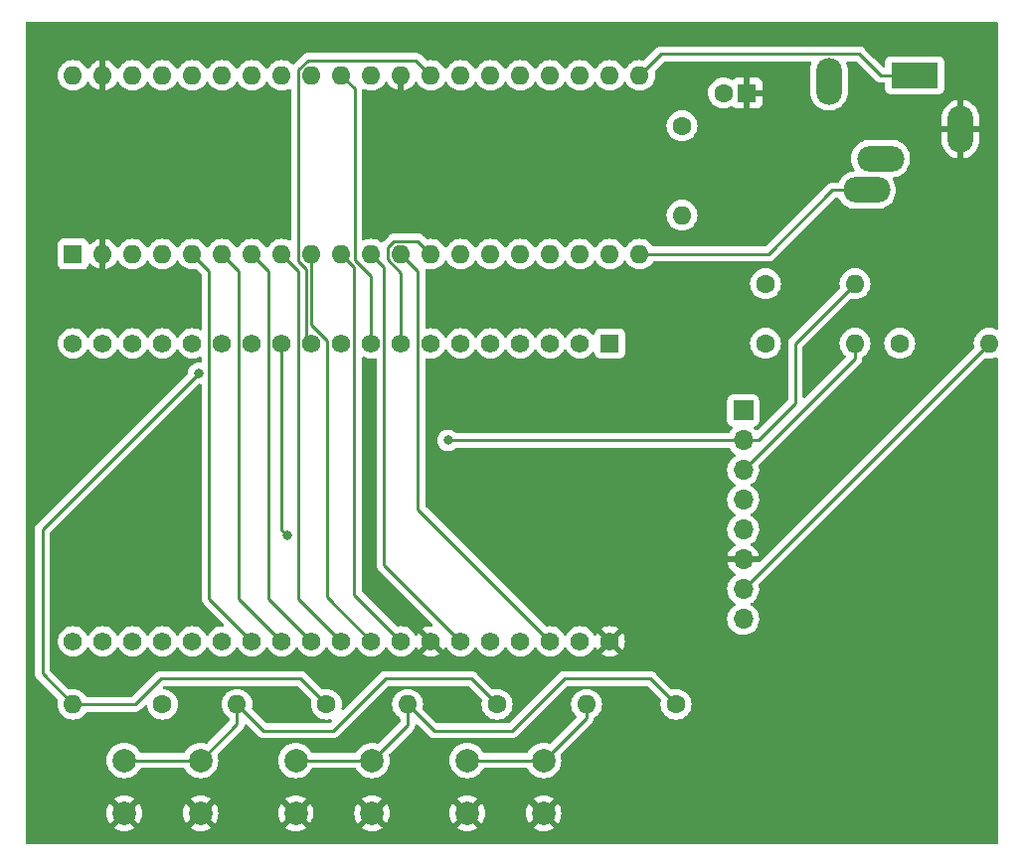
<source format=gtl>
G04 #@! TF.GenerationSoftware,KiCad,Pcbnew,(6.0.1)*
G04 #@! TF.CreationDate,2022-01-31T09:15:29+09:00*
G04 #@! TF.ProjectId,KPD02-YMF288Solo-20220117,4b504430-322d-4594-9d46-323838536f6c,rev?*
G04 #@! TF.SameCoordinates,Original*
G04 #@! TF.FileFunction,Copper,L1,Top*
G04 #@! TF.FilePolarity,Positive*
%FSLAX46Y46*%
G04 Gerber Fmt 4.6, Leading zero omitted, Abs format (unit mm)*
G04 Created by KiCad (PCBNEW (6.0.1)) date 2022-01-31 09:15:29*
%MOMM*%
%LPD*%
G01*
G04 APERTURE LIST*
G04 #@! TA.AperFunction,ComponentPad*
%ADD10C,1.600000*%
G04 #@! TD*
G04 #@! TA.AperFunction,ComponentPad*
%ADD11O,1.600000X1.600000*%
G04 #@! TD*
G04 #@! TA.AperFunction,ComponentPad*
%ADD12R,1.600000X1.600000*%
G04 #@! TD*
G04 #@! TA.AperFunction,ComponentPad*
%ADD13O,2.200000X4.000000*%
G04 #@! TD*
G04 #@! TA.AperFunction,ComponentPad*
%ADD14O,4.000000X2.200000*%
G04 #@! TD*
G04 #@! TA.AperFunction,ComponentPad*
%ADD15R,4.000000X2.200000*%
G04 #@! TD*
G04 #@! TA.AperFunction,ComponentPad*
%ADD16C,2.000000*%
G04 #@! TD*
G04 #@! TA.AperFunction,ComponentPad*
%ADD17R,1.700000X1.700000*%
G04 #@! TD*
G04 #@! TA.AperFunction,ComponentPad*
%ADD18O,1.700000X1.700000*%
G04 #@! TD*
G04 #@! TA.AperFunction,ComponentPad*
%ADD19R,1.560000X1.560000*%
G04 #@! TD*
G04 #@! TA.AperFunction,ComponentPad*
%ADD20C,1.560000*%
G04 #@! TD*
G04 #@! TA.AperFunction,ViaPad*
%ADD21C,0.800000*%
G04 #@! TD*
G04 #@! TA.AperFunction,Conductor*
%ADD22C,0.250000*%
G04 #@! TD*
G04 APERTURE END LIST*
D10*
G04 #@! TO.P,R8,1*
G04 #@! TO.N,Net-(U1-Pad30)*
X198628000Y-90678000D03*
D11*
G04 #@! TO.P,R8,2*
G04 #@! TO.N,+5V*
X198628000Y-98298000D03*
G04 #@! TD*
D12*
G04 #@! TO.P,C1,1*
G04 #@! TO.N,GND*
X204155113Y-87884000D03*
D10*
G04 #@! TO.P,C1,2*
G04 #@! TO.N,+5V*
X202155113Y-87884000D03*
G04 #@! TD*
D13*
G04 #@! TO.P,J2,1*
G04 #@! TO.N,GND*
X222340000Y-90960000D03*
D14*
G04 #@! TO.P,J2,2*
G04 #@! TO.N,Net-(J2-Pad2)*
X214340000Y-96160000D03*
G04 #@! TO.P,J2,3*
G04 #@! TO.N,unconnected-(J2-Pad3)*
X215540000Y-93460000D03*
D13*
G04 #@! TO.P,J2,4*
G04 #@! TO.N,unconnected-(J2-Pad4)*
X211140000Y-86860000D03*
D15*
G04 #@! TO.P,J2,5*
G04 #@! TO.N,Net-(J2-Pad5)*
X218440000Y-86360000D03*
G04 #@! TD*
D16*
G04 #@! TO.P,SW2,1,1*
G04 #@! TO.N,Net-(R6-Pad2)*
X165735000Y-144780000D03*
X172235000Y-144780000D03*
G04 #@! TO.P,SW2,2,2*
G04 #@! TO.N,GND*
X165735000Y-149280000D03*
X172235000Y-149280000D03*
G04 #@! TD*
D10*
G04 #@! TO.P,R3,1*
G04 #@! TO.N,+3V3*
X217170000Y-109220000D03*
D11*
G04 #@! TO.P,R3,2*
G04 #@! TO.N,/IO2_DAT0*
X224790000Y-109220000D03*
G04 #@! TD*
D17*
G04 #@! TO.P,J1,1,DAT2*
G04 #@! TO.N,unconnected-(J1-Pad1)*
X203835000Y-114935000D03*
D18*
G04 #@! TO.P,J1,2,DAT3/CD*
G04 #@! TO.N,/IO13_DAT3{slash}CD*
X203835000Y-117475000D03*
G04 #@! TO.P,J1,3,CMD*
G04 #@! TO.N,/IO15_CMD*
X203835000Y-120015000D03*
G04 #@! TO.P,J1,4,VDD*
G04 #@! TO.N,+3V3*
X203835000Y-122555000D03*
G04 #@! TO.P,J1,5,CLK*
G04 #@! TO.N,/IO14_CLK*
X203835000Y-125095000D03*
G04 #@! TO.P,J1,6,VSS*
G04 #@! TO.N,GND*
X203835000Y-127635000D03*
G04 #@! TO.P,J1,7,DAT0*
G04 #@! TO.N,/IO2_DAT0*
X203835000Y-130175000D03*
G04 #@! TO.P,J1,8,DAT1*
G04 #@! TO.N,unconnected-(J1-Pad8)*
X203835000Y-132715000D03*
G04 #@! TD*
D10*
G04 #@! TO.P,R1,1*
G04 #@! TO.N,+3V3*
X205740000Y-104140000D03*
D11*
G04 #@! TO.P,R1,2*
G04 #@! TO.N,/IO13_DAT3{slash}CD*
X213360000Y-104140000D03*
G04 #@! TD*
D10*
G04 #@! TO.P,R2,1*
G04 #@! TO.N,+3V3*
X205740000Y-109220000D03*
D11*
G04 #@! TO.P,R2,2*
G04 #@! TO.N,/IO15_CMD*
X213360000Y-109220000D03*
G04 #@! TD*
D19*
G04 #@! TO.P,U2,1,3V3*
G04 #@! TO.N,+3V3*
X192480000Y-109220000D03*
D20*
G04 #@! TO.P,U2,2,EN*
G04 #@! TO.N,unconnected-(U2-Pad2)*
X189940000Y-109220000D03*
G04 #@! TO.P,U2,3,SENSOR_VP*
G04 #@! TO.N,unconnected-(U2-Pad3)*
X187400000Y-109220000D03*
G04 #@! TO.P,U2,4,SENSOR_VN*
G04 #@! TO.N,unconnected-(U2-Pad4)*
X184860000Y-109220000D03*
G04 #@! TO.P,U2,5,IO34*
G04 #@! TO.N,Net-(R4-Pad2)*
X182320000Y-109220000D03*
G04 #@! TO.P,U2,6,IO35*
G04 #@! TO.N,unconnected-(U2-Pad6)*
X179780000Y-109220000D03*
G04 #@! TO.P,U2,7,IO32*
G04 #@! TO.N,unconnected-(U2-Pad7)*
X177240000Y-109220000D03*
G04 #@! TO.P,U2,8,IO33*
G04 #@! TO.N,/IO33_RST*
X174700000Y-109220000D03*
G04 #@! TO.P,U2,9,IO25*
G04 #@! TO.N,/IO25_A0*
X172160000Y-109220000D03*
G04 #@! TO.P,U2,10,IO26*
G04 #@! TO.N,/IO26_A1*
X169620000Y-109220000D03*
G04 #@! TO.P,U2,11,IO27*
G04 #@! TO.N,/IO27_CS*
X167080000Y-109220000D03*
G04 #@! TO.P,U2,12,IO14*
G04 #@! TO.N,/IO14_CLK*
X164540000Y-109220000D03*
G04 #@! TO.P,U2,13,IO12*
G04 #@! TO.N,unconnected-(U2-Pad13)*
X162000000Y-109220000D03*
G04 #@! TO.P,U2,14,GND1*
G04 #@! TO.N,GND*
X159460000Y-109220000D03*
G04 #@! TO.P,U2,15,IO13*
G04 #@! TO.N,/IO13_DAT3{slash}CD*
X156920000Y-109220000D03*
G04 #@! TO.P,U2,16,SD2*
G04 #@! TO.N,unconnected-(U2-Pad16)*
X154380000Y-109220000D03*
G04 #@! TO.P,U2,17,SD3*
G04 #@! TO.N,unconnected-(U2-Pad17)*
X151840000Y-109220000D03*
G04 #@! TO.P,U2,18,CMD*
G04 #@! TO.N,unconnected-(U2-Pad18)*
X149300000Y-109220000D03*
G04 #@! TO.P,U2,19,EXT_5V*
G04 #@! TO.N,+5V*
X146760000Y-109220000D03*
G04 #@! TO.P,U2,20,GND3*
G04 #@! TO.N,GND*
X192480000Y-134620000D03*
G04 #@! TO.P,U2,21,IO23*
G04 #@! TO.N,unconnected-(U2-Pad21)*
X189940000Y-134620000D03*
G04 #@! TO.P,U2,22,IO22*
G04 #@! TO.N,/IO22_D7*
X187400000Y-134620000D03*
G04 #@! TO.P,U2,23,TXD0*
G04 #@! TO.N,unconnected-(U2-Pad23)*
X184860000Y-134620000D03*
G04 #@! TO.P,U2,24,RXD0*
G04 #@! TO.N,unconnected-(U2-Pad24)*
X182320000Y-134620000D03*
G04 #@! TO.P,U2,25,IO21*
G04 #@! TO.N,/IO21_D6*
X179780000Y-134620000D03*
G04 #@! TO.P,U2,26,GND2*
G04 #@! TO.N,GND*
X177240000Y-134620000D03*
G04 #@! TO.P,U2,27,IO19*
G04 #@! TO.N,/IO19_D5*
X174700000Y-134620000D03*
G04 #@! TO.P,U2,28,IO18*
G04 #@! TO.N,/IO18_D4*
X172160000Y-134620000D03*
G04 #@! TO.P,U2,29,IO5*
G04 #@! TO.N,/IO5_D3*
X169620000Y-134620000D03*
G04 #@! TO.P,U2,30,IO17*
G04 #@! TO.N,/IO17_D2*
X167080000Y-134620000D03*
G04 #@! TO.P,U2,31,IO16*
G04 #@! TO.N,/IO16_D1*
X164540000Y-134620000D03*
G04 #@! TO.P,U2,32,IO4*
G04 #@! TO.N,/IO4_D0*
X162000000Y-134620000D03*
G04 #@! TO.P,U2,33,IO0*
G04 #@! TO.N,unconnected-(U2-Pad33)*
X159460000Y-134620000D03*
G04 #@! TO.P,U2,34,IO2*
G04 #@! TO.N,/IO2_DAT0*
X156920000Y-134620000D03*
G04 #@! TO.P,U2,35,IO15*
G04 #@! TO.N,/IO15_CMD*
X154380000Y-134620000D03*
G04 #@! TO.P,U2,36,SD1*
G04 #@! TO.N,unconnected-(U2-Pad36)*
X151840000Y-134620000D03*
G04 #@! TO.P,U2,37,SD0*
G04 #@! TO.N,unconnected-(U2-Pad37)*
X149300000Y-134620000D03*
G04 #@! TO.P,U2,38,CLK*
G04 #@! TO.N,unconnected-(U2-Pad38)*
X146760000Y-134620000D03*
G04 #@! TD*
D16*
G04 #@! TO.P,SW1,1,1*
G04 #@! TO.N,Net-(R5-Pad2)*
X151130000Y-144780000D03*
X157630000Y-144780000D03*
G04 #@! TO.P,SW1,2,2*
G04 #@! TO.N,GND*
X151130000Y-149280000D03*
X157630000Y-149280000D03*
G04 #@! TD*
D10*
G04 #@! TO.P,R6,1*
G04 #@! TO.N,Net-(R5-Pad2)*
X182880000Y-139990000D03*
D11*
G04 #@! TO.P,R6,2*
G04 #@! TO.N,Net-(R6-Pad2)*
X175260000Y-139990000D03*
G04 #@! TD*
D12*
G04 #@! TO.P,U1,1,DVCC*
G04 #@! TO.N,+5V*
X146765000Y-101605000D03*
D11*
G04 #@! TO.P,U1,2,DGND*
G04 #@! TO.N,GND*
X149305000Y-101605000D03*
G04 #@! TO.P,U1,3,MOSC*
G04 #@! TO.N,unconnected-(U1-Pad3)*
X151845000Y-101605000D03*
G04 #@! TO.P,U1,4,DGND*
G04 #@! TO.N,unconnected-(U1-Pad4)*
X154385000Y-101605000D03*
G04 #@! TO.P,U1,5,D0*
G04 #@! TO.N,/IO4_D0*
X156925000Y-101605000D03*
G04 #@! TO.P,U1,6,D1*
G04 #@! TO.N,/IO16_D1*
X159465000Y-101605000D03*
G04 #@! TO.P,U1,7,D2*
G04 #@! TO.N,/IO17_D2*
X162005000Y-101605000D03*
G04 #@! TO.P,U1,8,D3*
G04 #@! TO.N,/IO5_D3*
X164545000Y-101605000D03*
G04 #@! TO.P,U1,9,D4*
G04 #@! TO.N,/IO18_D4*
X167085000Y-101605000D03*
G04 #@! TO.P,U1,10,D5*
G04 #@! TO.N,/IO19_D5*
X169625000Y-101605000D03*
G04 #@! TO.P,U1,11,D6*
G04 #@! TO.N,/IO21_D6*
X172165000Y-101605000D03*
G04 #@! TO.P,U1,12,D7*
G04 #@! TO.N,/IO22_D7*
X174705000Y-101605000D03*
G04 #@! TO.P,U1,13,RST*
G04 #@! TO.N,/IO33_RST*
X177245000Y-101605000D03*
G04 #@! TO.P,U1,14,DVCC*
G04 #@! TO.N,unconnected-(U1-Pad14)*
X179785000Y-101605000D03*
G04 #@! TO.P,U1,15,AVCC*
G04 #@! TO.N,+5V*
X182325000Y-101605000D03*
G04 #@! TO.P,U1,16,AGND*
G04 #@! TO.N,unconnected-(U1-Pad16)*
X184865000Y-101605000D03*
G04 #@! TO.P,U1,17,AGND*
G04 #@! TO.N,unconnected-(U1-Pad17)*
X187405000Y-101605000D03*
G04 #@! TO.P,U1,18,AGND*
G04 #@! TO.N,unconnected-(U1-Pad18)*
X189945000Y-101605000D03*
G04 #@! TO.P,U1,19,AOUTR*
G04 #@! TO.N,unconnected-(U1-Pad19)*
X192485000Y-101605000D03*
G04 #@! TO.P,U1,20,AOUTR*
G04 #@! TO.N,Net-(J2-Pad2)*
X195025000Y-101605000D03*
G04 #@! TO.P,U1,21,AOUTL*
G04 #@! TO.N,Net-(J2-Pad5)*
X195025000Y-86365000D03*
G04 #@! TO.P,U1,22,AOUTL*
G04 #@! TO.N,unconnected-(U1-Pad22)*
X192485000Y-86365000D03*
G04 #@! TO.P,U1,23,AGND*
G04 #@! TO.N,unconnected-(U1-Pad23)*
X189945000Y-86365000D03*
G04 #@! TO.P,U1,24,AGND*
G04 #@! TO.N,unconnected-(U1-Pad24)*
X187405000Y-86365000D03*
G04 #@! TO.P,U1,25,AGND*
G04 #@! TO.N,unconnected-(U1-Pad25)*
X184865000Y-86365000D03*
G04 #@! TO.P,U1,26,DGND*
G04 #@! TO.N,unconnected-(U1-Pad26)*
X182325000Y-86365000D03*
G04 #@! TO.P,U1,27,IRQ*
G04 #@! TO.N,unconnected-(U1-Pad27)*
X179785000Y-86365000D03*
G04 #@! TO.P,U1,28,CS*
G04 #@! TO.N,/IO27_CS*
X177245000Y-86365000D03*
G04 #@! TO.P,U1,29,WR*
G04 #@! TO.N,GND*
X174705000Y-86365000D03*
G04 #@! TO.P,U1,30,RD*
G04 #@! TO.N,Net-(U1-Pad30)*
X172165000Y-86365000D03*
G04 #@! TO.P,U1,31,A0*
G04 #@! TO.N,/IO25_A0*
X169625000Y-86365000D03*
G04 #@! TO.P,U1,32,A1*
G04 #@! TO.N,/IO25_A1*
X167085000Y-86365000D03*
G04 #@! TO.P,U1,33,BCLK*
G04 #@! TO.N,unconnected-(U1-Pad33)*
X164545000Y-86365000D03*
G04 #@! TO.P,U1,34,SOUT*
G04 #@! TO.N,unconnected-(U1-Pad34)*
X162005000Y-86365000D03*
G04 #@! TO.P,U1,35,WCLK*
G04 #@! TO.N,unconnected-(U1-Pad35)*
X159465000Y-86365000D03*
G04 #@! TO.P,U1,36,LCLK*
G04 #@! TO.N,unconnected-(U1-Pad36)*
X156925000Y-86365000D03*
G04 #@! TO.P,U1,37,DGND*
G04 #@! TO.N,unconnected-(U1-Pad37)*
X154385000Y-86365000D03*
G04 #@! TO.P,U1,38,FMOSC*
G04 #@! TO.N,unconnected-(U1-Pad38)*
X151845000Y-86365000D03*
G04 #@! TO.P,U1,39,DGND*
G04 #@! TO.N,GND*
X149305000Y-86365000D03*
G04 #@! TO.P,U1,40,DVCC*
G04 #@! TO.N,+5V*
X146765000Y-86365000D03*
G04 #@! TD*
D10*
G04 #@! TO.P,R5,1*
G04 #@! TO.N,Net-(R4-Pad2)*
X168350000Y-139990000D03*
D11*
G04 #@! TO.P,R5,2*
G04 #@! TO.N,Net-(R5-Pad2)*
X160730000Y-139990000D03*
G04 #@! TD*
D16*
G04 #@! TO.P,SW3,1,1*
G04 #@! TO.N,Net-(R7-Pad2)*
X180340000Y-144780000D03*
X186840000Y-144780000D03*
G04 #@! TO.P,SW3,2,2*
G04 #@! TO.N,GND*
X180340000Y-149280000D03*
X186840000Y-149280000D03*
G04 #@! TD*
D10*
G04 #@! TO.P,R4,1*
G04 #@! TO.N,+3V3*
X154380000Y-139990000D03*
D11*
G04 #@! TO.P,R4,2*
G04 #@! TO.N,Net-(R4-Pad2)*
X146760000Y-139990000D03*
G04 #@! TD*
D10*
G04 #@! TO.P,R7,1*
G04 #@! TO.N,Net-(R6-Pad2)*
X198120000Y-139990000D03*
D11*
G04 #@! TO.P,R7,2*
G04 #@! TO.N,Net-(R7-Pad2)*
X190500000Y-139990000D03*
G04 #@! TD*
D21*
G04 #@! TO.N,GND*
X205740000Y-93980000D03*
X149860000Y-129540000D03*
X193040000Y-129540000D03*
X220980000Y-101600000D03*
X162560000Y-144780000D03*
X205740000Y-142240000D03*
X215900000Y-127000000D03*
X152400000Y-121920000D03*
X187960000Y-93980000D03*
X157480000Y-93980000D03*
G04 #@! TO.N,/IO13_DAT3{slash}CD*
X178689000Y-117475000D03*
G04 #@! TO.N,/IO14_CLK*
X164983010Y-125613010D03*
G04 #@! TO.N,Net-(R4-Pad2)*
X157480000Y-111760000D03*
G04 #@! TO.N,GND*
X195580000Y-119380000D03*
X185420000Y-114300000D03*
X187960000Y-121920000D03*
G04 #@! TD*
D22*
G04 #@! TO.N,Net-(J2-Pad2)*
X211450000Y-96160000D02*
X206005000Y-101605000D01*
X214340000Y-96160000D02*
X211450000Y-96160000D01*
G04 #@! TO.N,Net-(J2-Pad5)*
X218440000Y-86360000D02*
X215550000Y-86360000D01*
G04 #@! TO.N,/IO13_DAT3{slash}CD*
X208280000Y-109220000D02*
X208280000Y-114300000D01*
X203835000Y-117475000D02*
X178689000Y-117475000D01*
X205105000Y-117475000D02*
X203835000Y-117475000D01*
X213360000Y-104140000D02*
X208280000Y-109220000D01*
X208280000Y-114300000D02*
X205105000Y-117475000D01*
G04 #@! TO.N,/IO15_CMD*
X213360000Y-110490000D02*
X203835000Y-120015000D01*
X213360000Y-109220000D02*
X213360000Y-110490000D01*
G04 #@! TO.N,/IO14_CLK*
X164983010Y-125613010D02*
X164540000Y-125170000D01*
X164540000Y-125170000D02*
X164540000Y-109220000D01*
G04 #@! TO.N,/IO2_DAT0*
X224790000Y-109220000D02*
X203835000Y-130175000D01*
G04 #@! TO.N,Net-(R4-Pad2)*
X152055000Y-139990000D02*
X154250000Y-137795000D01*
X166155000Y-137795000D02*
X168350000Y-139990000D01*
X146760000Y-139990000D02*
X152055000Y-139990000D01*
X144145000Y-125095000D02*
X144145000Y-137375000D01*
X154250000Y-137795000D02*
X166155000Y-137795000D01*
X157480000Y-111760000D02*
X144145000Y-125095000D01*
X144145000Y-137375000D02*
X146760000Y-139990000D01*
G04 #@! TO.N,Net-(R5-Pad2)*
X168910000Y-142240000D02*
X173355000Y-137795000D01*
X160730000Y-141680000D02*
X157630000Y-144780000D01*
X160730000Y-139990000D02*
X160730000Y-141680000D01*
X180685000Y-137795000D02*
X182880000Y-139990000D01*
X162980000Y-142240000D02*
X168910000Y-142240000D01*
X160730000Y-139990000D02*
X162980000Y-142240000D01*
X173355000Y-137795000D02*
X180685000Y-137795000D01*
X157630000Y-144780000D02*
X151130000Y-144780000D01*
G04 #@! TO.N,Net-(R6-Pad2)*
X184150000Y-142240000D02*
X188595000Y-137795000D01*
X175260000Y-141755000D02*
X172235000Y-144780000D01*
X195925000Y-137795000D02*
X198120000Y-139990000D01*
X177510000Y-142240000D02*
X184150000Y-142240000D01*
X175260000Y-139990000D02*
X175260000Y-141755000D01*
X188595000Y-137795000D02*
X195925000Y-137795000D01*
X172235000Y-144780000D02*
X165735000Y-144780000D01*
X175260000Y-139990000D02*
X177510000Y-142240000D01*
G04 #@! TO.N,Net-(R7-Pad2)*
X186840000Y-144780000D02*
X190500000Y-141120000D01*
X190500000Y-141120000D02*
X190500000Y-139990000D01*
X180340000Y-144780000D02*
X186840000Y-144780000D01*
G04 #@! TO.N,Net-(J2-Pad2)*
X195025000Y-101605000D02*
X206005000Y-101605000D01*
G04 #@! TO.N,Net-(J2-Pad5)*
X196854520Y-84535480D02*
X213725480Y-84535480D01*
X213725480Y-84535480D02*
X215550000Y-86360000D01*
X195025000Y-86365000D02*
X196854520Y-84535480D01*
G04 #@! TO.N,/IO27_CS*
X165960489Y-102206489D02*
X165960489Y-85899211D01*
X166769700Y-85090000D02*
X175970000Y-85090000D01*
X165960489Y-85899211D02*
X166769700Y-85090000D01*
X166635480Y-102881480D02*
X165960489Y-102206489D01*
X175970000Y-85090000D02*
X177245000Y-86365000D01*
X167080000Y-109220000D02*
X166635480Y-108775480D01*
X166635480Y-108775480D02*
X166635480Y-102881480D01*
G04 #@! TO.N,/IO25_A0*
X170749511Y-102093794D02*
X172160000Y-103504283D01*
X172160000Y-103504283D02*
X172160000Y-109220000D01*
X169625000Y-86365000D02*
X170749511Y-87489511D01*
X170749511Y-87489511D02*
X170749511Y-102093794D01*
G04 #@! TO.N,/IO33_RST*
X174093511Y-100480489D02*
X176120489Y-100480489D01*
X173580489Y-100993511D02*
X174093511Y-100480489D01*
X173580489Y-102070789D02*
X173580489Y-100993511D01*
X176120489Y-100480489D02*
X177245000Y-101605000D01*
X174700000Y-103190300D02*
X173580489Y-102070789D01*
X174700000Y-109220000D02*
X174700000Y-103190300D01*
G04 #@! TO.N,/IO22_D7*
X174705000Y-101605000D02*
X176135489Y-103035489D01*
X176135489Y-123355489D02*
X187400000Y-134620000D01*
X176135489Y-103035489D02*
X176135489Y-123355489D01*
G04 #@! TO.N,/IO21_D6*
X173264511Y-102704511D02*
X172165000Y-101605000D01*
X179780000Y-134620000D02*
X173264511Y-128104511D01*
X173264511Y-128104511D02*
X173264511Y-102704511D01*
G04 #@! TO.N,/IO19_D5*
X170724511Y-130644511D02*
X174700000Y-134620000D01*
X170724511Y-102704511D02*
X170724511Y-130644511D01*
X169625000Y-101605000D02*
X170724511Y-102704511D01*
G04 #@! TO.N,/IO18_D4*
X167085000Y-101605000D02*
X167085000Y-107662984D01*
X167085000Y-107662984D02*
X168402000Y-108979984D01*
X168402000Y-130862000D02*
X172160000Y-134620000D01*
X168402000Y-108979984D02*
X168402000Y-130862000D01*
G04 #@! TO.N,/IO5_D3*
X165975489Y-103035489D02*
X165975489Y-130975489D01*
X165975489Y-130975489D02*
X169620000Y-134620000D01*
X164545000Y-101605000D02*
X165975489Y-103035489D01*
G04 #@! TO.N,/IO17_D2*
X163435489Y-130975489D02*
X167080000Y-134620000D01*
X163435489Y-103035489D02*
X163435489Y-130975489D01*
X162005000Y-101605000D02*
X163435489Y-103035489D01*
G04 #@! TO.N,/IO16_D1*
X160895489Y-130975489D02*
X164540000Y-134620000D01*
X160895489Y-103035489D02*
X160895489Y-130975489D01*
X159465000Y-101605000D02*
X160895489Y-103035489D01*
G04 #@! TO.N,/IO4_D0*
X156925000Y-101605000D02*
X158355489Y-103035489D01*
X158355489Y-103035489D02*
X158355489Y-130975489D01*
X158355489Y-130975489D02*
X162000000Y-134620000D01*
G04 #@! TD*
G04 #@! TA.AperFunction,Conductor*
G04 #@! TO.N,GND*
G36*
X225494121Y-81808002D02*
G01*
X225540614Y-81861658D01*
X225552000Y-81914000D01*
X225552000Y-107933776D01*
X225531998Y-108001897D01*
X225478342Y-108048390D01*
X225408068Y-108058494D01*
X225372750Y-108047971D01*
X225244225Y-107988039D01*
X225244224Y-107988039D01*
X225239243Y-107985716D01*
X225233935Y-107984294D01*
X225233933Y-107984293D01*
X225023402Y-107927881D01*
X225023400Y-107927881D01*
X225018087Y-107926457D01*
X224790000Y-107906502D01*
X224561913Y-107926457D01*
X224556600Y-107927881D01*
X224556598Y-107927881D01*
X224346067Y-107984293D01*
X224346065Y-107984294D01*
X224340757Y-107985716D01*
X224335776Y-107988039D01*
X224335775Y-107988039D01*
X224138238Y-108080151D01*
X224138233Y-108080154D01*
X224133251Y-108082477D01*
X224028389Y-108155902D01*
X223950211Y-108210643D01*
X223950208Y-108210645D01*
X223945700Y-108213802D01*
X223783802Y-108375700D01*
X223780645Y-108380208D01*
X223780643Y-108380211D01*
X223771607Y-108393116D01*
X223652477Y-108563251D01*
X223650154Y-108568233D01*
X223650151Y-108568238D01*
X223581087Y-108716348D01*
X223555716Y-108770757D01*
X223554294Y-108776065D01*
X223554293Y-108776067D01*
X223498325Y-108984940D01*
X223496457Y-108991913D01*
X223476502Y-109220000D01*
X223496457Y-109448087D01*
X223513460Y-109511541D01*
X223511770Y-109582518D01*
X223480848Y-109633247D01*
X205261653Y-127852442D01*
X205199341Y-127886468D01*
X205171351Y-127885547D01*
X205171351Y-127889000D01*
X202518225Y-127889000D01*
X202504694Y-127892973D01*
X202503257Y-127902966D01*
X202533565Y-128037446D01*
X202536645Y-128047275D01*
X202616770Y-128244603D01*
X202621413Y-128253794D01*
X202732694Y-128435388D01*
X202738777Y-128443699D01*
X202878213Y-128604667D01*
X202885580Y-128611883D01*
X203049434Y-128747916D01*
X203057881Y-128753831D01*
X203126969Y-128794203D01*
X203175693Y-128845842D01*
X203188764Y-128915625D01*
X203162033Y-128981396D01*
X203121584Y-129014752D01*
X203108607Y-129021507D01*
X203104474Y-129024610D01*
X203104471Y-129024612D01*
X202934100Y-129152530D01*
X202929965Y-129155635D01*
X202775629Y-129317138D01*
X202649743Y-129501680D01*
X202555688Y-129704305D01*
X202495989Y-129919570D01*
X202472251Y-130141695D01*
X202472548Y-130146848D01*
X202472548Y-130146851D01*
X202484648Y-130356699D01*
X202485110Y-130364715D01*
X202486247Y-130369761D01*
X202486248Y-130369767D01*
X202489029Y-130382106D01*
X202534222Y-130582639D01*
X202579551Y-130694271D01*
X202607804Y-130763850D01*
X202618266Y-130789616D01*
X202630657Y-130809836D01*
X202723835Y-130961889D01*
X202734987Y-130980088D01*
X202881250Y-131148938D01*
X203053126Y-131291632D01*
X203065918Y-131299107D01*
X203126445Y-131334476D01*
X203175169Y-131386114D01*
X203188240Y-131455897D01*
X203161509Y-131521669D01*
X203121055Y-131555027D01*
X203108607Y-131561507D01*
X203104474Y-131564610D01*
X203104471Y-131564612D01*
X203080247Y-131582800D01*
X202929965Y-131695635D01*
X202775629Y-131857138D01*
X202649743Y-132041680D01*
X202555688Y-132244305D01*
X202495989Y-132459570D01*
X202472251Y-132681695D01*
X202472548Y-132686848D01*
X202472548Y-132686851D01*
X202478011Y-132781590D01*
X202485110Y-132904715D01*
X202486247Y-132909761D01*
X202486248Y-132909767D01*
X202506119Y-132997939D01*
X202534222Y-133122639D01*
X202618266Y-133329616D01*
X202734987Y-133520088D01*
X202881250Y-133688938D01*
X203053126Y-133831632D01*
X203246000Y-133944338D01*
X203250825Y-133946180D01*
X203250826Y-133946181D01*
X203310667Y-133969032D01*
X203454692Y-134024030D01*
X203459760Y-134025061D01*
X203459763Y-134025062D01*
X203567017Y-134046883D01*
X203673597Y-134068567D01*
X203678772Y-134068757D01*
X203678774Y-134068757D01*
X203891673Y-134076564D01*
X203891677Y-134076564D01*
X203896837Y-134076753D01*
X203901957Y-134076097D01*
X203901959Y-134076097D01*
X204113288Y-134049025D01*
X204113289Y-134049025D01*
X204118416Y-134048368D01*
X204123366Y-134046883D01*
X204327429Y-133985661D01*
X204327434Y-133985659D01*
X204332384Y-133984174D01*
X204532994Y-133885896D01*
X204714860Y-133756173D01*
X204873096Y-133598489D01*
X204900183Y-133560794D01*
X205000435Y-133421277D01*
X205003453Y-133417077D01*
X205031767Y-133359789D01*
X205100136Y-133221453D01*
X205100137Y-133221451D01*
X205102430Y-133216811D01*
X205167370Y-133003069D01*
X205196529Y-132781590D01*
X205198156Y-132715000D01*
X205179852Y-132492361D01*
X205125431Y-132275702D01*
X205036354Y-132070840D01*
X204915014Y-131883277D01*
X204764670Y-131718051D01*
X204760619Y-131714852D01*
X204760615Y-131714848D01*
X204593414Y-131582800D01*
X204593410Y-131582798D01*
X204589359Y-131579598D01*
X204548053Y-131556796D01*
X204498084Y-131506364D01*
X204483312Y-131436921D01*
X204508428Y-131370516D01*
X204535780Y-131343909D01*
X204598590Y-131299107D01*
X204714860Y-131216173D01*
X204744506Y-131186631D01*
X204858392Y-131073142D01*
X204873096Y-131058489D01*
X204923821Y-130987898D01*
X205000435Y-130881277D01*
X205003453Y-130877077D01*
X205014042Y-130855653D01*
X205100136Y-130681453D01*
X205100137Y-130681451D01*
X205102430Y-130676811D01*
X205167370Y-130463069D01*
X205196529Y-130241590D01*
X205198156Y-130175000D01*
X205179852Y-129952361D01*
X205151821Y-129840765D01*
X205154625Y-129769823D01*
X205184930Y-129720974D01*
X224376752Y-110529152D01*
X224439064Y-110495126D01*
X224498459Y-110496541D01*
X224556591Y-110512118D01*
X224556602Y-110512120D01*
X224561913Y-110513543D01*
X224790000Y-110533498D01*
X225018087Y-110513543D01*
X225023400Y-110512119D01*
X225023402Y-110512119D01*
X225233933Y-110455707D01*
X225233935Y-110455706D01*
X225239243Y-110454284D01*
X225247112Y-110450615D01*
X225372750Y-110392029D01*
X225442942Y-110381368D01*
X225507755Y-110410348D01*
X225546611Y-110469768D01*
X225552000Y-110506224D01*
X225552000Y-151766000D01*
X225531998Y-151834121D01*
X225478342Y-151880614D01*
X225426000Y-151892000D01*
X142874000Y-151892000D01*
X142805879Y-151871998D01*
X142759386Y-151818342D01*
X142748000Y-151766000D01*
X142748000Y-150512670D01*
X150262160Y-150512670D01*
X150267887Y-150520320D01*
X150439042Y-150625205D01*
X150447837Y-150629687D01*
X150657988Y-150716734D01*
X150667373Y-150719783D01*
X150888554Y-150772885D01*
X150898301Y-150774428D01*
X151125070Y-150792275D01*
X151134930Y-150792275D01*
X151361699Y-150774428D01*
X151371446Y-150772885D01*
X151592627Y-150719783D01*
X151602012Y-150716734D01*
X151812163Y-150629687D01*
X151820958Y-150625205D01*
X151988445Y-150522568D01*
X151997400Y-150512670D01*
X156762160Y-150512670D01*
X156767887Y-150520320D01*
X156939042Y-150625205D01*
X156947837Y-150629687D01*
X157157988Y-150716734D01*
X157167373Y-150719783D01*
X157388554Y-150772885D01*
X157398301Y-150774428D01*
X157625070Y-150792275D01*
X157634930Y-150792275D01*
X157861699Y-150774428D01*
X157871446Y-150772885D01*
X158092627Y-150719783D01*
X158102012Y-150716734D01*
X158312163Y-150629687D01*
X158320958Y-150625205D01*
X158488445Y-150522568D01*
X158497400Y-150512670D01*
X164867160Y-150512670D01*
X164872887Y-150520320D01*
X165044042Y-150625205D01*
X165052837Y-150629687D01*
X165262988Y-150716734D01*
X165272373Y-150719783D01*
X165493554Y-150772885D01*
X165503301Y-150774428D01*
X165730070Y-150792275D01*
X165739930Y-150792275D01*
X165966699Y-150774428D01*
X165976446Y-150772885D01*
X166197627Y-150719783D01*
X166207012Y-150716734D01*
X166417163Y-150629687D01*
X166425958Y-150625205D01*
X166593445Y-150522568D01*
X166602400Y-150512670D01*
X171367160Y-150512670D01*
X171372887Y-150520320D01*
X171544042Y-150625205D01*
X171552837Y-150629687D01*
X171762988Y-150716734D01*
X171772373Y-150719783D01*
X171993554Y-150772885D01*
X172003301Y-150774428D01*
X172230070Y-150792275D01*
X172239930Y-150792275D01*
X172466699Y-150774428D01*
X172476446Y-150772885D01*
X172697627Y-150719783D01*
X172707012Y-150716734D01*
X172917163Y-150629687D01*
X172925958Y-150625205D01*
X173093445Y-150522568D01*
X173102400Y-150512670D01*
X179472160Y-150512670D01*
X179477887Y-150520320D01*
X179649042Y-150625205D01*
X179657837Y-150629687D01*
X179867988Y-150716734D01*
X179877373Y-150719783D01*
X180098554Y-150772885D01*
X180108301Y-150774428D01*
X180335070Y-150792275D01*
X180344930Y-150792275D01*
X180571699Y-150774428D01*
X180581446Y-150772885D01*
X180802627Y-150719783D01*
X180812012Y-150716734D01*
X181022163Y-150629687D01*
X181030958Y-150625205D01*
X181198445Y-150522568D01*
X181207400Y-150512670D01*
X185972160Y-150512670D01*
X185977887Y-150520320D01*
X186149042Y-150625205D01*
X186157837Y-150629687D01*
X186367988Y-150716734D01*
X186377373Y-150719783D01*
X186598554Y-150772885D01*
X186608301Y-150774428D01*
X186835070Y-150792275D01*
X186844930Y-150792275D01*
X187071699Y-150774428D01*
X187081446Y-150772885D01*
X187302627Y-150719783D01*
X187312012Y-150716734D01*
X187522163Y-150629687D01*
X187530958Y-150625205D01*
X187698445Y-150522568D01*
X187707907Y-150512110D01*
X187704124Y-150503334D01*
X186852812Y-149652022D01*
X186838868Y-149644408D01*
X186837035Y-149644539D01*
X186830420Y-149648790D01*
X185978920Y-150500290D01*
X185972160Y-150512670D01*
X181207400Y-150512670D01*
X181207907Y-150512110D01*
X181204124Y-150503334D01*
X180352812Y-149652022D01*
X180338868Y-149644408D01*
X180337035Y-149644539D01*
X180330420Y-149648790D01*
X179478920Y-150500290D01*
X179472160Y-150512670D01*
X173102400Y-150512670D01*
X173102907Y-150512110D01*
X173099124Y-150503334D01*
X172247812Y-149652022D01*
X172233868Y-149644408D01*
X172232035Y-149644539D01*
X172225420Y-149648790D01*
X171373920Y-150500290D01*
X171367160Y-150512670D01*
X166602400Y-150512670D01*
X166602907Y-150512110D01*
X166599124Y-150503334D01*
X165747812Y-149652022D01*
X165733868Y-149644408D01*
X165732035Y-149644539D01*
X165725420Y-149648790D01*
X164873920Y-150500290D01*
X164867160Y-150512670D01*
X158497400Y-150512670D01*
X158497907Y-150512110D01*
X158494124Y-150503334D01*
X157642812Y-149652022D01*
X157628868Y-149644408D01*
X157627035Y-149644539D01*
X157620420Y-149648790D01*
X156768920Y-150500290D01*
X156762160Y-150512670D01*
X151997400Y-150512670D01*
X151997907Y-150512110D01*
X151994124Y-150503334D01*
X151142812Y-149652022D01*
X151128868Y-149644408D01*
X151127035Y-149644539D01*
X151120420Y-149648790D01*
X150268920Y-150500290D01*
X150262160Y-150512670D01*
X142748000Y-150512670D01*
X142748000Y-149284930D01*
X149617725Y-149284930D01*
X149635572Y-149511699D01*
X149637115Y-149521446D01*
X149690217Y-149742627D01*
X149693266Y-149752012D01*
X149780313Y-149962163D01*
X149784795Y-149970958D01*
X149887432Y-150138445D01*
X149897890Y-150147907D01*
X149906666Y-150144124D01*
X150757978Y-149292812D01*
X150764356Y-149281132D01*
X151494408Y-149281132D01*
X151494539Y-149282965D01*
X151498790Y-149289580D01*
X152350290Y-150141080D01*
X152362670Y-150147840D01*
X152370320Y-150142113D01*
X152475205Y-149970958D01*
X152479687Y-149962163D01*
X152566734Y-149752012D01*
X152569783Y-149742627D01*
X152622885Y-149521446D01*
X152624428Y-149511699D01*
X152642275Y-149284930D01*
X156117725Y-149284930D01*
X156135572Y-149511699D01*
X156137115Y-149521446D01*
X156190217Y-149742627D01*
X156193266Y-149752012D01*
X156280313Y-149962163D01*
X156284795Y-149970958D01*
X156387432Y-150138445D01*
X156397890Y-150147907D01*
X156406666Y-150144124D01*
X157257978Y-149292812D01*
X157264356Y-149281132D01*
X157994408Y-149281132D01*
X157994539Y-149282965D01*
X157998790Y-149289580D01*
X158850290Y-150141080D01*
X158862670Y-150147840D01*
X158870320Y-150142113D01*
X158975205Y-149970958D01*
X158979687Y-149962163D01*
X159066734Y-149752012D01*
X159069783Y-149742627D01*
X159122885Y-149521446D01*
X159124428Y-149511699D01*
X159142275Y-149284930D01*
X164222725Y-149284930D01*
X164240572Y-149511699D01*
X164242115Y-149521446D01*
X164295217Y-149742627D01*
X164298266Y-149752012D01*
X164385313Y-149962163D01*
X164389795Y-149970958D01*
X164492432Y-150138445D01*
X164502890Y-150147907D01*
X164511666Y-150144124D01*
X165362978Y-149292812D01*
X165369356Y-149281132D01*
X166099408Y-149281132D01*
X166099539Y-149282965D01*
X166103790Y-149289580D01*
X166955290Y-150141080D01*
X166967670Y-150147840D01*
X166975320Y-150142113D01*
X167080205Y-149970958D01*
X167084687Y-149962163D01*
X167171734Y-149752012D01*
X167174783Y-149742627D01*
X167227885Y-149521446D01*
X167229428Y-149511699D01*
X167247275Y-149284930D01*
X170722725Y-149284930D01*
X170740572Y-149511699D01*
X170742115Y-149521446D01*
X170795217Y-149742627D01*
X170798266Y-149752012D01*
X170885313Y-149962163D01*
X170889795Y-149970958D01*
X170992432Y-150138445D01*
X171002890Y-150147907D01*
X171011666Y-150144124D01*
X171862978Y-149292812D01*
X171869356Y-149281132D01*
X172599408Y-149281132D01*
X172599539Y-149282965D01*
X172603790Y-149289580D01*
X173455290Y-150141080D01*
X173467670Y-150147840D01*
X173475320Y-150142113D01*
X173580205Y-149970958D01*
X173584687Y-149962163D01*
X173671734Y-149752012D01*
X173674783Y-149742627D01*
X173727885Y-149521446D01*
X173729428Y-149511699D01*
X173747275Y-149284930D01*
X178827725Y-149284930D01*
X178845572Y-149511699D01*
X178847115Y-149521446D01*
X178900217Y-149742627D01*
X178903266Y-149752012D01*
X178990313Y-149962163D01*
X178994795Y-149970958D01*
X179097432Y-150138445D01*
X179107890Y-150147907D01*
X179116666Y-150144124D01*
X179967978Y-149292812D01*
X179974356Y-149281132D01*
X180704408Y-149281132D01*
X180704539Y-149282965D01*
X180708790Y-149289580D01*
X181560290Y-150141080D01*
X181572670Y-150147840D01*
X181580320Y-150142113D01*
X181685205Y-149970958D01*
X181689687Y-149962163D01*
X181776734Y-149752012D01*
X181779783Y-149742627D01*
X181832885Y-149521446D01*
X181834428Y-149511699D01*
X181852275Y-149284930D01*
X185327725Y-149284930D01*
X185345572Y-149511699D01*
X185347115Y-149521446D01*
X185400217Y-149742627D01*
X185403266Y-149752012D01*
X185490313Y-149962163D01*
X185494795Y-149970958D01*
X185597432Y-150138445D01*
X185607890Y-150147907D01*
X185616666Y-150144124D01*
X186467978Y-149292812D01*
X186474356Y-149281132D01*
X187204408Y-149281132D01*
X187204539Y-149282965D01*
X187208790Y-149289580D01*
X188060290Y-150141080D01*
X188072670Y-150147840D01*
X188080320Y-150142113D01*
X188185205Y-149970958D01*
X188189687Y-149962163D01*
X188276734Y-149752012D01*
X188279783Y-149742627D01*
X188332885Y-149521446D01*
X188334428Y-149511699D01*
X188352275Y-149284930D01*
X188352275Y-149275070D01*
X188334428Y-149048301D01*
X188332885Y-149038554D01*
X188279783Y-148817373D01*
X188276734Y-148807988D01*
X188189687Y-148597837D01*
X188185205Y-148589042D01*
X188082568Y-148421555D01*
X188072110Y-148412093D01*
X188063334Y-148415876D01*
X187212022Y-149267188D01*
X187204408Y-149281132D01*
X186474356Y-149281132D01*
X186475592Y-149278868D01*
X186475461Y-149277035D01*
X186471210Y-149270420D01*
X185619710Y-148418920D01*
X185607330Y-148412160D01*
X185599680Y-148417887D01*
X185494795Y-148589042D01*
X185490313Y-148597837D01*
X185403266Y-148807988D01*
X185400217Y-148817373D01*
X185347115Y-149038554D01*
X185345572Y-149048301D01*
X185327725Y-149275070D01*
X185327725Y-149284930D01*
X181852275Y-149284930D01*
X181852275Y-149275070D01*
X181834428Y-149048301D01*
X181832885Y-149038554D01*
X181779783Y-148817373D01*
X181776734Y-148807988D01*
X181689687Y-148597837D01*
X181685205Y-148589042D01*
X181582568Y-148421555D01*
X181572110Y-148412093D01*
X181563334Y-148415876D01*
X180712022Y-149267188D01*
X180704408Y-149281132D01*
X179974356Y-149281132D01*
X179975592Y-149278868D01*
X179975461Y-149277035D01*
X179971210Y-149270420D01*
X179119710Y-148418920D01*
X179107330Y-148412160D01*
X179099680Y-148417887D01*
X178994795Y-148589042D01*
X178990313Y-148597837D01*
X178903266Y-148807988D01*
X178900217Y-148817373D01*
X178847115Y-149038554D01*
X178845572Y-149048301D01*
X178827725Y-149275070D01*
X178827725Y-149284930D01*
X173747275Y-149284930D01*
X173747275Y-149275070D01*
X173729428Y-149048301D01*
X173727885Y-149038554D01*
X173674783Y-148817373D01*
X173671734Y-148807988D01*
X173584687Y-148597837D01*
X173580205Y-148589042D01*
X173477568Y-148421555D01*
X173467110Y-148412093D01*
X173458334Y-148415876D01*
X172607022Y-149267188D01*
X172599408Y-149281132D01*
X171869356Y-149281132D01*
X171870592Y-149278868D01*
X171870461Y-149277035D01*
X171866210Y-149270420D01*
X171014710Y-148418920D01*
X171002330Y-148412160D01*
X170994680Y-148417887D01*
X170889795Y-148589042D01*
X170885313Y-148597837D01*
X170798266Y-148807988D01*
X170795217Y-148817373D01*
X170742115Y-149038554D01*
X170740572Y-149048301D01*
X170722725Y-149275070D01*
X170722725Y-149284930D01*
X167247275Y-149284930D01*
X167247275Y-149275070D01*
X167229428Y-149048301D01*
X167227885Y-149038554D01*
X167174783Y-148817373D01*
X167171734Y-148807988D01*
X167084687Y-148597837D01*
X167080205Y-148589042D01*
X166977568Y-148421555D01*
X166967110Y-148412093D01*
X166958334Y-148415876D01*
X166107022Y-149267188D01*
X166099408Y-149281132D01*
X165369356Y-149281132D01*
X165370592Y-149278868D01*
X165370461Y-149277035D01*
X165366210Y-149270420D01*
X164514710Y-148418920D01*
X164502330Y-148412160D01*
X164494680Y-148417887D01*
X164389795Y-148589042D01*
X164385313Y-148597837D01*
X164298266Y-148807988D01*
X164295217Y-148817373D01*
X164242115Y-149038554D01*
X164240572Y-149048301D01*
X164222725Y-149275070D01*
X164222725Y-149284930D01*
X159142275Y-149284930D01*
X159142275Y-149275070D01*
X159124428Y-149048301D01*
X159122885Y-149038554D01*
X159069783Y-148817373D01*
X159066734Y-148807988D01*
X158979687Y-148597837D01*
X158975205Y-148589042D01*
X158872568Y-148421555D01*
X158862110Y-148412093D01*
X158853334Y-148415876D01*
X158002022Y-149267188D01*
X157994408Y-149281132D01*
X157264356Y-149281132D01*
X157265592Y-149278868D01*
X157265461Y-149277035D01*
X157261210Y-149270420D01*
X156409710Y-148418920D01*
X156397330Y-148412160D01*
X156389680Y-148417887D01*
X156284795Y-148589042D01*
X156280313Y-148597837D01*
X156193266Y-148807988D01*
X156190217Y-148817373D01*
X156137115Y-149038554D01*
X156135572Y-149048301D01*
X156117725Y-149275070D01*
X156117725Y-149284930D01*
X152642275Y-149284930D01*
X152642275Y-149275070D01*
X152624428Y-149048301D01*
X152622885Y-149038554D01*
X152569783Y-148817373D01*
X152566734Y-148807988D01*
X152479687Y-148597837D01*
X152475205Y-148589042D01*
X152372568Y-148421555D01*
X152362110Y-148412093D01*
X152353334Y-148415876D01*
X151502022Y-149267188D01*
X151494408Y-149281132D01*
X150764356Y-149281132D01*
X150765592Y-149278868D01*
X150765461Y-149277035D01*
X150761210Y-149270420D01*
X149909710Y-148418920D01*
X149897330Y-148412160D01*
X149889680Y-148417887D01*
X149784795Y-148589042D01*
X149780313Y-148597837D01*
X149693266Y-148807988D01*
X149690217Y-148817373D01*
X149637115Y-149038554D01*
X149635572Y-149048301D01*
X149617725Y-149275070D01*
X149617725Y-149284930D01*
X142748000Y-149284930D01*
X142748000Y-148047890D01*
X150262093Y-148047890D01*
X150265876Y-148056666D01*
X151117188Y-148907978D01*
X151131132Y-148915592D01*
X151132965Y-148915461D01*
X151139580Y-148911210D01*
X151991080Y-148059710D01*
X151997534Y-148047890D01*
X156762093Y-148047890D01*
X156765876Y-148056666D01*
X157617188Y-148907978D01*
X157631132Y-148915592D01*
X157632965Y-148915461D01*
X157639580Y-148911210D01*
X158491080Y-148059710D01*
X158497534Y-148047890D01*
X164867093Y-148047890D01*
X164870876Y-148056666D01*
X165722188Y-148907978D01*
X165736132Y-148915592D01*
X165737965Y-148915461D01*
X165744580Y-148911210D01*
X166596080Y-148059710D01*
X166602534Y-148047890D01*
X171367093Y-148047890D01*
X171370876Y-148056666D01*
X172222188Y-148907978D01*
X172236132Y-148915592D01*
X172237965Y-148915461D01*
X172244580Y-148911210D01*
X173096080Y-148059710D01*
X173102534Y-148047890D01*
X179472093Y-148047890D01*
X179475876Y-148056666D01*
X180327188Y-148907978D01*
X180341132Y-148915592D01*
X180342965Y-148915461D01*
X180349580Y-148911210D01*
X181201080Y-148059710D01*
X181207534Y-148047890D01*
X185972093Y-148047890D01*
X185975876Y-148056666D01*
X186827188Y-148907978D01*
X186841132Y-148915592D01*
X186842965Y-148915461D01*
X186849580Y-148911210D01*
X187701080Y-148059710D01*
X187707840Y-148047330D01*
X187702113Y-148039680D01*
X187530958Y-147934795D01*
X187522163Y-147930313D01*
X187312012Y-147843266D01*
X187302627Y-147840217D01*
X187081446Y-147787115D01*
X187071699Y-147785572D01*
X186844930Y-147767725D01*
X186835070Y-147767725D01*
X186608301Y-147785572D01*
X186598554Y-147787115D01*
X186377373Y-147840217D01*
X186367988Y-147843266D01*
X186157837Y-147930313D01*
X186149042Y-147934795D01*
X185981555Y-148037432D01*
X185972093Y-148047890D01*
X181207534Y-148047890D01*
X181207840Y-148047330D01*
X181202113Y-148039680D01*
X181030958Y-147934795D01*
X181022163Y-147930313D01*
X180812012Y-147843266D01*
X180802627Y-147840217D01*
X180581446Y-147787115D01*
X180571699Y-147785572D01*
X180344930Y-147767725D01*
X180335070Y-147767725D01*
X180108301Y-147785572D01*
X180098554Y-147787115D01*
X179877373Y-147840217D01*
X179867988Y-147843266D01*
X179657837Y-147930313D01*
X179649042Y-147934795D01*
X179481555Y-148037432D01*
X179472093Y-148047890D01*
X173102534Y-148047890D01*
X173102840Y-148047330D01*
X173097113Y-148039680D01*
X172925958Y-147934795D01*
X172917163Y-147930313D01*
X172707012Y-147843266D01*
X172697627Y-147840217D01*
X172476446Y-147787115D01*
X172466699Y-147785572D01*
X172239930Y-147767725D01*
X172230070Y-147767725D01*
X172003301Y-147785572D01*
X171993554Y-147787115D01*
X171772373Y-147840217D01*
X171762988Y-147843266D01*
X171552837Y-147930313D01*
X171544042Y-147934795D01*
X171376555Y-148037432D01*
X171367093Y-148047890D01*
X166602534Y-148047890D01*
X166602840Y-148047330D01*
X166597113Y-148039680D01*
X166425958Y-147934795D01*
X166417163Y-147930313D01*
X166207012Y-147843266D01*
X166197627Y-147840217D01*
X165976446Y-147787115D01*
X165966699Y-147785572D01*
X165739930Y-147767725D01*
X165730070Y-147767725D01*
X165503301Y-147785572D01*
X165493554Y-147787115D01*
X165272373Y-147840217D01*
X165262988Y-147843266D01*
X165052837Y-147930313D01*
X165044042Y-147934795D01*
X164876555Y-148037432D01*
X164867093Y-148047890D01*
X158497534Y-148047890D01*
X158497840Y-148047330D01*
X158492113Y-148039680D01*
X158320958Y-147934795D01*
X158312163Y-147930313D01*
X158102012Y-147843266D01*
X158092627Y-147840217D01*
X157871446Y-147787115D01*
X157861699Y-147785572D01*
X157634930Y-147767725D01*
X157625070Y-147767725D01*
X157398301Y-147785572D01*
X157388554Y-147787115D01*
X157167373Y-147840217D01*
X157157988Y-147843266D01*
X156947837Y-147930313D01*
X156939042Y-147934795D01*
X156771555Y-148037432D01*
X156762093Y-148047890D01*
X151997534Y-148047890D01*
X151997840Y-148047330D01*
X151992113Y-148039680D01*
X151820958Y-147934795D01*
X151812163Y-147930313D01*
X151602012Y-147843266D01*
X151592627Y-147840217D01*
X151371446Y-147787115D01*
X151361699Y-147785572D01*
X151134930Y-147767725D01*
X151125070Y-147767725D01*
X150898301Y-147785572D01*
X150888554Y-147787115D01*
X150667373Y-147840217D01*
X150657988Y-147843266D01*
X150447837Y-147930313D01*
X150439042Y-147934795D01*
X150271555Y-148037432D01*
X150262093Y-148047890D01*
X142748000Y-148047890D01*
X142748000Y-125074943D01*
X143506780Y-125074943D01*
X143507526Y-125082835D01*
X143510941Y-125118961D01*
X143511500Y-125130819D01*
X143511500Y-137296233D01*
X143510973Y-137307416D01*
X143509298Y-137314909D01*
X143509547Y-137322835D01*
X143509547Y-137322836D01*
X143511438Y-137382986D01*
X143511500Y-137386945D01*
X143511500Y-137414856D01*
X143511997Y-137418790D01*
X143511997Y-137418791D01*
X143512005Y-137418856D01*
X143512938Y-137430693D01*
X143514327Y-137474889D01*
X143519978Y-137494339D01*
X143523987Y-137513700D01*
X143526526Y-137533797D01*
X143529445Y-137541168D01*
X143529445Y-137541170D01*
X143542804Y-137574912D01*
X143546649Y-137586142D01*
X143558982Y-137628593D01*
X143563015Y-137635412D01*
X143563017Y-137635417D01*
X143569293Y-137646028D01*
X143577988Y-137663776D01*
X143585448Y-137682617D01*
X143590110Y-137689033D01*
X143590110Y-137689034D01*
X143611436Y-137718387D01*
X143617952Y-137728307D01*
X143640458Y-137766362D01*
X143654779Y-137780683D01*
X143667619Y-137795716D01*
X143679528Y-137812107D01*
X143685634Y-137817158D01*
X143713605Y-137840298D01*
X143722384Y-137848288D01*
X145450848Y-139576752D01*
X145484874Y-139639064D01*
X145483459Y-139698459D01*
X145467882Y-139756591D01*
X145467881Y-139756598D01*
X145466457Y-139761913D01*
X145446502Y-139990000D01*
X145466457Y-140218087D01*
X145467881Y-140223400D01*
X145467881Y-140223402D01*
X145520934Y-140421395D01*
X145525716Y-140439243D01*
X145528039Y-140444224D01*
X145528039Y-140444225D01*
X145620151Y-140641762D01*
X145620154Y-140641767D01*
X145622477Y-140646749D01*
X145753802Y-140834300D01*
X145915700Y-140996198D01*
X145920208Y-140999355D01*
X145920211Y-140999357D01*
X145958164Y-141025932D01*
X146103251Y-141127523D01*
X146108233Y-141129846D01*
X146108238Y-141129849D01*
X146278825Y-141209394D01*
X146310757Y-141224284D01*
X146316065Y-141225706D01*
X146316067Y-141225707D01*
X146526598Y-141282119D01*
X146526600Y-141282119D01*
X146531913Y-141283543D01*
X146760000Y-141303498D01*
X146988087Y-141283543D01*
X146993400Y-141282119D01*
X146993402Y-141282119D01*
X147203933Y-141225707D01*
X147203935Y-141225706D01*
X147209243Y-141224284D01*
X147241175Y-141209394D01*
X147411762Y-141129849D01*
X147411767Y-141129846D01*
X147416749Y-141127523D01*
X147561836Y-141025932D01*
X147599789Y-140999357D01*
X147599792Y-140999355D01*
X147604300Y-140996198D01*
X147766198Y-140834300D01*
X147876181Y-140677229D01*
X147931638Y-140632901D01*
X147979394Y-140623500D01*
X151976233Y-140623500D01*
X151987416Y-140624027D01*
X151994909Y-140625702D01*
X152002835Y-140625453D01*
X152002836Y-140625453D01*
X152062986Y-140623562D01*
X152066945Y-140623500D01*
X152094856Y-140623500D01*
X152098791Y-140623003D01*
X152098856Y-140622995D01*
X152110693Y-140622062D01*
X152142951Y-140621048D01*
X152146970Y-140620922D01*
X152154889Y-140620673D01*
X152174343Y-140615021D01*
X152193700Y-140611013D01*
X152205930Y-140609468D01*
X152205931Y-140609468D01*
X152213797Y-140608474D01*
X152221168Y-140605555D01*
X152221170Y-140605555D01*
X152254912Y-140592196D01*
X152266142Y-140588351D01*
X152300983Y-140578229D01*
X152300984Y-140578229D01*
X152308593Y-140576018D01*
X152315412Y-140571985D01*
X152315417Y-140571983D01*
X152326028Y-140565707D01*
X152343776Y-140557012D01*
X152362617Y-140549552D01*
X152398387Y-140523564D01*
X152408307Y-140517048D01*
X152439535Y-140498580D01*
X152439538Y-140498578D01*
X152446362Y-140494542D01*
X152460683Y-140480221D01*
X152475717Y-140467380D01*
X152485694Y-140460131D01*
X152492107Y-140455472D01*
X152520298Y-140421395D01*
X152528288Y-140412616D01*
X152866136Y-140074768D01*
X152928448Y-140040742D01*
X152999263Y-140045807D01*
X153056099Y-140088354D01*
X153080751Y-140152881D01*
X153085976Y-140212595D01*
X153085977Y-140212601D01*
X153086457Y-140218087D01*
X153087881Y-140223400D01*
X153087881Y-140223402D01*
X153140934Y-140421395D01*
X153145716Y-140439243D01*
X153148039Y-140444224D01*
X153148039Y-140444225D01*
X153240151Y-140641762D01*
X153240154Y-140641767D01*
X153242477Y-140646749D01*
X153373802Y-140834300D01*
X153535700Y-140996198D01*
X153540208Y-140999355D01*
X153540211Y-140999357D01*
X153578164Y-141025932D01*
X153723251Y-141127523D01*
X153728233Y-141129846D01*
X153728238Y-141129849D01*
X153898825Y-141209394D01*
X153930757Y-141224284D01*
X153936065Y-141225706D01*
X153936067Y-141225707D01*
X154146598Y-141282119D01*
X154146600Y-141282119D01*
X154151913Y-141283543D01*
X154380000Y-141303498D01*
X154608087Y-141283543D01*
X154613400Y-141282119D01*
X154613402Y-141282119D01*
X154823933Y-141225707D01*
X154823935Y-141225706D01*
X154829243Y-141224284D01*
X154861175Y-141209394D01*
X155031762Y-141129849D01*
X155031767Y-141129846D01*
X155036749Y-141127523D01*
X155181836Y-141025932D01*
X155219789Y-140999357D01*
X155219792Y-140999355D01*
X155224300Y-140996198D01*
X155386198Y-140834300D01*
X155517523Y-140646749D01*
X155519846Y-140641767D01*
X155519849Y-140641762D01*
X155611961Y-140444225D01*
X155611961Y-140444224D01*
X155614284Y-140439243D01*
X155619067Y-140421395D01*
X155672119Y-140223402D01*
X155672119Y-140223400D01*
X155673543Y-140218087D01*
X155693498Y-139990000D01*
X155673543Y-139761913D01*
X155672117Y-139756591D01*
X155615707Y-139546067D01*
X155615706Y-139546065D01*
X155614284Y-139540757D01*
X155611961Y-139535775D01*
X155519849Y-139338238D01*
X155519846Y-139338233D01*
X155517523Y-139333251D01*
X155386198Y-139145700D01*
X155224300Y-138983802D01*
X155219792Y-138980645D01*
X155219789Y-138980643D01*
X155141611Y-138925902D01*
X155036749Y-138852477D01*
X155031767Y-138850154D01*
X155031762Y-138850151D01*
X154834225Y-138758039D01*
X154834224Y-138758039D01*
X154829243Y-138755716D01*
X154823935Y-138754294D01*
X154823933Y-138754293D01*
X154613402Y-138697881D01*
X154613400Y-138697881D01*
X154608087Y-138696457D01*
X154602601Y-138695977D01*
X154602595Y-138695976D01*
X154542882Y-138690751D01*
X154476764Y-138664888D01*
X154435124Y-138607384D01*
X154431184Y-138536497D01*
X154464769Y-138476136D01*
X154475500Y-138465405D01*
X154537812Y-138431379D01*
X154564595Y-138428500D01*
X160678796Y-138428500D01*
X160731587Y-138444001D01*
X160756378Y-138430970D01*
X160781204Y-138428500D01*
X165840406Y-138428500D01*
X165908527Y-138448502D01*
X165929501Y-138465405D01*
X167040848Y-139576752D01*
X167074874Y-139639064D01*
X167073459Y-139698459D01*
X167057882Y-139756591D01*
X167057881Y-139756598D01*
X167056457Y-139761913D01*
X167036502Y-139990000D01*
X167056457Y-140218087D01*
X167057881Y-140223400D01*
X167057881Y-140223402D01*
X167110934Y-140421395D01*
X167115716Y-140439243D01*
X167118039Y-140444224D01*
X167118039Y-140444225D01*
X167210151Y-140641762D01*
X167210154Y-140641767D01*
X167212477Y-140646749D01*
X167343802Y-140834300D01*
X167505700Y-140996198D01*
X167510208Y-140999355D01*
X167510211Y-140999357D01*
X167548164Y-141025932D01*
X167693251Y-141127523D01*
X167698233Y-141129846D01*
X167698238Y-141129849D01*
X167868825Y-141209394D01*
X167900757Y-141224284D01*
X167906065Y-141225706D01*
X167906067Y-141225707D01*
X168116598Y-141282119D01*
X168116600Y-141282119D01*
X168121913Y-141283543D01*
X168350000Y-141303498D01*
X168578087Y-141283543D01*
X168583400Y-141282119D01*
X168583402Y-141282119D01*
X168659990Y-141261597D01*
X168730966Y-141263287D01*
X168789762Y-141303081D01*
X168817710Y-141368345D01*
X168805937Y-141438359D01*
X168781696Y-141472399D01*
X168684500Y-141569595D01*
X168622188Y-141603621D01*
X168595405Y-141606500D01*
X163294594Y-141606500D01*
X163226473Y-141586498D01*
X163205499Y-141569595D01*
X162039152Y-140403248D01*
X162005126Y-140340936D01*
X162006541Y-140281541D01*
X162022118Y-140223409D01*
X162022120Y-140223398D01*
X162023543Y-140218087D01*
X162043498Y-139990000D01*
X162023543Y-139761913D01*
X162022117Y-139756591D01*
X161965707Y-139546067D01*
X161965706Y-139546065D01*
X161964284Y-139540757D01*
X161961961Y-139535775D01*
X161869849Y-139338238D01*
X161869846Y-139338233D01*
X161867523Y-139333251D01*
X161736198Y-139145700D01*
X161574300Y-138983802D01*
X161569792Y-138980645D01*
X161569789Y-138980643D01*
X161491611Y-138925902D01*
X161386749Y-138852477D01*
X161381767Y-138850154D01*
X161381762Y-138850151D01*
X161184225Y-138758039D01*
X161184224Y-138758039D01*
X161179243Y-138755716D01*
X161173935Y-138754294D01*
X161173933Y-138754293D01*
X160963402Y-138697881D01*
X160963400Y-138697881D01*
X160958087Y-138696457D01*
X160770222Y-138680021D01*
X160730981Y-138664672D01*
X160714294Y-138675396D01*
X160689778Y-138680021D01*
X160501913Y-138696457D01*
X160496600Y-138697881D01*
X160496598Y-138697881D01*
X160286067Y-138754293D01*
X160286065Y-138754294D01*
X160280757Y-138755716D01*
X160275776Y-138758039D01*
X160275775Y-138758039D01*
X160078238Y-138850151D01*
X160078233Y-138850154D01*
X160073251Y-138852477D01*
X159968389Y-138925902D01*
X159890211Y-138980643D01*
X159890208Y-138980645D01*
X159885700Y-138983802D01*
X159723802Y-139145700D01*
X159592477Y-139333251D01*
X159590154Y-139338233D01*
X159590151Y-139338238D01*
X159498039Y-139535775D01*
X159495716Y-139540757D01*
X159494294Y-139546065D01*
X159494293Y-139546067D01*
X159437883Y-139756591D01*
X159436457Y-139761913D01*
X159416502Y-139990000D01*
X159436457Y-140218087D01*
X159437881Y-140223400D01*
X159437881Y-140223402D01*
X159490934Y-140421395D01*
X159495716Y-140439243D01*
X159498039Y-140444224D01*
X159498039Y-140444225D01*
X159590151Y-140641762D01*
X159590154Y-140641767D01*
X159592477Y-140646749D01*
X159723802Y-140834300D01*
X159885700Y-140996198D01*
X159890208Y-140999355D01*
X159890211Y-140999357D01*
X160042771Y-141106181D01*
X160087099Y-141161638D01*
X160096500Y-141209394D01*
X160096500Y-141365406D01*
X160076498Y-141433527D01*
X160059595Y-141454501D01*
X158208459Y-143305636D01*
X158146147Y-143339662D01*
X158089951Y-143339060D01*
X158037104Y-143326373D01*
X157871524Y-143286620D01*
X157871518Y-143286619D01*
X157866711Y-143285465D01*
X157630000Y-143266835D01*
X157393289Y-143285465D01*
X157388482Y-143286619D01*
X157388476Y-143286620D01*
X157242609Y-143321640D01*
X157162406Y-143340895D01*
X157157835Y-143342788D01*
X157157833Y-143342789D01*
X156947611Y-143429865D01*
X156947607Y-143429867D01*
X156943037Y-143431760D01*
X156938817Y-143434346D01*
X156744798Y-143553241D01*
X156744792Y-143553245D01*
X156740584Y-143555824D01*
X156560031Y-143710031D01*
X156405824Y-143890584D01*
X156403245Y-143894792D01*
X156403241Y-143894798D01*
X156285867Y-144086335D01*
X156233219Y-144133966D01*
X156178434Y-144146500D01*
X152581566Y-144146500D01*
X152513445Y-144126498D01*
X152474133Y-144086335D01*
X152356759Y-143894798D01*
X152356755Y-143894792D01*
X152354176Y-143890584D01*
X152199969Y-143710031D01*
X152019416Y-143555824D01*
X152015208Y-143553245D01*
X152015202Y-143553241D01*
X151821183Y-143434346D01*
X151816963Y-143431760D01*
X151812393Y-143429867D01*
X151812389Y-143429865D01*
X151602167Y-143342789D01*
X151602165Y-143342788D01*
X151597594Y-143340895D01*
X151517391Y-143321640D01*
X151371524Y-143286620D01*
X151371518Y-143286619D01*
X151366711Y-143285465D01*
X151130000Y-143266835D01*
X150893289Y-143285465D01*
X150888482Y-143286619D01*
X150888476Y-143286620D01*
X150742609Y-143321640D01*
X150662406Y-143340895D01*
X150657835Y-143342788D01*
X150657833Y-143342789D01*
X150447611Y-143429865D01*
X150447607Y-143429867D01*
X150443037Y-143431760D01*
X150438817Y-143434346D01*
X150244798Y-143553241D01*
X150244792Y-143553245D01*
X150240584Y-143555824D01*
X150060031Y-143710031D01*
X149905824Y-143890584D01*
X149903245Y-143894792D01*
X149903241Y-143894798D01*
X149785867Y-144086335D01*
X149781760Y-144093037D01*
X149779867Y-144097607D01*
X149779865Y-144097611D01*
X149692789Y-144307833D01*
X149690895Y-144312406D01*
X149635465Y-144543289D01*
X149616835Y-144780000D01*
X149635465Y-145016711D01*
X149690895Y-145247594D01*
X149692788Y-145252165D01*
X149692789Y-145252167D01*
X149764807Y-145426034D01*
X149781760Y-145466963D01*
X149784346Y-145471183D01*
X149903241Y-145665202D01*
X149903245Y-145665208D01*
X149905824Y-145669416D01*
X150060031Y-145849969D01*
X150240584Y-146004176D01*
X150244792Y-146006755D01*
X150244798Y-146006759D01*
X150438817Y-146125654D01*
X150443037Y-146128240D01*
X150447607Y-146130133D01*
X150447611Y-146130135D01*
X150657833Y-146217211D01*
X150662406Y-146219105D01*
X150742609Y-146238360D01*
X150888476Y-146273380D01*
X150888482Y-146273381D01*
X150893289Y-146274535D01*
X151130000Y-146293165D01*
X151366711Y-146274535D01*
X151371518Y-146273381D01*
X151371524Y-146273380D01*
X151517391Y-146238360D01*
X151597594Y-146219105D01*
X151602167Y-146217211D01*
X151812389Y-146130135D01*
X151812393Y-146130133D01*
X151816963Y-146128240D01*
X151821183Y-146125654D01*
X152015202Y-146006759D01*
X152015208Y-146006755D01*
X152019416Y-146004176D01*
X152199969Y-145849969D01*
X152354176Y-145669416D01*
X152356755Y-145665208D01*
X152356759Y-145665202D01*
X152474133Y-145473665D01*
X152526781Y-145426034D01*
X152581566Y-145413500D01*
X156178434Y-145413500D01*
X156246555Y-145433502D01*
X156285867Y-145473665D01*
X156403241Y-145665202D01*
X156403245Y-145665208D01*
X156405824Y-145669416D01*
X156560031Y-145849969D01*
X156740584Y-146004176D01*
X156744792Y-146006755D01*
X156744798Y-146006759D01*
X156938817Y-146125654D01*
X156943037Y-146128240D01*
X156947607Y-146130133D01*
X156947611Y-146130135D01*
X157157833Y-146217211D01*
X157162406Y-146219105D01*
X157242609Y-146238360D01*
X157388476Y-146273380D01*
X157388482Y-146273381D01*
X157393289Y-146274535D01*
X157630000Y-146293165D01*
X157866711Y-146274535D01*
X157871518Y-146273381D01*
X157871524Y-146273380D01*
X158017391Y-146238360D01*
X158097594Y-146219105D01*
X158102167Y-146217211D01*
X158312389Y-146130135D01*
X158312393Y-146130133D01*
X158316963Y-146128240D01*
X158321183Y-146125654D01*
X158515202Y-146006759D01*
X158515208Y-146006755D01*
X158519416Y-146004176D01*
X158699969Y-145849969D01*
X158854176Y-145669416D01*
X158856755Y-145665208D01*
X158856759Y-145665202D01*
X158975654Y-145471183D01*
X158978240Y-145466963D01*
X158995194Y-145426034D01*
X159067211Y-145252167D01*
X159067212Y-145252165D01*
X159069105Y-145247594D01*
X159124535Y-145016711D01*
X159143165Y-144780000D01*
X164221835Y-144780000D01*
X164240465Y-145016711D01*
X164295895Y-145247594D01*
X164297788Y-145252165D01*
X164297789Y-145252167D01*
X164369807Y-145426034D01*
X164386760Y-145466963D01*
X164389346Y-145471183D01*
X164508241Y-145665202D01*
X164508245Y-145665208D01*
X164510824Y-145669416D01*
X164665031Y-145849969D01*
X164845584Y-146004176D01*
X164849792Y-146006755D01*
X164849798Y-146006759D01*
X165043817Y-146125654D01*
X165048037Y-146128240D01*
X165052607Y-146130133D01*
X165052611Y-146130135D01*
X165262833Y-146217211D01*
X165267406Y-146219105D01*
X165347609Y-146238360D01*
X165493476Y-146273380D01*
X165493482Y-146273381D01*
X165498289Y-146274535D01*
X165735000Y-146293165D01*
X165971711Y-146274535D01*
X165976518Y-146273381D01*
X165976524Y-146273380D01*
X166122391Y-146238360D01*
X166202594Y-146219105D01*
X166207167Y-146217211D01*
X166417389Y-146130135D01*
X166417393Y-146130133D01*
X166421963Y-146128240D01*
X166426183Y-146125654D01*
X166620202Y-146006759D01*
X166620208Y-146006755D01*
X166624416Y-146004176D01*
X166804969Y-145849969D01*
X166959176Y-145669416D01*
X166961755Y-145665208D01*
X166961759Y-145665202D01*
X167079133Y-145473665D01*
X167131781Y-145426034D01*
X167186566Y-145413500D01*
X170783434Y-145413500D01*
X170851555Y-145433502D01*
X170890867Y-145473665D01*
X171008241Y-145665202D01*
X171008245Y-145665208D01*
X171010824Y-145669416D01*
X171165031Y-145849969D01*
X171345584Y-146004176D01*
X171349792Y-146006755D01*
X171349798Y-146006759D01*
X171543817Y-146125654D01*
X171548037Y-146128240D01*
X171552607Y-146130133D01*
X171552611Y-146130135D01*
X171762833Y-146217211D01*
X171767406Y-146219105D01*
X171847609Y-146238360D01*
X171993476Y-146273380D01*
X171993482Y-146273381D01*
X171998289Y-146274535D01*
X172235000Y-146293165D01*
X172471711Y-146274535D01*
X172476518Y-146273381D01*
X172476524Y-146273380D01*
X172622391Y-146238360D01*
X172702594Y-146219105D01*
X172707167Y-146217211D01*
X172917389Y-146130135D01*
X172917393Y-146130133D01*
X172921963Y-146128240D01*
X172926183Y-146125654D01*
X173120202Y-146006759D01*
X173120208Y-146006755D01*
X173124416Y-146004176D01*
X173304969Y-145849969D01*
X173459176Y-145669416D01*
X173461755Y-145665208D01*
X173461759Y-145665202D01*
X173580654Y-145471183D01*
X173583240Y-145466963D01*
X173600194Y-145426034D01*
X173672211Y-145252167D01*
X173672212Y-145252165D01*
X173674105Y-145247594D01*
X173729535Y-145016711D01*
X173748165Y-144780000D01*
X178826835Y-144780000D01*
X178845465Y-145016711D01*
X178900895Y-145247594D01*
X178902788Y-145252165D01*
X178902789Y-145252167D01*
X178974807Y-145426034D01*
X178991760Y-145466963D01*
X178994346Y-145471183D01*
X179113241Y-145665202D01*
X179113245Y-145665208D01*
X179115824Y-145669416D01*
X179270031Y-145849969D01*
X179450584Y-146004176D01*
X179454792Y-146006755D01*
X179454798Y-146006759D01*
X179648817Y-146125654D01*
X179653037Y-146128240D01*
X179657607Y-146130133D01*
X179657611Y-146130135D01*
X179867833Y-146217211D01*
X179872406Y-146219105D01*
X179952609Y-146238360D01*
X180098476Y-146273380D01*
X180098482Y-146273381D01*
X180103289Y-146274535D01*
X180340000Y-146293165D01*
X180576711Y-146274535D01*
X180581518Y-146273381D01*
X180581524Y-146273380D01*
X180727391Y-146238360D01*
X180807594Y-146219105D01*
X180812167Y-146217211D01*
X181022389Y-146130135D01*
X181022393Y-146130133D01*
X181026963Y-146128240D01*
X181031183Y-146125654D01*
X181225202Y-146006759D01*
X181225208Y-146006755D01*
X181229416Y-146004176D01*
X181409969Y-145849969D01*
X181564176Y-145669416D01*
X181566755Y-145665208D01*
X181566759Y-145665202D01*
X181684133Y-145473665D01*
X181736781Y-145426034D01*
X181791566Y-145413500D01*
X185388434Y-145413500D01*
X185456555Y-145433502D01*
X185495867Y-145473665D01*
X185613241Y-145665202D01*
X185613245Y-145665208D01*
X185615824Y-145669416D01*
X185770031Y-145849969D01*
X185950584Y-146004176D01*
X185954792Y-146006755D01*
X185954798Y-146006759D01*
X186148817Y-146125654D01*
X186153037Y-146128240D01*
X186157607Y-146130133D01*
X186157611Y-146130135D01*
X186367833Y-146217211D01*
X186372406Y-146219105D01*
X186452609Y-146238360D01*
X186598476Y-146273380D01*
X186598482Y-146273381D01*
X186603289Y-146274535D01*
X186840000Y-146293165D01*
X187076711Y-146274535D01*
X187081518Y-146273381D01*
X187081524Y-146273380D01*
X187227391Y-146238360D01*
X187307594Y-146219105D01*
X187312167Y-146217211D01*
X187522389Y-146130135D01*
X187522393Y-146130133D01*
X187526963Y-146128240D01*
X187531183Y-146125654D01*
X187725202Y-146006759D01*
X187725208Y-146006755D01*
X187729416Y-146004176D01*
X187909969Y-145849969D01*
X188064176Y-145669416D01*
X188066755Y-145665208D01*
X188066759Y-145665202D01*
X188185654Y-145471183D01*
X188188240Y-145466963D01*
X188205194Y-145426034D01*
X188277211Y-145252167D01*
X188277212Y-145252165D01*
X188279105Y-145247594D01*
X188334535Y-145016711D01*
X188353165Y-144780000D01*
X188334535Y-144543289D01*
X188280940Y-144320049D01*
X188284487Y-144249141D01*
X188314364Y-144201540D01*
X190892247Y-141623657D01*
X190900537Y-141616113D01*
X190907018Y-141612000D01*
X190953659Y-141562332D01*
X190956413Y-141559491D01*
X190976135Y-141539769D01*
X190978612Y-141536576D01*
X190986317Y-141527555D01*
X191011159Y-141501100D01*
X191016586Y-141495321D01*
X191020407Y-141488371D01*
X191026346Y-141477568D01*
X191037202Y-141461041D01*
X191044757Y-141451302D01*
X191044758Y-141451300D01*
X191049614Y-141445040D01*
X191067174Y-141404460D01*
X191072391Y-141393812D01*
X191089875Y-141362009D01*
X191089876Y-141362007D01*
X191093695Y-141355060D01*
X191098733Y-141335437D01*
X191105137Y-141316734D01*
X191110033Y-141305420D01*
X191110033Y-141305419D01*
X191113181Y-141298145D01*
X191114420Y-141290322D01*
X191114423Y-141290312D01*
X191120099Y-141254476D01*
X191122505Y-141242856D01*
X191131528Y-141207710D01*
X191133500Y-141200030D01*
X191133500Y-141193815D01*
X191161575Y-141129437D01*
X191185929Y-141107091D01*
X191301836Y-141025932D01*
X191339789Y-140999357D01*
X191339792Y-140999355D01*
X191344300Y-140996198D01*
X191506198Y-140834300D01*
X191637523Y-140646749D01*
X191639846Y-140641767D01*
X191639849Y-140641762D01*
X191731961Y-140444225D01*
X191731961Y-140444224D01*
X191734284Y-140439243D01*
X191739067Y-140421395D01*
X191792119Y-140223402D01*
X191792119Y-140223400D01*
X191793543Y-140218087D01*
X191813498Y-139990000D01*
X191793543Y-139761913D01*
X191792117Y-139756591D01*
X191735707Y-139546067D01*
X191735706Y-139546065D01*
X191734284Y-139540757D01*
X191731961Y-139535775D01*
X191639849Y-139338238D01*
X191639846Y-139338233D01*
X191637523Y-139333251D01*
X191506198Y-139145700D01*
X191344300Y-138983802D01*
X191339792Y-138980645D01*
X191339789Y-138980643D01*
X191261611Y-138925902D01*
X191156749Y-138852477D01*
X191151767Y-138850154D01*
X191151762Y-138850151D01*
X190954225Y-138758039D01*
X190954224Y-138758039D01*
X190949243Y-138755716D01*
X190943935Y-138754294D01*
X190943933Y-138754293D01*
X190733402Y-138697881D01*
X190733400Y-138697881D01*
X190728087Y-138696457D01*
X190540222Y-138680021D01*
X190500981Y-138664672D01*
X190484294Y-138675396D01*
X190459778Y-138680021D01*
X190271913Y-138696457D01*
X190266600Y-138697881D01*
X190266598Y-138697881D01*
X190056067Y-138754293D01*
X190056065Y-138754294D01*
X190050757Y-138755716D01*
X190045776Y-138758039D01*
X190045775Y-138758039D01*
X189848238Y-138850151D01*
X189848233Y-138850154D01*
X189843251Y-138852477D01*
X189738389Y-138925902D01*
X189660211Y-138980643D01*
X189660208Y-138980645D01*
X189655700Y-138983802D01*
X189493802Y-139145700D01*
X189362477Y-139333251D01*
X189360154Y-139338233D01*
X189360151Y-139338238D01*
X189268039Y-139535775D01*
X189265716Y-139540757D01*
X189264294Y-139546065D01*
X189264293Y-139546067D01*
X189207883Y-139756591D01*
X189206457Y-139761913D01*
X189186502Y-139990000D01*
X189206457Y-140218087D01*
X189207881Y-140223400D01*
X189207881Y-140223402D01*
X189260934Y-140421395D01*
X189265716Y-140439243D01*
X189268039Y-140444224D01*
X189268039Y-140444225D01*
X189360151Y-140641762D01*
X189360154Y-140641767D01*
X189362477Y-140646749D01*
X189493802Y-140834300D01*
X189602704Y-140943202D01*
X189636730Y-141005514D01*
X189631665Y-141076329D01*
X189602704Y-141121392D01*
X188482872Y-142241223D01*
X187418459Y-143305636D01*
X187356147Y-143339662D01*
X187299951Y-143339060D01*
X187247104Y-143326373D01*
X187081524Y-143286620D01*
X187081518Y-143286619D01*
X187076711Y-143285465D01*
X186840000Y-143266835D01*
X186603289Y-143285465D01*
X186598482Y-143286619D01*
X186598476Y-143286620D01*
X186452609Y-143321640D01*
X186372406Y-143340895D01*
X186367835Y-143342788D01*
X186367833Y-143342789D01*
X186157611Y-143429865D01*
X186157607Y-143429867D01*
X186153037Y-143431760D01*
X186148817Y-143434346D01*
X185954798Y-143553241D01*
X185954792Y-143553245D01*
X185950584Y-143555824D01*
X185770031Y-143710031D01*
X185615824Y-143890584D01*
X185613245Y-143894792D01*
X185613241Y-143894798D01*
X185495867Y-144086335D01*
X185443219Y-144133966D01*
X185388434Y-144146500D01*
X181791566Y-144146500D01*
X181723445Y-144126498D01*
X181684133Y-144086335D01*
X181566759Y-143894798D01*
X181566755Y-143894792D01*
X181564176Y-143890584D01*
X181409969Y-143710031D01*
X181229416Y-143555824D01*
X181225208Y-143553245D01*
X181225202Y-143553241D01*
X181031183Y-143434346D01*
X181026963Y-143431760D01*
X181022393Y-143429867D01*
X181022389Y-143429865D01*
X180812167Y-143342789D01*
X180812165Y-143342788D01*
X180807594Y-143340895D01*
X180727391Y-143321640D01*
X180581524Y-143286620D01*
X180581518Y-143286619D01*
X180576711Y-143285465D01*
X180340000Y-143266835D01*
X180103289Y-143285465D01*
X180098482Y-143286619D01*
X180098476Y-143286620D01*
X179952609Y-143321640D01*
X179872406Y-143340895D01*
X179867835Y-143342788D01*
X179867833Y-143342789D01*
X179657611Y-143429865D01*
X179657607Y-143429867D01*
X179653037Y-143431760D01*
X179648817Y-143434346D01*
X179454798Y-143553241D01*
X179454792Y-143553245D01*
X179450584Y-143555824D01*
X179270031Y-143710031D01*
X179115824Y-143890584D01*
X179113245Y-143894792D01*
X179113241Y-143894798D01*
X178995867Y-144086335D01*
X178991760Y-144093037D01*
X178989867Y-144097607D01*
X178989865Y-144097611D01*
X178902789Y-144307833D01*
X178900895Y-144312406D01*
X178845465Y-144543289D01*
X178826835Y-144780000D01*
X173748165Y-144780000D01*
X173729535Y-144543289D01*
X173675940Y-144320049D01*
X173679487Y-144249141D01*
X173709364Y-144201540D01*
X175652253Y-142258652D01*
X175660539Y-142251112D01*
X175667018Y-142247000D01*
X175713644Y-142197348D01*
X175716398Y-142194507D01*
X175736135Y-142174770D01*
X175738615Y-142171573D01*
X175746320Y-142162551D01*
X175771159Y-142136100D01*
X175776586Y-142130321D01*
X175780405Y-142123375D01*
X175780407Y-142123372D01*
X175786348Y-142112566D01*
X175797199Y-142096047D01*
X175800431Y-142091880D01*
X175809614Y-142080041D01*
X175812759Y-142072772D01*
X175812762Y-142072768D01*
X175827174Y-142039463D01*
X175832391Y-142028813D01*
X175853695Y-141990060D01*
X175858733Y-141970437D01*
X175865137Y-141951734D01*
X175870033Y-141940420D01*
X175870033Y-141940419D01*
X175873181Y-141933145D01*
X175874420Y-141925322D01*
X175874423Y-141925312D01*
X175880099Y-141889476D01*
X175882505Y-141877856D01*
X175891528Y-141842711D01*
X175891528Y-141842710D01*
X175893500Y-141835030D01*
X175893500Y-141823594D01*
X175894277Y-141820946D01*
X175894493Y-141819240D01*
X175894768Y-141819275D01*
X175913502Y-141755473D01*
X175967158Y-141708980D01*
X176037432Y-141698876D01*
X176102012Y-141728370D01*
X176108595Y-141734499D01*
X177006343Y-142632247D01*
X177013887Y-142640537D01*
X177018000Y-142647018D01*
X177023777Y-142652443D01*
X177067667Y-142693658D01*
X177070509Y-142696413D01*
X177090231Y-142716135D01*
X177093355Y-142718558D01*
X177093359Y-142718562D01*
X177093424Y-142718612D01*
X177102445Y-142726317D01*
X177134679Y-142756586D01*
X177141627Y-142760405D01*
X177141629Y-142760407D01*
X177152432Y-142766346D01*
X177168959Y-142777202D01*
X177178698Y-142784757D01*
X177178700Y-142784758D01*
X177184960Y-142789614D01*
X177225540Y-142807174D01*
X177236188Y-142812391D01*
X177260976Y-142826018D01*
X177274940Y-142833695D01*
X177282616Y-142835666D01*
X177282619Y-142835667D01*
X177294562Y-142838733D01*
X177313267Y-142845137D01*
X177331855Y-142853181D01*
X177339678Y-142854420D01*
X177339688Y-142854423D01*
X177375524Y-142860099D01*
X177387144Y-142862505D01*
X177418959Y-142870673D01*
X177429970Y-142873500D01*
X177450224Y-142873500D01*
X177469934Y-142875051D01*
X177489943Y-142878220D01*
X177497835Y-142877474D01*
X177516580Y-142875702D01*
X177533962Y-142874059D01*
X177545819Y-142873500D01*
X184071233Y-142873500D01*
X184082416Y-142874027D01*
X184089909Y-142875702D01*
X184097835Y-142875453D01*
X184097836Y-142875453D01*
X184157986Y-142873562D01*
X184161945Y-142873500D01*
X184189856Y-142873500D01*
X184193791Y-142873003D01*
X184193856Y-142872995D01*
X184205693Y-142872062D01*
X184237951Y-142871048D01*
X184241970Y-142870922D01*
X184249889Y-142870673D01*
X184269343Y-142865021D01*
X184288700Y-142861013D01*
X184300930Y-142859468D01*
X184300931Y-142859468D01*
X184308797Y-142858474D01*
X184316168Y-142855555D01*
X184316170Y-142855555D01*
X184349912Y-142842196D01*
X184361142Y-142838351D01*
X184395983Y-142828229D01*
X184395984Y-142828229D01*
X184403593Y-142826018D01*
X184410412Y-142821985D01*
X184410417Y-142821983D01*
X184421028Y-142815707D01*
X184438776Y-142807012D01*
X184457617Y-142799552D01*
X184493387Y-142773564D01*
X184503307Y-142767048D01*
X184534535Y-142748580D01*
X184534538Y-142748578D01*
X184541362Y-142744542D01*
X184555683Y-142730221D01*
X184570717Y-142717380D01*
X184572431Y-142716135D01*
X184587107Y-142705472D01*
X184615298Y-142671395D01*
X184623288Y-142662616D01*
X188820499Y-138465405D01*
X188882811Y-138431379D01*
X188909594Y-138428500D01*
X190448796Y-138428500D01*
X190501587Y-138444001D01*
X190526378Y-138430970D01*
X190551204Y-138428500D01*
X195610406Y-138428500D01*
X195678527Y-138448502D01*
X195699501Y-138465405D01*
X196810848Y-139576752D01*
X196844874Y-139639064D01*
X196843459Y-139698459D01*
X196827882Y-139756591D01*
X196827881Y-139756598D01*
X196826457Y-139761913D01*
X196806502Y-139990000D01*
X196826457Y-140218087D01*
X196827881Y-140223400D01*
X196827881Y-140223402D01*
X196880934Y-140421395D01*
X196885716Y-140439243D01*
X196888039Y-140444224D01*
X196888039Y-140444225D01*
X196980151Y-140641762D01*
X196980154Y-140641767D01*
X196982477Y-140646749D01*
X197113802Y-140834300D01*
X197275700Y-140996198D01*
X197280208Y-140999355D01*
X197280211Y-140999357D01*
X197318164Y-141025932D01*
X197463251Y-141127523D01*
X197468233Y-141129846D01*
X197468238Y-141129849D01*
X197638825Y-141209394D01*
X197670757Y-141224284D01*
X197676065Y-141225706D01*
X197676067Y-141225707D01*
X197886598Y-141282119D01*
X197886600Y-141282119D01*
X197891913Y-141283543D01*
X198120000Y-141303498D01*
X198348087Y-141283543D01*
X198353400Y-141282119D01*
X198353402Y-141282119D01*
X198563933Y-141225707D01*
X198563935Y-141225706D01*
X198569243Y-141224284D01*
X198601175Y-141209394D01*
X198771762Y-141129849D01*
X198771767Y-141129846D01*
X198776749Y-141127523D01*
X198921836Y-141025932D01*
X198959789Y-140999357D01*
X198959792Y-140999355D01*
X198964300Y-140996198D01*
X199126198Y-140834300D01*
X199257523Y-140646749D01*
X199259846Y-140641767D01*
X199259849Y-140641762D01*
X199351961Y-140444225D01*
X199351961Y-140444224D01*
X199354284Y-140439243D01*
X199359067Y-140421395D01*
X199412119Y-140223402D01*
X199412119Y-140223400D01*
X199413543Y-140218087D01*
X199433498Y-139990000D01*
X199413543Y-139761913D01*
X199412117Y-139756591D01*
X199355707Y-139546067D01*
X199355706Y-139546065D01*
X199354284Y-139540757D01*
X199351961Y-139535775D01*
X199259849Y-139338238D01*
X199259846Y-139338233D01*
X199257523Y-139333251D01*
X199126198Y-139145700D01*
X198964300Y-138983802D01*
X198959792Y-138980645D01*
X198959789Y-138980643D01*
X198881611Y-138925902D01*
X198776749Y-138852477D01*
X198771767Y-138850154D01*
X198771762Y-138850151D01*
X198574225Y-138758039D01*
X198574224Y-138758039D01*
X198569243Y-138755716D01*
X198563935Y-138754294D01*
X198563933Y-138754293D01*
X198353402Y-138697881D01*
X198353400Y-138697881D01*
X198348087Y-138696457D01*
X198120000Y-138676502D01*
X197891913Y-138696457D01*
X197886602Y-138697880D01*
X197886591Y-138697882D01*
X197828459Y-138713459D01*
X197757483Y-138711770D01*
X197706752Y-138680848D01*
X196428652Y-137402747D01*
X196421112Y-137394461D01*
X196417000Y-137387982D01*
X196367348Y-137341356D01*
X196364507Y-137338602D01*
X196344770Y-137318865D01*
X196341573Y-137316385D01*
X196332551Y-137308680D01*
X196319116Y-137296064D01*
X196300321Y-137278414D01*
X196293375Y-137274595D01*
X196293372Y-137274593D01*
X196282566Y-137268652D01*
X196266047Y-137257801D01*
X196265583Y-137257441D01*
X196250041Y-137245386D01*
X196242772Y-137242241D01*
X196242768Y-137242238D01*
X196209463Y-137227826D01*
X196198813Y-137222609D01*
X196160060Y-137201305D01*
X196140437Y-137196267D01*
X196121734Y-137189863D01*
X196110420Y-137184967D01*
X196110419Y-137184967D01*
X196103145Y-137181819D01*
X196095322Y-137180580D01*
X196095312Y-137180577D01*
X196059476Y-137174901D01*
X196047856Y-137172495D01*
X196012711Y-137163472D01*
X196012710Y-137163472D01*
X196005030Y-137161500D01*
X195984776Y-137161500D01*
X195965065Y-137159949D01*
X195952886Y-137158020D01*
X195945057Y-137156780D01*
X195915786Y-137159547D01*
X195901039Y-137160941D01*
X195889181Y-137161500D01*
X188673767Y-137161500D01*
X188662584Y-137160973D01*
X188655091Y-137159298D01*
X188647165Y-137159547D01*
X188647164Y-137159547D01*
X188587014Y-137161438D01*
X188583055Y-137161500D01*
X188555144Y-137161500D01*
X188551210Y-137161997D01*
X188551209Y-137161997D01*
X188551144Y-137162005D01*
X188539307Y-137162938D01*
X188507490Y-137163938D01*
X188503029Y-137164078D01*
X188495110Y-137164327D01*
X188477454Y-137169456D01*
X188475658Y-137169978D01*
X188456306Y-137173986D01*
X188449235Y-137174880D01*
X188436203Y-137176526D01*
X188428834Y-137179443D01*
X188428832Y-137179444D01*
X188395097Y-137192800D01*
X188383869Y-137196645D01*
X188341407Y-137208982D01*
X188334585Y-137213016D01*
X188334579Y-137213019D01*
X188323968Y-137219294D01*
X188306218Y-137227990D01*
X188294756Y-137232528D01*
X188294751Y-137232531D01*
X188287383Y-137235448D01*
X188269970Y-137248099D01*
X188251625Y-137261427D01*
X188241707Y-137267943D01*
X188230463Y-137274593D01*
X188203637Y-137290458D01*
X188189313Y-137304782D01*
X188174283Y-137317620D01*
X188157893Y-137329528D01*
X188129712Y-137363593D01*
X188121722Y-137372373D01*
X183924500Y-141569595D01*
X183862188Y-141603621D01*
X183835405Y-141606500D01*
X177824594Y-141606500D01*
X177756473Y-141586498D01*
X177735499Y-141569595D01*
X176569152Y-140403248D01*
X176535126Y-140340936D01*
X176536541Y-140281541D01*
X176552118Y-140223409D01*
X176552120Y-140223398D01*
X176553543Y-140218087D01*
X176573498Y-139990000D01*
X176553543Y-139761913D01*
X176552117Y-139756591D01*
X176495707Y-139546067D01*
X176495706Y-139546065D01*
X176494284Y-139540757D01*
X176491961Y-139535775D01*
X176399849Y-139338238D01*
X176399846Y-139338233D01*
X176397523Y-139333251D01*
X176266198Y-139145700D01*
X176104300Y-138983802D01*
X176099792Y-138980645D01*
X176099789Y-138980643D01*
X176021611Y-138925902D01*
X175916749Y-138852477D01*
X175911767Y-138850154D01*
X175911762Y-138850151D01*
X175714225Y-138758039D01*
X175714224Y-138758039D01*
X175709243Y-138755716D01*
X175703935Y-138754294D01*
X175703933Y-138754293D01*
X175493402Y-138697881D01*
X175493400Y-138697881D01*
X175488087Y-138696457D01*
X175300222Y-138680021D01*
X175260981Y-138664672D01*
X175244294Y-138675396D01*
X175219778Y-138680021D01*
X175031913Y-138696457D01*
X175026600Y-138697881D01*
X175026598Y-138697881D01*
X174816067Y-138754293D01*
X174816065Y-138754294D01*
X174810757Y-138755716D01*
X174805776Y-138758039D01*
X174805775Y-138758039D01*
X174608238Y-138850151D01*
X174608233Y-138850154D01*
X174603251Y-138852477D01*
X174498389Y-138925902D01*
X174420211Y-138980643D01*
X174420208Y-138980645D01*
X174415700Y-138983802D01*
X174253802Y-139145700D01*
X174122477Y-139333251D01*
X174120154Y-139338233D01*
X174120151Y-139338238D01*
X174028039Y-139535775D01*
X174025716Y-139540757D01*
X174024294Y-139546065D01*
X174024293Y-139546067D01*
X173967883Y-139756591D01*
X173966457Y-139761913D01*
X173946502Y-139990000D01*
X173966457Y-140218087D01*
X173967881Y-140223400D01*
X173967881Y-140223402D01*
X174020934Y-140421395D01*
X174025716Y-140439243D01*
X174028039Y-140444224D01*
X174028039Y-140444225D01*
X174120151Y-140641762D01*
X174120154Y-140641767D01*
X174122477Y-140646749D01*
X174253802Y-140834300D01*
X174415700Y-140996198D01*
X174420208Y-140999355D01*
X174420211Y-140999357D01*
X174572771Y-141106181D01*
X174617099Y-141161638D01*
X174626500Y-141209394D01*
X174626500Y-141440406D01*
X174606498Y-141508527D01*
X174589595Y-141529501D01*
X172813459Y-143305636D01*
X172751147Y-143339662D01*
X172694951Y-143339060D01*
X172642104Y-143326373D01*
X172476524Y-143286620D01*
X172476518Y-143286619D01*
X172471711Y-143285465D01*
X172235000Y-143266835D01*
X171998289Y-143285465D01*
X171993482Y-143286619D01*
X171993476Y-143286620D01*
X171847609Y-143321640D01*
X171767406Y-143340895D01*
X171762835Y-143342788D01*
X171762833Y-143342789D01*
X171552611Y-143429865D01*
X171552607Y-143429867D01*
X171548037Y-143431760D01*
X171543817Y-143434346D01*
X171349798Y-143553241D01*
X171349792Y-143553245D01*
X171345584Y-143555824D01*
X171165031Y-143710031D01*
X171010824Y-143890584D01*
X171008245Y-143894792D01*
X171008241Y-143894798D01*
X170890867Y-144086335D01*
X170838219Y-144133966D01*
X170783434Y-144146500D01*
X167186566Y-144146500D01*
X167118445Y-144126498D01*
X167079133Y-144086335D01*
X166961759Y-143894798D01*
X166961755Y-143894792D01*
X166959176Y-143890584D01*
X166804969Y-143710031D01*
X166624416Y-143555824D01*
X166620208Y-143553245D01*
X166620202Y-143553241D01*
X166426183Y-143434346D01*
X166421963Y-143431760D01*
X166417393Y-143429867D01*
X166417389Y-143429865D01*
X166207167Y-143342789D01*
X166207165Y-143342788D01*
X166202594Y-143340895D01*
X166122391Y-143321640D01*
X165976524Y-143286620D01*
X165976518Y-143286619D01*
X165971711Y-143285465D01*
X165735000Y-143266835D01*
X165498289Y-143285465D01*
X165493482Y-143286619D01*
X165493476Y-143286620D01*
X165347609Y-143321640D01*
X165267406Y-143340895D01*
X165262835Y-143342788D01*
X165262833Y-143342789D01*
X165052611Y-143429865D01*
X165052607Y-143429867D01*
X165048037Y-143431760D01*
X165043817Y-143434346D01*
X164849798Y-143553241D01*
X164849792Y-143553245D01*
X164845584Y-143555824D01*
X164665031Y-143710031D01*
X164510824Y-143890584D01*
X164508245Y-143894792D01*
X164508241Y-143894798D01*
X164390867Y-144086335D01*
X164386760Y-144093037D01*
X164384867Y-144097607D01*
X164384865Y-144097611D01*
X164297789Y-144307833D01*
X164295895Y-144312406D01*
X164240465Y-144543289D01*
X164221835Y-144780000D01*
X159143165Y-144780000D01*
X159124535Y-144543289D01*
X159070940Y-144320049D01*
X159074487Y-144249141D01*
X159104364Y-144201540D01*
X161122253Y-142183652D01*
X161130539Y-142176112D01*
X161137018Y-142172000D01*
X161183644Y-142122348D01*
X161186398Y-142119507D01*
X161206135Y-142099770D01*
X161208615Y-142096573D01*
X161216320Y-142087551D01*
X161217494Y-142086301D01*
X161246586Y-142055321D01*
X161250405Y-142048375D01*
X161250407Y-142048372D01*
X161256348Y-142037566D01*
X161267199Y-142021047D01*
X161274758Y-142011301D01*
X161279614Y-142005041D01*
X161282759Y-141997772D01*
X161282762Y-141997768D01*
X161297174Y-141964463D01*
X161302391Y-141953813D01*
X161323695Y-141915060D01*
X161328733Y-141895437D01*
X161335137Y-141876734D01*
X161340033Y-141865420D01*
X161340033Y-141865419D01*
X161343181Y-141858145D01*
X161344420Y-141850322D01*
X161344423Y-141850312D01*
X161350099Y-141814476D01*
X161352505Y-141802857D01*
X161357724Y-141782528D01*
X161394037Y-141721521D01*
X161457568Y-141689831D01*
X161528147Y-141697519D01*
X161568861Y-141724765D01*
X162476343Y-142632247D01*
X162483887Y-142640537D01*
X162488000Y-142647018D01*
X162493777Y-142652443D01*
X162537667Y-142693658D01*
X162540509Y-142696413D01*
X162560231Y-142716135D01*
X162563355Y-142718558D01*
X162563359Y-142718562D01*
X162563424Y-142718612D01*
X162572445Y-142726317D01*
X162604679Y-142756586D01*
X162611627Y-142760405D01*
X162611629Y-142760407D01*
X162622432Y-142766346D01*
X162638959Y-142777202D01*
X162648698Y-142784757D01*
X162648700Y-142784758D01*
X162654960Y-142789614D01*
X162695540Y-142807174D01*
X162706188Y-142812391D01*
X162730976Y-142826018D01*
X162744940Y-142833695D01*
X162752616Y-142835666D01*
X162752619Y-142835667D01*
X162764562Y-142838733D01*
X162783267Y-142845137D01*
X162801855Y-142853181D01*
X162809678Y-142854420D01*
X162809688Y-142854423D01*
X162845524Y-142860099D01*
X162857144Y-142862505D01*
X162888959Y-142870673D01*
X162899970Y-142873500D01*
X162920224Y-142873500D01*
X162939934Y-142875051D01*
X162959943Y-142878220D01*
X162967835Y-142877474D01*
X162986580Y-142875702D01*
X163003962Y-142874059D01*
X163015819Y-142873500D01*
X168831233Y-142873500D01*
X168842416Y-142874027D01*
X168849909Y-142875702D01*
X168857835Y-142875453D01*
X168857836Y-142875453D01*
X168917986Y-142873562D01*
X168921945Y-142873500D01*
X168949856Y-142873500D01*
X168953791Y-142873003D01*
X168953856Y-142872995D01*
X168965693Y-142872062D01*
X168997951Y-142871048D01*
X169001970Y-142870922D01*
X169009889Y-142870673D01*
X169029343Y-142865021D01*
X169048700Y-142861013D01*
X169060930Y-142859468D01*
X169060931Y-142859468D01*
X169068797Y-142858474D01*
X169076168Y-142855555D01*
X169076170Y-142855555D01*
X169109912Y-142842196D01*
X169121142Y-142838351D01*
X169155983Y-142828229D01*
X169155984Y-142828229D01*
X169163593Y-142826018D01*
X169170412Y-142821985D01*
X169170417Y-142821983D01*
X169181028Y-142815707D01*
X169198776Y-142807012D01*
X169217617Y-142799552D01*
X169253387Y-142773564D01*
X169263307Y-142767048D01*
X169294535Y-142748580D01*
X169294538Y-142748578D01*
X169301362Y-142744542D01*
X169315683Y-142730221D01*
X169330717Y-142717380D01*
X169332431Y-142716135D01*
X169347107Y-142705472D01*
X169375298Y-142671395D01*
X169383288Y-142662616D01*
X173580499Y-138465405D01*
X173642811Y-138431379D01*
X173669594Y-138428500D01*
X175208796Y-138428500D01*
X175261587Y-138444001D01*
X175286378Y-138430970D01*
X175311204Y-138428500D01*
X180370406Y-138428500D01*
X180438527Y-138448502D01*
X180459501Y-138465405D01*
X181570848Y-139576752D01*
X181604874Y-139639064D01*
X181603459Y-139698459D01*
X181587882Y-139756591D01*
X181587881Y-139756598D01*
X181586457Y-139761913D01*
X181566502Y-139990000D01*
X181586457Y-140218087D01*
X181587881Y-140223400D01*
X181587881Y-140223402D01*
X181640934Y-140421395D01*
X181645716Y-140439243D01*
X181648039Y-140444224D01*
X181648039Y-140444225D01*
X181740151Y-140641762D01*
X181740154Y-140641767D01*
X181742477Y-140646749D01*
X181873802Y-140834300D01*
X182035700Y-140996198D01*
X182040208Y-140999355D01*
X182040211Y-140999357D01*
X182078164Y-141025932D01*
X182223251Y-141127523D01*
X182228233Y-141129846D01*
X182228238Y-141129849D01*
X182398825Y-141209394D01*
X182430757Y-141224284D01*
X182436065Y-141225706D01*
X182436067Y-141225707D01*
X182646598Y-141282119D01*
X182646600Y-141282119D01*
X182651913Y-141283543D01*
X182880000Y-141303498D01*
X183108087Y-141283543D01*
X183113400Y-141282119D01*
X183113402Y-141282119D01*
X183323933Y-141225707D01*
X183323935Y-141225706D01*
X183329243Y-141224284D01*
X183361175Y-141209394D01*
X183531762Y-141129849D01*
X183531767Y-141129846D01*
X183536749Y-141127523D01*
X183681836Y-141025932D01*
X183719789Y-140999357D01*
X183719792Y-140999355D01*
X183724300Y-140996198D01*
X183886198Y-140834300D01*
X184017523Y-140646749D01*
X184019846Y-140641767D01*
X184019849Y-140641762D01*
X184111961Y-140444225D01*
X184111961Y-140444224D01*
X184114284Y-140439243D01*
X184119067Y-140421395D01*
X184172119Y-140223402D01*
X184172119Y-140223400D01*
X184173543Y-140218087D01*
X184193498Y-139990000D01*
X184173543Y-139761913D01*
X184172117Y-139756591D01*
X184115707Y-139546067D01*
X184115706Y-139546065D01*
X184114284Y-139540757D01*
X184111961Y-139535775D01*
X184019849Y-139338238D01*
X184019846Y-139338233D01*
X184017523Y-139333251D01*
X183886198Y-139145700D01*
X183724300Y-138983802D01*
X183719792Y-138980645D01*
X183719789Y-138980643D01*
X183641611Y-138925902D01*
X183536749Y-138852477D01*
X183531767Y-138850154D01*
X183531762Y-138850151D01*
X183334225Y-138758039D01*
X183334224Y-138758039D01*
X183329243Y-138755716D01*
X183323935Y-138754294D01*
X183323933Y-138754293D01*
X183113402Y-138697881D01*
X183113400Y-138697881D01*
X183108087Y-138696457D01*
X182880000Y-138676502D01*
X182651913Y-138696457D01*
X182646602Y-138697880D01*
X182646591Y-138697882D01*
X182588459Y-138713459D01*
X182517483Y-138711770D01*
X182466752Y-138680848D01*
X181188652Y-137402747D01*
X181181112Y-137394461D01*
X181177000Y-137387982D01*
X181127348Y-137341356D01*
X181124507Y-137338602D01*
X181104770Y-137318865D01*
X181101573Y-137316385D01*
X181092551Y-137308680D01*
X181079116Y-137296064D01*
X181060321Y-137278414D01*
X181053375Y-137274595D01*
X181053372Y-137274593D01*
X181042566Y-137268652D01*
X181026047Y-137257801D01*
X181025583Y-137257441D01*
X181010041Y-137245386D01*
X181002772Y-137242241D01*
X181002768Y-137242238D01*
X180969463Y-137227826D01*
X180958813Y-137222609D01*
X180920060Y-137201305D01*
X180900437Y-137196267D01*
X180881734Y-137189863D01*
X180870420Y-137184967D01*
X180870419Y-137184967D01*
X180863145Y-137181819D01*
X180855322Y-137180580D01*
X180855312Y-137180577D01*
X180819476Y-137174901D01*
X180807856Y-137172495D01*
X180772711Y-137163472D01*
X180772710Y-137163472D01*
X180765030Y-137161500D01*
X180744776Y-137161500D01*
X180725065Y-137159949D01*
X180712886Y-137158020D01*
X180705057Y-137156780D01*
X180675786Y-137159547D01*
X180661039Y-137160941D01*
X180649181Y-137161500D01*
X173433767Y-137161500D01*
X173422584Y-137160973D01*
X173415091Y-137159298D01*
X173407165Y-137159547D01*
X173407164Y-137159547D01*
X173347014Y-137161438D01*
X173343055Y-137161500D01*
X173315144Y-137161500D01*
X173311210Y-137161997D01*
X173311209Y-137161997D01*
X173311144Y-137162005D01*
X173299307Y-137162938D01*
X173267490Y-137163938D01*
X173263029Y-137164078D01*
X173255110Y-137164327D01*
X173237454Y-137169456D01*
X173235658Y-137169978D01*
X173216306Y-137173986D01*
X173209235Y-137174880D01*
X173196203Y-137176526D01*
X173188834Y-137179443D01*
X173188832Y-137179444D01*
X173155097Y-137192800D01*
X173143869Y-137196645D01*
X173101407Y-137208982D01*
X173094585Y-137213016D01*
X173094579Y-137213019D01*
X173083968Y-137219294D01*
X173066218Y-137227990D01*
X173054756Y-137232528D01*
X173054751Y-137232531D01*
X173047383Y-137235448D01*
X173029970Y-137248099D01*
X173011625Y-137261427D01*
X173001707Y-137267943D01*
X172990463Y-137274593D01*
X172963637Y-137290458D01*
X172949313Y-137304782D01*
X172934283Y-137317620D01*
X172917893Y-137329528D01*
X172889712Y-137363593D01*
X172881722Y-137372373D01*
X169832399Y-140421696D01*
X169770087Y-140455722D01*
X169699272Y-140450657D01*
X169642436Y-140408110D01*
X169617625Y-140341590D01*
X169621597Y-140299990D01*
X169642119Y-140223402D01*
X169642119Y-140223400D01*
X169643543Y-140218087D01*
X169663498Y-139990000D01*
X169643543Y-139761913D01*
X169642117Y-139756591D01*
X169585707Y-139546067D01*
X169585706Y-139546065D01*
X169584284Y-139540757D01*
X169581961Y-139535775D01*
X169489849Y-139338238D01*
X169489846Y-139338233D01*
X169487523Y-139333251D01*
X169356198Y-139145700D01*
X169194300Y-138983802D01*
X169189792Y-138980645D01*
X169189789Y-138980643D01*
X169111611Y-138925902D01*
X169006749Y-138852477D01*
X169001767Y-138850154D01*
X169001762Y-138850151D01*
X168804225Y-138758039D01*
X168804224Y-138758039D01*
X168799243Y-138755716D01*
X168793935Y-138754294D01*
X168793933Y-138754293D01*
X168583402Y-138697881D01*
X168583400Y-138697881D01*
X168578087Y-138696457D01*
X168350000Y-138676502D01*
X168121913Y-138696457D01*
X168116602Y-138697880D01*
X168116591Y-138697882D01*
X168058459Y-138713459D01*
X167987483Y-138711770D01*
X167936752Y-138680848D01*
X166658652Y-137402747D01*
X166651112Y-137394461D01*
X166647000Y-137387982D01*
X166597348Y-137341356D01*
X166594507Y-137338602D01*
X166574770Y-137318865D01*
X166571573Y-137316385D01*
X166562551Y-137308680D01*
X166549116Y-137296064D01*
X166530321Y-137278414D01*
X166523375Y-137274595D01*
X166523372Y-137274593D01*
X166512566Y-137268652D01*
X166496047Y-137257801D01*
X166495583Y-137257441D01*
X166480041Y-137245386D01*
X166472772Y-137242241D01*
X166472768Y-137242238D01*
X166439463Y-137227826D01*
X166428813Y-137222609D01*
X166390060Y-137201305D01*
X166370437Y-137196267D01*
X166351734Y-137189863D01*
X166340420Y-137184967D01*
X166340419Y-137184967D01*
X166333145Y-137181819D01*
X166325322Y-137180580D01*
X166325312Y-137180577D01*
X166289476Y-137174901D01*
X166277856Y-137172495D01*
X166242711Y-137163472D01*
X166242710Y-137163472D01*
X166235030Y-137161500D01*
X166214776Y-137161500D01*
X166195065Y-137159949D01*
X166182886Y-137158020D01*
X166175057Y-137156780D01*
X166145786Y-137159547D01*
X166131039Y-137160941D01*
X166119181Y-137161500D01*
X154328768Y-137161500D01*
X154317585Y-137160973D01*
X154310092Y-137159298D01*
X154302166Y-137159547D01*
X154302165Y-137159547D01*
X154242002Y-137161438D01*
X154238044Y-137161500D01*
X154210144Y-137161500D01*
X154206154Y-137162004D01*
X154194320Y-137162936D01*
X154150111Y-137164326D01*
X154142497Y-137166538D01*
X154142492Y-137166539D01*
X154130659Y-137169977D01*
X154111296Y-137173988D01*
X154091203Y-137176526D01*
X154083836Y-137179443D01*
X154083831Y-137179444D01*
X154050092Y-137192802D01*
X154038865Y-137196646D01*
X153996407Y-137208982D01*
X153989581Y-137213019D01*
X153978972Y-137219293D01*
X153961224Y-137227988D01*
X153942383Y-137235448D01*
X153935968Y-137240109D01*
X153935966Y-137240110D01*
X153906613Y-137261436D01*
X153896693Y-137267952D01*
X153865465Y-137286420D01*
X153865462Y-137286422D01*
X153858638Y-137290458D01*
X153844317Y-137304779D01*
X153829284Y-137317619D01*
X153812893Y-137329528D01*
X153804217Y-137340016D01*
X153784702Y-137363605D01*
X153776712Y-137372384D01*
X151829500Y-139319595D01*
X151767188Y-139353621D01*
X151740405Y-139356500D01*
X147979394Y-139356500D01*
X147911273Y-139336498D01*
X147876181Y-139302771D01*
X147769357Y-139150211D01*
X147769355Y-139150208D01*
X147766198Y-139145700D01*
X147604300Y-138983802D01*
X147599792Y-138980645D01*
X147599789Y-138980643D01*
X147521611Y-138925902D01*
X147416749Y-138852477D01*
X147411767Y-138850154D01*
X147411762Y-138850151D01*
X147214225Y-138758039D01*
X147214224Y-138758039D01*
X147209243Y-138755716D01*
X147203935Y-138754294D01*
X147203933Y-138754293D01*
X146993402Y-138697881D01*
X146993400Y-138697881D01*
X146988087Y-138696457D01*
X146760000Y-138676502D01*
X146531913Y-138696457D01*
X146468458Y-138713460D01*
X146397482Y-138711770D01*
X146346753Y-138680848D01*
X144815405Y-137149500D01*
X144781379Y-137087188D01*
X144778500Y-137060405D01*
X144778500Y-125409594D01*
X144798502Y-125341473D01*
X144815405Y-125320499D01*
X157430500Y-112705405D01*
X157492812Y-112671379D01*
X157519595Y-112668500D01*
X157575487Y-112668500D01*
X157581951Y-112667126D01*
X157582817Y-112667035D01*
X157652656Y-112679807D01*
X157704503Y-112728308D01*
X157721989Y-112792345D01*
X157721989Y-130896722D01*
X157721462Y-130907905D01*
X157719787Y-130915398D01*
X157720036Y-130923324D01*
X157720036Y-130923325D01*
X157721927Y-130983475D01*
X157721989Y-130987434D01*
X157721989Y-131015345D01*
X157722486Y-131019279D01*
X157722486Y-131019280D01*
X157722494Y-131019345D01*
X157723427Y-131031182D01*
X157724816Y-131075378D01*
X157730467Y-131094828D01*
X157734476Y-131114189D01*
X157735516Y-131122417D01*
X157737015Y-131134286D01*
X157739934Y-131141657D01*
X157739934Y-131141659D01*
X157753293Y-131175401D01*
X157757138Y-131186631D01*
X157769471Y-131229082D01*
X157773504Y-131235901D01*
X157773506Y-131235906D01*
X157779782Y-131246517D01*
X157788477Y-131264265D01*
X157795937Y-131283106D01*
X157800599Y-131289522D01*
X157800599Y-131289523D01*
X157821925Y-131318876D01*
X157828441Y-131328796D01*
X157850947Y-131366851D01*
X157865268Y-131381172D01*
X157878108Y-131396205D01*
X157890017Y-131412596D01*
X157896123Y-131417647D01*
X157924094Y-131440787D01*
X157932873Y-131448777D01*
X159599507Y-133115412D01*
X159633533Y-133177724D01*
X159628468Y-133248540D01*
X159585921Y-133305375D01*
X159519401Y-133330186D01*
X159499429Y-133330027D01*
X159465485Y-133327057D01*
X159465475Y-133327057D01*
X159460000Y-133326578D01*
X159235400Y-133346228D01*
X159230087Y-133347652D01*
X159230085Y-133347652D01*
X159022934Y-133403158D01*
X159022932Y-133403159D01*
X159017624Y-133404581D01*
X159012643Y-133406903D01*
X159012642Y-133406904D01*
X158818270Y-133497541D01*
X158818267Y-133497543D01*
X158813289Y-133499864D01*
X158628604Y-133629181D01*
X158469181Y-133788604D01*
X158339864Y-133973289D01*
X158337543Y-133978267D01*
X158337541Y-133978270D01*
X158304195Y-134049781D01*
X158257277Y-134103066D01*
X158189000Y-134122527D01*
X158121040Y-134101985D01*
X158075805Y-134049781D01*
X158042459Y-133978270D01*
X158042457Y-133978267D01*
X158040136Y-133973289D01*
X157910819Y-133788604D01*
X157751396Y-133629181D01*
X157566711Y-133499864D01*
X157561733Y-133497543D01*
X157561730Y-133497541D01*
X157367358Y-133406904D01*
X157367357Y-133406903D01*
X157362376Y-133404581D01*
X157357068Y-133403159D01*
X157357066Y-133403158D01*
X157149915Y-133347652D01*
X157149913Y-133347652D01*
X157144600Y-133346228D01*
X156920000Y-133326578D01*
X156695400Y-133346228D01*
X156690087Y-133347652D01*
X156690085Y-133347652D01*
X156482934Y-133403158D01*
X156482932Y-133403159D01*
X156477624Y-133404581D01*
X156472643Y-133406903D01*
X156472642Y-133406904D01*
X156278270Y-133497541D01*
X156278267Y-133497543D01*
X156273289Y-133499864D01*
X156088604Y-133629181D01*
X155929181Y-133788604D01*
X155799864Y-133973289D01*
X155797543Y-133978267D01*
X155797541Y-133978270D01*
X155764195Y-134049781D01*
X155717277Y-134103066D01*
X155649000Y-134122527D01*
X155581040Y-134101985D01*
X155535805Y-134049781D01*
X155502459Y-133978270D01*
X155502457Y-133978267D01*
X155500136Y-133973289D01*
X155370819Y-133788604D01*
X155211396Y-133629181D01*
X155026711Y-133499864D01*
X155021733Y-133497543D01*
X155021730Y-133497541D01*
X154827358Y-133406904D01*
X154827357Y-133406903D01*
X154822376Y-133404581D01*
X154817068Y-133403159D01*
X154817066Y-133403158D01*
X154609915Y-133347652D01*
X154609913Y-133347652D01*
X154604600Y-133346228D01*
X154380000Y-133326578D01*
X154155400Y-133346228D01*
X154150087Y-133347652D01*
X154150085Y-133347652D01*
X153942934Y-133403158D01*
X153942932Y-133403159D01*
X153937624Y-133404581D01*
X153932643Y-133406903D01*
X153932642Y-133406904D01*
X153738270Y-133497541D01*
X153738267Y-133497543D01*
X153733289Y-133499864D01*
X153548604Y-133629181D01*
X153389181Y-133788604D01*
X153259864Y-133973289D01*
X153257543Y-133978267D01*
X153257541Y-133978270D01*
X153224195Y-134049781D01*
X153177277Y-134103066D01*
X153109000Y-134122527D01*
X153041040Y-134101985D01*
X152995805Y-134049781D01*
X152962459Y-133978270D01*
X152962457Y-133978267D01*
X152960136Y-133973289D01*
X152830819Y-133788604D01*
X152671396Y-133629181D01*
X152486711Y-133499864D01*
X152481733Y-133497543D01*
X152481730Y-133497541D01*
X152287358Y-133406904D01*
X152287357Y-133406903D01*
X152282376Y-133404581D01*
X152277068Y-133403159D01*
X152277066Y-133403158D01*
X152069915Y-133347652D01*
X152069913Y-133347652D01*
X152064600Y-133346228D01*
X151840000Y-133326578D01*
X151615400Y-133346228D01*
X151610087Y-133347652D01*
X151610085Y-133347652D01*
X151402934Y-133403158D01*
X151402932Y-133403159D01*
X151397624Y-133404581D01*
X151392643Y-133406903D01*
X151392642Y-133406904D01*
X151198270Y-133497541D01*
X151198267Y-133497543D01*
X151193289Y-133499864D01*
X151008604Y-133629181D01*
X150849181Y-133788604D01*
X150719864Y-133973289D01*
X150717543Y-133978267D01*
X150717541Y-133978270D01*
X150684195Y-134049781D01*
X150637277Y-134103066D01*
X150569000Y-134122527D01*
X150501040Y-134101985D01*
X150455805Y-134049781D01*
X150422459Y-133978270D01*
X150422457Y-133978267D01*
X150420136Y-133973289D01*
X150290819Y-133788604D01*
X150131396Y-133629181D01*
X149946711Y-133499864D01*
X149941733Y-133497543D01*
X149941730Y-133497541D01*
X149747358Y-133406904D01*
X149747357Y-133406903D01*
X149742376Y-133404581D01*
X149737068Y-133403159D01*
X149737066Y-133403158D01*
X149529915Y-133347652D01*
X149529913Y-133347652D01*
X149524600Y-133346228D01*
X149300000Y-133326578D01*
X149075400Y-133346228D01*
X149070087Y-133347652D01*
X149070085Y-133347652D01*
X148862934Y-133403158D01*
X148862932Y-133403159D01*
X148857624Y-133404581D01*
X148852643Y-133406903D01*
X148852642Y-133406904D01*
X148658270Y-133497541D01*
X148658267Y-133497543D01*
X148653289Y-133499864D01*
X148468604Y-133629181D01*
X148309181Y-133788604D01*
X148179864Y-133973289D01*
X148177543Y-133978267D01*
X148177541Y-133978270D01*
X148144195Y-134049781D01*
X148097277Y-134103066D01*
X148029000Y-134122527D01*
X147961040Y-134101985D01*
X147915805Y-134049781D01*
X147882459Y-133978270D01*
X147882457Y-133978267D01*
X147880136Y-133973289D01*
X147750819Y-133788604D01*
X147591396Y-133629181D01*
X147406711Y-133499864D01*
X147401733Y-133497543D01*
X147401730Y-133497541D01*
X147207358Y-133406904D01*
X147207357Y-133406903D01*
X147202376Y-133404581D01*
X147197068Y-133403159D01*
X147197066Y-133403158D01*
X146989915Y-133347652D01*
X146989913Y-133347652D01*
X146984600Y-133346228D01*
X146760000Y-133326578D01*
X146535400Y-133346228D01*
X146530087Y-133347652D01*
X146530085Y-133347652D01*
X146322934Y-133403158D01*
X146322932Y-133403159D01*
X146317624Y-133404581D01*
X146312643Y-133406903D01*
X146312642Y-133406904D01*
X146118270Y-133497541D01*
X146118267Y-133497543D01*
X146113289Y-133499864D01*
X145928604Y-133629181D01*
X145769181Y-133788604D01*
X145639864Y-133973289D01*
X145637543Y-133978267D01*
X145637541Y-133978270D01*
X145579348Y-134103066D01*
X145544581Y-134177624D01*
X145543159Y-134182932D01*
X145543158Y-134182934D01*
X145518617Y-134274521D01*
X145486228Y-134395400D01*
X145466578Y-134620000D01*
X145486228Y-134844600D01*
X145487652Y-134849913D01*
X145487652Y-134849915D01*
X145525730Y-134992022D01*
X145544581Y-135062376D01*
X145546903Y-135067357D01*
X145546904Y-135067358D01*
X145637420Y-135261469D01*
X145639864Y-135266711D01*
X145769181Y-135451396D01*
X145928604Y-135610819D01*
X146113289Y-135740136D01*
X146118267Y-135742457D01*
X146118270Y-135742459D01*
X146311626Y-135832622D01*
X146317624Y-135835419D01*
X146322932Y-135836841D01*
X146322934Y-135836842D01*
X146530085Y-135892348D01*
X146530087Y-135892348D01*
X146535400Y-135893772D01*
X146760000Y-135913422D01*
X146984600Y-135893772D01*
X146989913Y-135892348D01*
X146989915Y-135892348D01*
X147197066Y-135836842D01*
X147197068Y-135836841D01*
X147202376Y-135835419D01*
X147208374Y-135832622D01*
X147401730Y-135742459D01*
X147401733Y-135742457D01*
X147406711Y-135740136D01*
X147591396Y-135610819D01*
X147750819Y-135451396D01*
X147880136Y-135266711D01*
X147882581Y-135261469D01*
X147915805Y-135190219D01*
X147962723Y-135136934D01*
X148031000Y-135117473D01*
X148098960Y-135138015D01*
X148144195Y-135190219D01*
X148177420Y-135261469D01*
X148179864Y-135266711D01*
X148309181Y-135451396D01*
X148468604Y-135610819D01*
X148653289Y-135740136D01*
X148658267Y-135742457D01*
X148658270Y-135742459D01*
X148851626Y-135832622D01*
X148857624Y-135835419D01*
X148862932Y-135836841D01*
X148862934Y-135836842D01*
X149070085Y-135892348D01*
X149070087Y-135892348D01*
X149075400Y-135893772D01*
X149300000Y-135913422D01*
X149524600Y-135893772D01*
X149529913Y-135892348D01*
X149529915Y-135892348D01*
X149737066Y-135836842D01*
X149737068Y-135836841D01*
X149742376Y-135835419D01*
X149748374Y-135832622D01*
X149941730Y-135742459D01*
X149941733Y-135742457D01*
X149946711Y-135740136D01*
X150131396Y-135610819D01*
X150290819Y-135451396D01*
X150420136Y-135266711D01*
X150422581Y-135261469D01*
X150455805Y-135190219D01*
X150502723Y-135136934D01*
X150571000Y-135117473D01*
X150638960Y-135138015D01*
X150684195Y-135190219D01*
X150717420Y-135261469D01*
X150719864Y-135266711D01*
X150849181Y-135451396D01*
X151008604Y-135610819D01*
X151193289Y-135740136D01*
X151198267Y-135742457D01*
X151198270Y-135742459D01*
X151391626Y-135832622D01*
X151397624Y-135835419D01*
X151402932Y-135836841D01*
X151402934Y-135836842D01*
X151610085Y-135892348D01*
X151610087Y-135892348D01*
X151615400Y-135893772D01*
X151840000Y-135913422D01*
X152064600Y-135893772D01*
X152069913Y-135892348D01*
X152069915Y-135892348D01*
X152277066Y-135836842D01*
X152277068Y-135836841D01*
X152282376Y-135835419D01*
X152288374Y-135832622D01*
X152481730Y-135742459D01*
X152481733Y-135742457D01*
X152486711Y-135740136D01*
X152671396Y-135610819D01*
X152830819Y-135451396D01*
X152960136Y-135266711D01*
X152962581Y-135261469D01*
X152995805Y-135190219D01*
X153042723Y-135136934D01*
X153111000Y-135117473D01*
X153178960Y-135138015D01*
X153224195Y-135190219D01*
X153257420Y-135261469D01*
X153259864Y-135266711D01*
X153389181Y-135451396D01*
X153548604Y-135610819D01*
X153733289Y-135740136D01*
X153738267Y-135742457D01*
X153738270Y-135742459D01*
X153931626Y-135832622D01*
X153937624Y-135835419D01*
X153942932Y-135836841D01*
X153942934Y-135836842D01*
X154150085Y-135892348D01*
X154150087Y-135892348D01*
X154155400Y-135893772D01*
X154380000Y-135913422D01*
X154604600Y-135893772D01*
X154609913Y-135892348D01*
X154609915Y-135892348D01*
X154817066Y-135836842D01*
X154817068Y-135836841D01*
X154822376Y-135835419D01*
X154828374Y-135832622D01*
X155021730Y-135742459D01*
X155021733Y-135742457D01*
X155026711Y-135740136D01*
X155211396Y-135610819D01*
X155370819Y-135451396D01*
X155500136Y-135266711D01*
X155502581Y-135261469D01*
X155535805Y-135190219D01*
X155582723Y-135136934D01*
X155651000Y-135117473D01*
X155718960Y-135138015D01*
X155764195Y-135190219D01*
X155797420Y-135261469D01*
X155799864Y-135266711D01*
X155929181Y-135451396D01*
X156088604Y-135610819D01*
X156273289Y-135740136D01*
X156278267Y-135742457D01*
X156278270Y-135742459D01*
X156471626Y-135832622D01*
X156477624Y-135835419D01*
X156482932Y-135836841D01*
X156482934Y-135836842D01*
X156690085Y-135892348D01*
X156690087Y-135892348D01*
X156695400Y-135893772D01*
X156920000Y-135913422D01*
X157144600Y-135893772D01*
X157149913Y-135892348D01*
X157149915Y-135892348D01*
X157357066Y-135836842D01*
X157357068Y-135836841D01*
X157362376Y-135835419D01*
X157368374Y-135832622D01*
X157561730Y-135742459D01*
X157561733Y-135742457D01*
X157566711Y-135740136D01*
X157751396Y-135610819D01*
X157910819Y-135451396D01*
X158040136Y-135266711D01*
X158042581Y-135261469D01*
X158075805Y-135190219D01*
X158122723Y-135136934D01*
X158191000Y-135117473D01*
X158258960Y-135138015D01*
X158304195Y-135190219D01*
X158337420Y-135261469D01*
X158339864Y-135266711D01*
X158469181Y-135451396D01*
X158628604Y-135610819D01*
X158813289Y-135740136D01*
X158818267Y-135742457D01*
X158818270Y-135742459D01*
X159011626Y-135832622D01*
X159017624Y-135835419D01*
X159022932Y-135836841D01*
X159022934Y-135836842D01*
X159230085Y-135892348D01*
X159230087Y-135892348D01*
X159235400Y-135893772D01*
X159460000Y-135913422D01*
X159684600Y-135893772D01*
X159689913Y-135892348D01*
X159689915Y-135892348D01*
X159897066Y-135836842D01*
X159897068Y-135836841D01*
X159902376Y-135835419D01*
X159908374Y-135832622D01*
X160101730Y-135742459D01*
X160101733Y-135742457D01*
X160106711Y-135740136D01*
X160291396Y-135610819D01*
X160450819Y-135451396D01*
X160580136Y-135266711D01*
X160582581Y-135261469D01*
X160615805Y-135190219D01*
X160662723Y-135136934D01*
X160731000Y-135117473D01*
X160798960Y-135138015D01*
X160844195Y-135190219D01*
X160877420Y-135261469D01*
X160879864Y-135266711D01*
X161009181Y-135451396D01*
X161168604Y-135610819D01*
X161353289Y-135740136D01*
X161358267Y-135742457D01*
X161358270Y-135742459D01*
X161551626Y-135832622D01*
X161557624Y-135835419D01*
X161562932Y-135836841D01*
X161562934Y-135836842D01*
X161770085Y-135892348D01*
X161770087Y-135892348D01*
X161775400Y-135893772D01*
X162000000Y-135913422D01*
X162224600Y-135893772D01*
X162229913Y-135892348D01*
X162229915Y-135892348D01*
X162437066Y-135836842D01*
X162437068Y-135836841D01*
X162442376Y-135835419D01*
X162448374Y-135832622D01*
X162641730Y-135742459D01*
X162641733Y-135742457D01*
X162646711Y-135740136D01*
X162831396Y-135610819D01*
X162990819Y-135451396D01*
X163120136Y-135266711D01*
X163122581Y-135261469D01*
X163155805Y-135190219D01*
X163202723Y-135136934D01*
X163271000Y-135117473D01*
X163338960Y-135138015D01*
X163384195Y-135190219D01*
X163417420Y-135261469D01*
X163419864Y-135266711D01*
X163549181Y-135451396D01*
X163708604Y-135610819D01*
X163893289Y-135740136D01*
X163898267Y-135742457D01*
X163898270Y-135742459D01*
X164091626Y-135832622D01*
X164097624Y-135835419D01*
X164102932Y-135836841D01*
X164102934Y-135836842D01*
X164310085Y-135892348D01*
X164310087Y-135892348D01*
X164315400Y-135893772D01*
X164540000Y-135913422D01*
X164764600Y-135893772D01*
X164769913Y-135892348D01*
X164769915Y-135892348D01*
X164977066Y-135836842D01*
X164977068Y-135836841D01*
X164982376Y-135835419D01*
X164988374Y-135832622D01*
X165181730Y-135742459D01*
X165181733Y-135742457D01*
X165186711Y-135740136D01*
X165371396Y-135610819D01*
X165530819Y-135451396D01*
X165660136Y-135266711D01*
X165662581Y-135261469D01*
X165695805Y-135190219D01*
X165742723Y-135136934D01*
X165811000Y-135117473D01*
X165878960Y-135138015D01*
X165924195Y-135190219D01*
X165957420Y-135261469D01*
X165959864Y-135266711D01*
X166089181Y-135451396D01*
X166248604Y-135610819D01*
X166433289Y-135740136D01*
X166438267Y-135742457D01*
X166438270Y-135742459D01*
X166631626Y-135832622D01*
X166637624Y-135835419D01*
X166642932Y-135836841D01*
X166642934Y-135836842D01*
X166850085Y-135892348D01*
X166850087Y-135892348D01*
X166855400Y-135893772D01*
X167080000Y-135913422D01*
X167304600Y-135893772D01*
X167309913Y-135892348D01*
X167309915Y-135892348D01*
X167517066Y-135836842D01*
X167517068Y-135836841D01*
X167522376Y-135835419D01*
X167528374Y-135832622D01*
X167721730Y-135742459D01*
X167721733Y-135742457D01*
X167726711Y-135740136D01*
X167911396Y-135610819D01*
X168070819Y-135451396D01*
X168200136Y-135266711D01*
X168202581Y-135261469D01*
X168235805Y-135190219D01*
X168282723Y-135136934D01*
X168351000Y-135117473D01*
X168418960Y-135138015D01*
X168464195Y-135190219D01*
X168497420Y-135261469D01*
X168499864Y-135266711D01*
X168629181Y-135451396D01*
X168788604Y-135610819D01*
X168973289Y-135740136D01*
X168978267Y-135742457D01*
X168978270Y-135742459D01*
X169171626Y-135832622D01*
X169177624Y-135835419D01*
X169182932Y-135836841D01*
X169182934Y-135836842D01*
X169390085Y-135892348D01*
X169390087Y-135892348D01*
X169395400Y-135893772D01*
X169620000Y-135913422D01*
X169844600Y-135893772D01*
X169849913Y-135892348D01*
X169849915Y-135892348D01*
X170057066Y-135836842D01*
X170057068Y-135836841D01*
X170062376Y-135835419D01*
X170068374Y-135832622D01*
X170261730Y-135742459D01*
X170261733Y-135742457D01*
X170266711Y-135740136D01*
X170451396Y-135610819D01*
X170610819Y-135451396D01*
X170740136Y-135266711D01*
X170742581Y-135261469D01*
X170775805Y-135190219D01*
X170822723Y-135136934D01*
X170891000Y-135117473D01*
X170958960Y-135138015D01*
X171004195Y-135190219D01*
X171037420Y-135261469D01*
X171039864Y-135266711D01*
X171169181Y-135451396D01*
X171328604Y-135610819D01*
X171513289Y-135740136D01*
X171518267Y-135742457D01*
X171518270Y-135742459D01*
X171711626Y-135832622D01*
X171717624Y-135835419D01*
X171722932Y-135836841D01*
X171722934Y-135836842D01*
X171930085Y-135892348D01*
X171930087Y-135892348D01*
X171935400Y-135893772D01*
X172160000Y-135913422D01*
X172384600Y-135893772D01*
X172389913Y-135892348D01*
X172389915Y-135892348D01*
X172597066Y-135836842D01*
X172597068Y-135836841D01*
X172602376Y-135835419D01*
X172608374Y-135832622D01*
X172801730Y-135742459D01*
X172801733Y-135742457D01*
X172806711Y-135740136D01*
X172991396Y-135610819D01*
X173150819Y-135451396D01*
X173280136Y-135266711D01*
X173282581Y-135261469D01*
X173315805Y-135190219D01*
X173362723Y-135136934D01*
X173431000Y-135117473D01*
X173498960Y-135138015D01*
X173544195Y-135190219D01*
X173577420Y-135261469D01*
X173579864Y-135266711D01*
X173709181Y-135451396D01*
X173868604Y-135610819D01*
X174053289Y-135740136D01*
X174058267Y-135742457D01*
X174058270Y-135742459D01*
X174251626Y-135832622D01*
X174257624Y-135835419D01*
X174262932Y-135836841D01*
X174262934Y-135836842D01*
X174470085Y-135892348D01*
X174470087Y-135892348D01*
X174475400Y-135893772D01*
X174700000Y-135913422D01*
X174924600Y-135893772D01*
X174929913Y-135892348D01*
X174929915Y-135892348D01*
X175137066Y-135836842D01*
X175137068Y-135836841D01*
X175142376Y-135835419D01*
X175148374Y-135832622D01*
X175341730Y-135742459D01*
X175341733Y-135742457D01*
X175346711Y-135740136D01*
X175415882Y-135691702D01*
X176532853Y-135691702D01*
X176542149Y-135703717D01*
X176589032Y-135736545D01*
X176598527Y-135742028D01*
X176792810Y-135832622D01*
X176803106Y-135836370D01*
X177010177Y-135891855D01*
X177020964Y-135893757D01*
X177234525Y-135912441D01*
X177245475Y-135912441D01*
X177459036Y-135893757D01*
X177469823Y-135891855D01*
X177676894Y-135836370D01*
X177687190Y-135832622D01*
X177881473Y-135742028D01*
X177890968Y-135736545D01*
X177938689Y-135703130D01*
X177947064Y-135692653D01*
X177939996Y-135679206D01*
X177252812Y-134992022D01*
X177238868Y-134984408D01*
X177237035Y-134984539D01*
X177230420Y-134988790D01*
X176539283Y-135679927D01*
X176532853Y-135691702D01*
X175415882Y-135691702D01*
X175531396Y-135610819D01*
X175690819Y-135451396D01*
X175820136Y-135266711D01*
X175822581Y-135261469D01*
X175856081Y-135189627D01*
X175902998Y-135136342D01*
X175971276Y-135116881D01*
X176039236Y-135137423D01*
X176084471Y-135189628D01*
X176117970Y-135261469D01*
X176123455Y-135270968D01*
X176156870Y-135318689D01*
X176167347Y-135327064D01*
X176180794Y-135319996D01*
X176867978Y-134632812D01*
X176875592Y-134618868D01*
X176875461Y-134617035D01*
X176871210Y-134610420D01*
X176180073Y-133919283D01*
X176168298Y-133912853D01*
X176156283Y-133922149D01*
X176123455Y-133969032D01*
X176117970Y-133978531D01*
X176084471Y-134050372D01*
X176037555Y-134103657D01*
X175969278Y-134123119D01*
X175901317Y-134102578D01*
X175856081Y-134050373D01*
X175822459Y-133978270D01*
X175822457Y-133978267D01*
X175820136Y-133973289D01*
X175690819Y-133788604D01*
X175531396Y-133629181D01*
X175346711Y-133499864D01*
X175341733Y-133497543D01*
X175341730Y-133497541D01*
X175147358Y-133406904D01*
X175147357Y-133406903D01*
X175142376Y-133404581D01*
X175137068Y-133403159D01*
X175137066Y-133403158D01*
X174929915Y-133347652D01*
X174929913Y-133347652D01*
X174924600Y-133346228D01*
X174700000Y-133326578D01*
X174475400Y-133346228D01*
X174470081Y-133347653D01*
X174470082Y-133347653D01*
X174424787Y-133359789D01*
X174353811Y-133358099D01*
X174303082Y-133327177D01*
X171394916Y-130419011D01*
X171360890Y-130356699D01*
X171358011Y-130329916D01*
X171358011Y-110465509D01*
X171378013Y-110397388D01*
X171431669Y-110350895D01*
X171501943Y-110340791D01*
X171537259Y-110351313D01*
X171717624Y-110435419D01*
X171722932Y-110436841D01*
X171722934Y-110436842D01*
X171930085Y-110492348D01*
X171930087Y-110492348D01*
X171935400Y-110493772D01*
X172160000Y-110513422D01*
X172384600Y-110493772D01*
X172389913Y-110492348D01*
X172389915Y-110492348D01*
X172472400Y-110470246D01*
X172543376Y-110471936D01*
X172602172Y-110511730D01*
X172630120Y-110576994D01*
X172631011Y-110591953D01*
X172631011Y-128025744D01*
X172630484Y-128036927D01*
X172628809Y-128044420D01*
X172629058Y-128052346D01*
X172629058Y-128052347D01*
X172630949Y-128112497D01*
X172631011Y-128116456D01*
X172631011Y-128144367D01*
X172631508Y-128148301D01*
X172631508Y-128148302D01*
X172631516Y-128148367D01*
X172632449Y-128160204D01*
X172633838Y-128204400D01*
X172639489Y-128223850D01*
X172643498Y-128243211D01*
X172646037Y-128263308D01*
X172648956Y-128270679D01*
X172648956Y-128270681D01*
X172662315Y-128304423D01*
X172666160Y-128315653D01*
X172678493Y-128358104D01*
X172682526Y-128364923D01*
X172682528Y-128364928D01*
X172688804Y-128375539D01*
X172697499Y-128393287D01*
X172704959Y-128412128D01*
X172709621Y-128418544D01*
X172709621Y-128418545D01*
X172730947Y-128447898D01*
X172737463Y-128457818D01*
X172759969Y-128495873D01*
X172774290Y-128510194D01*
X172787130Y-128525227D01*
X172799039Y-128541618D01*
X172805145Y-128546669D01*
X172833116Y-128569809D01*
X172841895Y-128577799D01*
X177380057Y-133115962D01*
X177414083Y-133178274D01*
X177409018Y-133249089D01*
X177366471Y-133305925D01*
X177299951Y-133330736D01*
X177279980Y-133330578D01*
X177245474Y-133327559D01*
X177234525Y-133327559D01*
X177020964Y-133346243D01*
X177010177Y-133348145D01*
X176803106Y-133403630D01*
X176792810Y-133407378D01*
X176598527Y-133497972D01*
X176589032Y-133503455D01*
X176541311Y-133536870D01*
X176532936Y-133547347D01*
X176540004Y-133560794D01*
X178299927Y-135320717D01*
X178311702Y-135327147D01*
X178323717Y-135317851D01*
X178356545Y-135270968D01*
X178362030Y-135261469D01*
X178395529Y-135189628D01*
X178442445Y-135136343D01*
X178510722Y-135116881D01*
X178578683Y-135137422D01*
X178623919Y-135189627D01*
X178657420Y-135261469D01*
X178659864Y-135266711D01*
X178789181Y-135451396D01*
X178948604Y-135610819D01*
X179133289Y-135740136D01*
X179138267Y-135742457D01*
X179138270Y-135742459D01*
X179331626Y-135832622D01*
X179337624Y-135835419D01*
X179342932Y-135836841D01*
X179342934Y-135836842D01*
X179550085Y-135892348D01*
X179550087Y-135892348D01*
X179555400Y-135893772D01*
X179780000Y-135913422D01*
X180004600Y-135893772D01*
X180009913Y-135892348D01*
X180009915Y-135892348D01*
X180217066Y-135836842D01*
X180217068Y-135836841D01*
X180222376Y-135835419D01*
X180228374Y-135832622D01*
X180421730Y-135742459D01*
X180421733Y-135742457D01*
X180426711Y-135740136D01*
X180611396Y-135610819D01*
X180770819Y-135451396D01*
X180900136Y-135266711D01*
X180902581Y-135261469D01*
X180935805Y-135190219D01*
X180982723Y-135136934D01*
X181051000Y-135117473D01*
X181118960Y-135138015D01*
X181164195Y-135190219D01*
X181197420Y-135261469D01*
X181199864Y-135266711D01*
X181329181Y-135451396D01*
X181488604Y-135610819D01*
X181673289Y-135740136D01*
X181678267Y-135742457D01*
X181678270Y-135742459D01*
X181871626Y-135832622D01*
X181877624Y-135835419D01*
X181882932Y-135836841D01*
X181882934Y-135836842D01*
X182090085Y-135892348D01*
X182090087Y-135892348D01*
X182095400Y-135893772D01*
X182320000Y-135913422D01*
X182544600Y-135893772D01*
X182549913Y-135892348D01*
X182549915Y-135892348D01*
X182757066Y-135836842D01*
X182757068Y-135836841D01*
X182762376Y-135835419D01*
X182768374Y-135832622D01*
X182961730Y-135742459D01*
X182961733Y-135742457D01*
X182966711Y-135740136D01*
X183151396Y-135610819D01*
X183310819Y-135451396D01*
X183440136Y-135266711D01*
X183442581Y-135261469D01*
X183475805Y-135190219D01*
X183522723Y-135136934D01*
X183591000Y-135117473D01*
X183658960Y-135138015D01*
X183704195Y-135190219D01*
X183737420Y-135261469D01*
X183739864Y-135266711D01*
X183869181Y-135451396D01*
X184028604Y-135610819D01*
X184213289Y-135740136D01*
X184218267Y-135742457D01*
X184218270Y-135742459D01*
X184411626Y-135832622D01*
X184417624Y-135835419D01*
X184422932Y-135836841D01*
X184422934Y-135836842D01*
X184630085Y-135892348D01*
X184630087Y-135892348D01*
X184635400Y-135893772D01*
X184860000Y-135913422D01*
X185084600Y-135893772D01*
X185089913Y-135892348D01*
X185089915Y-135892348D01*
X185297066Y-135836842D01*
X185297068Y-135836841D01*
X185302376Y-135835419D01*
X185308374Y-135832622D01*
X185501730Y-135742459D01*
X185501733Y-135742457D01*
X185506711Y-135740136D01*
X185691396Y-135610819D01*
X185850819Y-135451396D01*
X185980136Y-135266711D01*
X185982581Y-135261469D01*
X186015805Y-135190219D01*
X186062723Y-135136934D01*
X186131000Y-135117473D01*
X186198960Y-135138015D01*
X186244195Y-135190219D01*
X186277420Y-135261469D01*
X186279864Y-135266711D01*
X186409181Y-135451396D01*
X186568604Y-135610819D01*
X186753289Y-135740136D01*
X186758267Y-135742457D01*
X186758270Y-135742459D01*
X186951626Y-135832622D01*
X186957624Y-135835419D01*
X186962932Y-135836841D01*
X186962934Y-135836842D01*
X187170085Y-135892348D01*
X187170087Y-135892348D01*
X187175400Y-135893772D01*
X187400000Y-135913422D01*
X187624600Y-135893772D01*
X187629913Y-135892348D01*
X187629915Y-135892348D01*
X187837066Y-135836842D01*
X187837068Y-135836841D01*
X187842376Y-135835419D01*
X187848374Y-135832622D01*
X188041730Y-135742459D01*
X188041733Y-135742457D01*
X188046711Y-135740136D01*
X188231396Y-135610819D01*
X188390819Y-135451396D01*
X188520136Y-135266711D01*
X188522581Y-135261469D01*
X188555805Y-135190219D01*
X188602723Y-135136934D01*
X188671000Y-135117473D01*
X188738960Y-135138015D01*
X188784195Y-135190219D01*
X188817420Y-135261469D01*
X188819864Y-135266711D01*
X188949181Y-135451396D01*
X189108604Y-135610819D01*
X189293289Y-135740136D01*
X189298267Y-135742457D01*
X189298270Y-135742459D01*
X189491626Y-135832622D01*
X189497624Y-135835419D01*
X189502932Y-135836841D01*
X189502934Y-135836842D01*
X189710085Y-135892348D01*
X189710087Y-135892348D01*
X189715400Y-135893772D01*
X189940000Y-135913422D01*
X190164600Y-135893772D01*
X190169913Y-135892348D01*
X190169915Y-135892348D01*
X190377066Y-135836842D01*
X190377068Y-135836841D01*
X190382376Y-135835419D01*
X190388374Y-135832622D01*
X190581730Y-135742459D01*
X190581733Y-135742457D01*
X190586711Y-135740136D01*
X190655882Y-135691702D01*
X191772853Y-135691702D01*
X191782149Y-135703717D01*
X191829032Y-135736545D01*
X191838527Y-135742028D01*
X192032810Y-135832622D01*
X192043106Y-135836370D01*
X192250177Y-135891855D01*
X192260964Y-135893757D01*
X192474525Y-135912441D01*
X192485475Y-135912441D01*
X192699036Y-135893757D01*
X192709823Y-135891855D01*
X192916894Y-135836370D01*
X192927190Y-135832622D01*
X193121473Y-135742028D01*
X193130968Y-135736545D01*
X193178689Y-135703130D01*
X193187064Y-135692653D01*
X193179996Y-135679206D01*
X192492812Y-134992022D01*
X192478868Y-134984408D01*
X192477035Y-134984539D01*
X192470420Y-134988790D01*
X191779283Y-135679927D01*
X191772853Y-135691702D01*
X190655882Y-135691702D01*
X190771396Y-135610819D01*
X190930819Y-135451396D01*
X191060136Y-135266711D01*
X191062581Y-135261469D01*
X191096081Y-135189627D01*
X191142998Y-135136342D01*
X191211276Y-135116881D01*
X191279236Y-135137423D01*
X191324471Y-135189628D01*
X191357970Y-135261469D01*
X191363455Y-135270968D01*
X191396870Y-135318689D01*
X191407347Y-135327064D01*
X191420794Y-135319996D01*
X192107978Y-134632812D01*
X192114356Y-134621132D01*
X192844408Y-134621132D01*
X192844539Y-134622965D01*
X192848790Y-134629580D01*
X193539927Y-135320717D01*
X193551702Y-135327147D01*
X193563717Y-135317851D01*
X193596545Y-135270968D01*
X193602028Y-135261473D01*
X193692622Y-135067190D01*
X193696370Y-135056894D01*
X193751855Y-134849823D01*
X193753757Y-134839036D01*
X193772441Y-134625475D01*
X193772441Y-134614525D01*
X193753757Y-134400964D01*
X193751855Y-134390177D01*
X193696370Y-134183106D01*
X193692622Y-134172810D01*
X193602028Y-133978527D01*
X193596545Y-133969032D01*
X193563130Y-133921311D01*
X193552653Y-133912936D01*
X193539206Y-133920004D01*
X192852022Y-134607188D01*
X192844408Y-134621132D01*
X192114356Y-134621132D01*
X192115592Y-134618868D01*
X192115461Y-134617035D01*
X192111210Y-134610420D01*
X191420073Y-133919283D01*
X191408298Y-133912853D01*
X191396283Y-133922149D01*
X191363455Y-133969032D01*
X191357970Y-133978531D01*
X191324471Y-134050372D01*
X191277555Y-134103657D01*
X191209278Y-134123119D01*
X191141317Y-134102578D01*
X191096081Y-134050373D01*
X191062459Y-133978270D01*
X191062457Y-133978267D01*
X191060136Y-133973289D01*
X190930819Y-133788604D01*
X190771396Y-133629181D01*
X190654524Y-133547347D01*
X191772936Y-133547347D01*
X191780004Y-133560794D01*
X192467188Y-134247978D01*
X192481132Y-134255592D01*
X192482965Y-134255461D01*
X192489580Y-134251210D01*
X193180717Y-133560073D01*
X193187147Y-133548298D01*
X193177851Y-133536283D01*
X193130968Y-133503455D01*
X193121473Y-133497972D01*
X192927190Y-133407378D01*
X192916894Y-133403630D01*
X192709823Y-133348145D01*
X192699036Y-133346243D01*
X192485475Y-133327559D01*
X192474525Y-133327559D01*
X192260964Y-133346243D01*
X192250177Y-133348145D01*
X192043106Y-133403630D01*
X192032810Y-133407378D01*
X191838527Y-133497972D01*
X191829032Y-133503455D01*
X191781311Y-133536870D01*
X191772936Y-133547347D01*
X190654524Y-133547347D01*
X190586711Y-133499864D01*
X190581733Y-133497543D01*
X190581730Y-133497541D01*
X190387358Y-133406904D01*
X190387357Y-133406903D01*
X190382376Y-133404581D01*
X190377068Y-133403159D01*
X190377066Y-133403158D01*
X190169915Y-133347652D01*
X190169913Y-133347652D01*
X190164600Y-133346228D01*
X189940000Y-133326578D01*
X189715400Y-133346228D01*
X189710087Y-133347652D01*
X189710085Y-133347652D01*
X189502934Y-133403158D01*
X189502932Y-133403159D01*
X189497624Y-133404581D01*
X189492643Y-133406903D01*
X189492642Y-133406904D01*
X189298270Y-133497541D01*
X189298267Y-133497543D01*
X189293289Y-133499864D01*
X189108604Y-133629181D01*
X188949181Y-133788604D01*
X188819864Y-133973289D01*
X188817543Y-133978267D01*
X188817541Y-133978270D01*
X188784195Y-134049781D01*
X188737277Y-134103066D01*
X188669000Y-134122527D01*
X188601040Y-134101985D01*
X188555805Y-134049781D01*
X188522459Y-133978270D01*
X188522457Y-133978267D01*
X188520136Y-133973289D01*
X188390819Y-133788604D01*
X188231396Y-133629181D01*
X188046711Y-133499864D01*
X188041733Y-133497543D01*
X188041730Y-133497541D01*
X187847358Y-133406904D01*
X187847357Y-133406903D01*
X187842376Y-133404581D01*
X187837068Y-133403159D01*
X187837066Y-133403158D01*
X187629915Y-133347652D01*
X187629913Y-133347652D01*
X187624600Y-133346228D01*
X187400000Y-133326578D01*
X187175400Y-133346228D01*
X187170081Y-133347653D01*
X187170082Y-133347653D01*
X187124787Y-133359789D01*
X187053811Y-133358099D01*
X187003082Y-133327177D01*
X176805894Y-123129989D01*
X176771868Y-123067677D01*
X176768989Y-123040894D01*
X176768989Y-117475000D01*
X177775496Y-117475000D01*
X177795458Y-117664928D01*
X177854473Y-117846556D01*
X177949960Y-118011944D01*
X178077747Y-118153866D01*
X178232248Y-118266118D01*
X178238276Y-118268802D01*
X178238278Y-118268803D01*
X178263625Y-118280088D01*
X178406712Y-118343794D01*
X178500112Y-118363647D01*
X178587056Y-118382128D01*
X178587061Y-118382128D01*
X178593513Y-118383500D01*
X178784487Y-118383500D01*
X178790939Y-118382128D01*
X178790944Y-118382128D01*
X178877888Y-118363647D01*
X178971288Y-118343794D01*
X179114375Y-118280088D01*
X179139722Y-118268803D01*
X179139724Y-118268802D01*
X179145752Y-118266118D01*
X179300253Y-118153866D01*
X179304668Y-118148963D01*
X179309580Y-118144540D01*
X179310705Y-118145789D01*
X179364014Y-118112949D01*
X179397200Y-118108500D01*
X202559274Y-118108500D01*
X202627395Y-118128502D01*
X202666707Y-118168665D01*
X202734987Y-118280088D01*
X202881250Y-118448938D01*
X203053126Y-118591632D01*
X203123595Y-118632811D01*
X203126445Y-118634476D01*
X203175169Y-118686114D01*
X203188240Y-118755897D01*
X203161509Y-118821669D01*
X203121055Y-118855027D01*
X203108607Y-118861507D01*
X203104474Y-118864610D01*
X203104471Y-118864612D01*
X202934100Y-118992530D01*
X202929965Y-118995635D01*
X202775629Y-119157138D01*
X202649743Y-119341680D01*
X202555688Y-119544305D01*
X202495989Y-119759570D01*
X202472251Y-119981695D01*
X202472548Y-119986848D01*
X202472548Y-119986851D01*
X202478011Y-120081590D01*
X202485110Y-120204715D01*
X202486247Y-120209761D01*
X202486248Y-120209767D01*
X202506119Y-120297939D01*
X202534222Y-120422639D01*
X202618266Y-120629616D01*
X202734987Y-120820088D01*
X202881250Y-120988938D01*
X203053126Y-121131632D01*
X203123595Y-121172811D01*
X203126445Y-121174476D01*
X203175169Y-121226114D01*
X203188240Y-121295897D01*
X203161509Y-121361669D01*
X203121055Y-121395027D01*
X203108607Y-121401507D01*
X203104474Y-121404610D01*
X203104471Y-121404612D01*
X203080247Y-121422800D01*
X202929965Y-121535635D01*
X202775629Y-121697138D01*
X202649743Y-121881680D01*
X202555688Y-122084305D01*
X202495989Y-122299570D01*
X202472251Y-122521695D01*
X202472548Y-122526848D01*
X202472548Y-122526851D01*
X202478011Y-122621590D01*
X202485110Y-122744715D01*
X202486247Y-122749761D01*
X202486248Y-122749767D01*
X202506119Y-122837939D01*
X202534222Y-122962639D01*
X202618266Y-123169616D01*
X202734987Y-123360088D01*
X202881250Y-123528938D01*
X203053126Y-123671632D01*
X203099749Y-123698876D01*
X203126445Y-123714476D01*
X203175169Y-123766114D01*
X203188240Y-123835897D01*
X203161509Y-123901669D01*
X203121055Y-123935027D01*
X203108607Y-123941507D01*
X203104474Y-123944610D01*
X203104471Y-123944612D01*
X203080247Y-123962800D01*
X202929965Y-124075635D01*
X202775629Y-124237138D01*
X202649743Y-124421680D01*
X202634003Y-124455590D01*
X202567278Y-124599337D01*
X202555688Y-124624305D01*
X202495989Y-124839570D01*
X202472251Y-125061695D01*
X202472548Y-125066848D01*
X202472548Y-125066851D01*
X202478011Y-125161590D01*
X202485110Y-125284715D01*
X202486247Y-125289761D01*
X202486248Y-125289767D01*
X202493174Y-125320499D01*
X202534222Y-125502639D01*
X202618266Y-125709616D01*
X202734987Y-125900088D01*
X202881250Y-126068938D01*
X203053126Y-126211632D01*
X203060151Y-126215737D01*
X203126955Y-126254774D01*
X203175679Y-126306412D01*
X203188750Y-126376195D01*
X203162019Y-126441967D01*
X203121562Y-126475327D01*
X203113457Y-126479546D01*
X203104738Y-126485036D01*
X202934433Y-126612905D01*
X202926726Y-126619748D01*
X202779590Y-126773717D01*
X202773104Y-126781727D01*
X202653098Y-126957649D01*
X202648000Y-126966623D01*
X202558338Y-127159783D01*
X202554775Y-127169470D01*
X202499389Y-127369183D01*
X202500912Y-127377607D01*
X202513292Y-127381000D01*
X205153344Y-127381000D01*
X205166875Y-127377027D01*
X205168180Y-127367947D01*
X205126214Y-127200875D01*
X205122894Y-127191124D01*
X205037972Y-126995814D01*
X205033105Y-126986739D01*
X204917426Y-126807926D01*
X204911136Y-126799757D01*
X204767806Y-126642240D01*
X204760273Y-126635215D01*
X204593139Y-126503222D01*
X204584556Y-126497520D01*
X204547602Y-126477120D01*
X204497631Y-126426687D01*
X204482859Y-126357245D01*
X204507975Y-126290839D01*
X204535327Y-126264232D01*
X204558797Y-126247491D01*
X204714860Y-126136173D01*
X204873096Y-125978489D01*
X204932594Y-125895689D01*
X205000435Y-125801277D01*
X205003453Y-125797077D01*
X205099958Y-125601814D01*
X205100136Y-125601453D01*
X205100137Y-125601451D01*
X205102430Y-125596811D01*
X205167370Y-125383069D01*
X205196529Y-125161590D01*
X205198156Y-125095000D01*
X205179852Y-124872361D01*
X205125431Y-124655702D01*
X205036354Y-124450840D01*
X204915014Y-124263277D01*
X204764670Y-124098051D01*
X204760619Y-124094852D01*
X204760615Y-124094848D01*
X204593414Y-123962800D01*
X204593410Y-123962798D01*
X204589359Y-123959598D01*
X204548053Y-123936796D01*
X204498084Y-123886364D01*
X204483312Y-123816921D01*
X204508428Y-123750516D01*
X204535780Y-123723909D01*
X204579603Y-123692650D01*
X204714860Y-123596173D01*
X204744506Y-123566631D01*
X204856148Y-123455378D01*
X204873096Y-123438489D01*
X204932594Y-123355689D01*
X205000435Y-123261277D01*
X205003453Y-123257077D01*
X205066264Y-123129989D01*
X205100136Y-123061453D01*
X205100137Y-123061451D01*
X205102430Y-123056811D01*
X205167370Y-122843069D01*
X205196529Y-122621590D01*
X205198156Y-122555000D01*
X205179852Y-122332361D01*
X205125431Y-122115702D01*
X205036354Y-121910840D01*
X204915014Y-121723277D01*
X204764670Y-121558051D01*
X204760619Y-121554852D01*
X204760615Y-121554848D01*
X204593414Y-121422800D01*
X204593410Y-121422798D01*
X204589359Y-121419598D01*
X204548053Y-121396796D01*
X204498084Y-121346364D01*
X204483312Y-121276921D01*
X204508428Y-121210516D01*
X204535780Y-121183909D01*
X204579603Y-121152650D01*
X204714860Y-121056173D01*
X204873096Y-120898489D01*
X204932594Y-120815689D01*
X205000435Y-120721277D01*
X205003453Y-120717077D01*
X205102430Y-120516811D01*
X205167370Y-120303069D01*
X205196529Y-120081590D01*
X205198156Y-120015000D01*
X205179852Y-119792361D01*
X205151821Y-119680765D01*
X205154625Y-119609823D01*
X205184930Y-119560974D01*
X213752247Y-110993657D01*
X213760537Y-110986113D01*
X213767018Y-110982000D01*
X213813659Y-110932332D01*
X213816413Y-110929491D01*
X213836134Y-110909770D01*
X213838612Y-110906575D01*
X213846318Y-110897553D01*
X213871158Y-110871101D01*
X213876586Y-110865321D01*
X213886346Y-110847568D01*
X213897199Y-110831045D01*
X213904753Y-110821306D01*
X213909613Y-110815041D01*
X213927176Y-110774457D01*
X213932383Y-110763827D01*
X213953695Y-110725060D01*
X213955666Y-110717383D01*
X213955668Y-110717378D01*
X213958732Y-110705442D01*
X213965138Y-110686730D01*
X213970033Y-110675419D01*
X213973181Y-110668145D01*
X213974421Y-110660317D01*
X213974423Y-110660310D01*
X213980099Y-110624476D01*
X213982505Y-110612856D01*
X213991528Y-110577711D01*
X213991528Y-110577710D01*
X213993500Y-110570030D01*
X213993500Y-110549776D01*
X213995051Y-110530065D01*
X213996980Y-110517886D01*
X213998220Y-110510057D01*
X213994059Y-110466038D01*
X213993500Y-110454181D01*
X213993500Y-110439394D01*
X214013502Y-110371273D01*
X214047229Y-110336181D01*
X214199789Y-110229357D01*
X214199792Y-110229355D01*
X214204300Y-110226198D01*
X214366198Y-110064300D01*
X214372507Y-110055291D01*
X214494366Y-109881257D01*
X214497523Y-109876749D01*
X214499846Y-109871767D01*
X214499849Y-109871762D01*
X214591961Y-109674225D01*
X214591961Y-109674224D01*
X214594284Y-109669243D01*
X214630364Y-109534594D01*
X214652119Y-109453402D01*
X214652120Y-109453398D01*
X214653543Y-109448087D01*
X214673498Y-109220000D01*
X215856502Y-109220000D01*
X215876457Y-109448087D01*
X215877880Y-109453398D01*
X215877881Y-109453402D01*
X215899637Y-109534594D01*
X215935716Y-109669243D01*
X215938039Y-109674224D01*
X215938039Y-109674225D01*
X216030151Y-109871762D01*
X216030154Y-109871767D01*
X216032477Y-109876749D01*
X216035634Y-109881257D01*
X216157494Y-110055291D01*
X216163802Y-110064300D01*
X216325700Y-110226198D01*
X216330208Y-110229355D01*
X216330211Y-110229357D01*
X216406673Y-110282896D01*
X216513251Y-110357523D01*
X216518233Y-110359846D01*
X216518238Y-110359849D01*
X216715775Y-110451961D01*
X216720757Y-110454284D01*
X216726065Y-110455706D01*
X216726067Y-110455707D01*
X216936598Y-110512119D01*
X216936600Y-110512119D01*
X216941913Y-110513543D01*
X217170000Y-110533498D01*
X217398087Y-110513543D01*
X217403400Y-110512119D01*
X217403402Y-110512119D01*
X217613933Y-110455707D01*
X217613935Y-110455706D01*
X217619243Y-110454284D01*
X217624225Y-110451961D01*
X217821762Y-110359849D01*
X217821767Y-110359846D01*
X217826749Y-110357523D01*
X217933327Y-110282896D01*
X218009789Y-110229357D01*
X218009792Y-110229355D01*
X218014300Y-110226198D01*
X218176198Y-110064300D01*
X218182507Y-110055291D01*
X218304366Y-109881257D01*
X218307523Y-109876749D01*
X218309846Y-109871767D01*
X218309849Y-109871762D01*
X218401961Y-109674225D01*
X218401961Y-109674224D01*
X218404284Y-109669243D01*
X218440364Y-109534594D01*
X218462119Y-109453402D01*
X218462120Y-109453398D01*
X218463543Y-109448087D01*
X218483498Y-109220000D01*
X218463543Y-108991913D01*
X218461675Y-108984940D01*
X218405707Y-108776067D01*
X218405706Y-108776065D01*
X218404284Y-108770757D01*
X218378913Y-108716348D01*
X218309849Y-108568238D01*
X218309846Y-108568233D01*
X218307523Y-108563251D01*
X218188393Y-108393116D01*
X218179357Y-108380211D01*
X218179355Y-108380208D01*
X218176198Y-108375700D01*
X218014300Y-108213802D01*
X218009792Y-108210645D01*
X218009789Y-108210643D01*
X217931611Y-108155902D01*
X217826749Y-108082477D01*
X217821767Y-108080154D01*
X217821762Y-108080151D01*
X217624225Y-107988039D01*
X217624224Y-107988039D01*
X217619243Y-107985716D01*
X217613935Y-107984294D01*
X217613933Y-107984293D01*
X217403402Y-107927881D01*
X217403400Y-107927881D01*
X217398087Y-107926457D01*
X217170000Y-107906502D01*
X216941913Y-107926457D01*
X216936600Y-107927881D01*
X216936598Y-107927881D01*
X216726067Y-107984293D01*
X216726065Y-107984294D01*
X216720757Y-107985716D01*
X216715776Y-107988039D01*
X216715775Y-107988039D01*
X216518238Y-108080151D01*
X216518233Y-108080154D01*
X216513251Y-108082477D01*
X216408389Y-108155902D01*
X216330211Y-108210643D01*
X216330208Y-108210645D01*
X216325700Y-108213802D01*
X216163802Y-108375700D01*
X216160645Y-108380208D01*
X216160643Y-108380211D01*
X216151607Y-108393116D01*
X216032477Y-108563251D01*
X216030154Y-108568233D01*
X216030151Y-108568238D01*
X215961087Y-108716348D01*
X215935716Y-108770757D01*
X215934294Y-108776065D01*
X215934293Y-108776067D01*
X215878325Y-108984940D01*
X215876457Y-108991913D01*
X215856502Y-109220000D01*
X214673498Y-109220000D01*
X214653543Y-108991913D01*
X214651675Y-108984940D01*
X214595707Y-108776067D01*
X214595706Y-108776065D01*
X214594284Y-108770757D01*
X214568913Y-108716348D01*
X214499849Y-108568238D01*
X214499846Y-108568233D01*
X214497523Y-108563251D01*
X214378393Y-108393116D01*
X214369357Y-108380211D01*
X214369355Y-108380208D01*
X214366198Y-108375700D01*
X214204300Y-108213802D01*
X214199792Y-108210645D01*
X214199789Y-108210643D01*
X214121611Y-108155902D01*
X214016749Y-108082477D01*
X214011767Y-108080154D01*
X214011762Y-108080151D01*
X213814225Y-107988039D01*
X213814224Y-107988039D01*
X213809243Y-107985716D01*
X213803935Y-107984294D01*
X213803933Y-107984293D01*
X213593402Y-107927881D01*
X213593400Y-107927881D01*
X213588087Y-107926457D01*
X213360000Y-107906502D01*
X213131913Y-107926457D01*
X213126600Y-107927881D01*
X213126598Y-107927881D01*
X212916067Y-107984293D01*
X212916065Y-107984294D01*
X212910757Y-107985716D01*
X212905776Y-107988039D01*
X212905775Y-107988039D01*
X212708238Y-108080151D01*
X212708233Y-108080154D01*
X212703251Y-108082477D01*
X212598389Y-108155902D01*
X212520211Y-108210643D01*
X212520208Y-108210645D01*
X212515700Y-108213802D01*
X212353802Y-108375700D01*
X212350645Y-108380208D01*
X212350643Y-108380211D01*
X212341607Y-108393116D01*
X212222477Y-108563251D01*
X212220154Y-108568233D01*
X212220151Y-108568238D01*
X212151087Y-108716348D01*
X212125716Y-108770757D01*
X212124294Y-108776065D01*
X212124293Y-108776067D01*
X212068325Y-108984940D01*
X212066457Y-108991913D01*
X212046502Y-109220000D01*
X212066457Y-109448087D01*
X212067880Y-109453398D01*
X212067881Y-109453402D01*
X212089637Y-109534594D01*
X212125716Y-109669243D01*
X212128039Y-109674224D01*
X212128039Y-109674225D01*
X212220151Y-109871762D01*
X212220154Y-109871767D01*
X212222477Y-109876749D01*
X212225634Y-109881257D01*
X212347494Y-110055291D01*
X212353802Y-110064300D01*
X212515700Y-110226198D01*
X212520211Y-110229357D01*
X212524424Y-110232892D01*
X212523100Y-110234470D01*
X212561823Y-110282896D01*
X212569144Y-110353515D01*
X212534327Y-110419768D01*
X209128595Y-113825500D01*
X209066283Y-113859526D01*
X208995468Y-113854461D01*
X208938632Y-113811914D01*
X208913821Y-113745394D01*
X208913500Y-113736405D01*
X208913500Y-109534594D01*
X208933502Y-109466473D01*
X208950405Y-109445499D01*
X212946752Y-105449152D01*
X213009064Y-105415126D01*
X213068459Y-105416541D01*
X213126591Y-105432118D01*
X213126602Y-105432120D01*
X213131913Y-105433543D01*
X213360000Y-105453498D01*
X213588087Y-105433543D01*
X213593400Y-105432119D01*
X213593402Y-105432119D01*
X213803933Y-105375707D01*
X213803935Y-105375706D01*
X213809243Y-105374284D01*
X213814225Y-105371961D01*
X214011762Y-105279849D01*
X214011767Y-105279846D01*
X214016749Y-105277523D01*
X214121611Y-105204098D01*
X214199789Y-105149357D01*
X214199792Y-105149355D01*
X214204300Y-105146198D01*
X214366198Y-104984300D01*
X214497523Y-104796749D01*
X214499846Y-104791767D01*
X214499849Y-104791762D01*
X214591961Y-104594225D01*
X214591961Y-104594224D01*
X214594284Y-104589243D01*
X214617523Y-104502517D01*
X214652119Y-104373402D01*
X214652119Y-104373400D01*
X214653543Y-104368087D01*
X214673498Y-104140000D01*
X214653543Y-103911913D01*
X214594284Y-103690757D01*
X214591961Y-103685775D01*
X214499849Y-103488238D01*
X214499846Y-103488233D01*
X214497523Y-103483251D01*
X214366198Y-103295700D01*
X214204300Y-103133802D01*
X214199792Y-103130645D01*
X214199789Y-103130643D01*
X214109148Y-103067176D01*
X214016749Y-103002477D01*
X214011767Y-103000154D01*
X214011762Y-103000151D01*
X213814225Y-102908039D01*
X213814224Y-102908039D01*
X213809243Y-102905716D01*
X213803935Y-102904294D01*
X213803933Y-102904293D01*
X213593402Y-102847881D01*
X213593400Y-102847881D01*
X213588087Y-102846457D01*
X213360000Y-102826502D01*
X213131913Y-102846457D01*
X213126600Y-102847881D01*
X213126598Y-102847881D01*
X212916067Y-102904293D01*
X212916065Y-102904294D01*
X212910757Y-102905716D01*
X212905776Y-102908039D01*
X212905775Y-102908039D01*
X212708238Y-103000151D01*
X212708233Y-103000154D01*
X212703251Y-103002477D01*
X212610852Y-103067176D01*
X212520211Y-103130643D01*
X212520208Y-103130645D01*
X212515700Y-103133802D01*
X212353802Y-103295700D01*
X212222477Y-103483251D01*
X212220154Y-103488233D01*
X212220151Y-103488238D01*
X212128039Y-103685775D01*
X212125716Y-103690757D01*
X212066457Y-103911913D01*
X212046502Y-104140000D01*
X212066457Y-104368087D01*
X212067880Y-104373398D01*
X212067882Y-104373409D01*
X212083459Y-104431541D01*
X212081770Y-104502517D01*
X212050848Y-104553248D01*
X207887747Y-108716348D01*
X207879461Y-108723888D01*
X207872982Y-108728000D01*
X207867557Y-108733777D01*
X207826357Y-108777651D01*
X207823602Y-108780493D01*
X207803865Y-108800230D01*
X207801385Y-108803427D01*
X207793682Y-108812447D01*
X207763414Y-108844679D01*
X207759595Y-108851625D01*
X207759593Y-108851628D01*
X207753652Y-108862434D01*
X207742801Y-108878953D01*
X207730386Y-108894959D01*
X207727241Y-108902228D01*
X207727238Y-108902232D01*
X207712826Y-108935537D01*
X207707609Y-108946187D01*
X207686305Y-108984940D01*
X207684334Y-108992615D01*
X207684334Y-108992616D01*
X207681267Y-109004562D01*
X207674863Y-109023266D01*
X207666819Y-109041855D01*
X207665580Y-109049678D01*
X207665577Y-109049688D01*
X207659901Y-109085524D01*
X207657495Y-109097144D01*
X207646500Y-109139970D01*
X207646500Y-109160224D01*
X207644949Y-109179934D01*
X207641780Y-109199943D01*
X207642526Y-109207835D01*
X207645941Y-109243961D01*
X207646500Y-109255819D01*
X207646500Y-113985406D01*
X207626498Y-114053527D01*
X207609595Y-114074501D01*
X205068346Y-116615749D01*
X205006034Y-116649775D01*
X204935218Y-116644710D01*
X204886057Y-116611454D01*
X204881282Y-116606206D01*
X204767797Y-116481487D01*
X204736746Y-116417642D01*
X204745141Y-116347143D01*
X204790317Y-116292375D01*
X204816761Y-116278706D01*
X204923297Y-116238767D01*
X204931705Y-116235615D01*
X205048261Y-116148261D01*
X205135615Y-116031705D01*
X205186745Y-115895316D01*
X205193500Y-115833134D01*
X205193500Y-114036866D01*
X205186745Y-113974684D01*
X205135615Y-113838295D01*
X205048261Y-113721739D01*
X204931705Y-113634385D01*
X204795316Y-113583255D01*
X204733134Y-113576500D01*
X202936866Y-113576500D01*
X202874684Y-113583255D01*
X202738295Y-113634385D01*
X202621739Y-113721739D01*
X202534385Y-113838295D01*
X202483255Y-113974684D01*
X202476500Y-114036866D01*
X202476500Y-115833134D01*
X202483255Y-115895316D01*
X202534385Y-116031705D01*
X202621739Y-116148261D01*
X202738295Y-116235615D01*
X202746704Y-116238767D01*
X202746705Y-116238768D01*
X202855451Y-116279535D01*
X202912216Y-116322176D01*
X202936916Y-116388738D01*
X202921709Y-116458087D01*
X202902316Y-116484568D01*
X202775629Y-116617138D01*
X202772715Y-116621410D01*
X202772714Y-116621411D01*
X202660095Y-116786504D01*
X202605184Y-116831507D01*
X202556007Y-116841500D01*
X179397200Y-116841500D01*
X179329079Y-116821498D01*
X179309853Y-116805157D01*
X179309580Y-116805460D01*
X179304668Y-116801037D01*
X179300253Y-116796134D01*
X179278671Y-116780454D01*
X179151094Y-116687763D01*
X179151093Y-116687762D01*
X179145752Y-116683882D01*
X179139724Y-116681198D01*
X179139722Y-116681197D01*
X178977319Y-116608891D01*
X178977318Y-116608891D01*
X178971288Y-116606206D01*
X178877888Y-116586353D01*
X178790944Y-116567872D01*
X178790939Y-116567872D01*
X178784487Y-116566500D01*
X178593513Y-116566500D01*
X178587061Y-116567872D01*
X178587056Y-116567872D01*
X178500112Y-116586353D01*
X178406712Y-116606206D01*
X178400682Y-116608891D01*
X178400681Y-116608891D01*
X178238278Y-116681197D01*
X178238276Y-116681198D01*
X178232248Y-116683882D01*
X178226907Y-116687762D01*
X178226906Y-116687763D01*
X178176843Y-116724136D01*
X178077747Y-116796134D01*
X177949960Y-116938056D01*
X177854473Y-117103444D01*
X177795458Y-117285072D01*
X177775496Y-117475000D01*
X176768989Y-117475000D01*
X176768989Y-110591953D01*
X176788991Y-110523832D01*
X176842647Y-110477339D01*
X176912921Y-110467235D01*
X176927600Y-110470246D01*
X177010085Y-110492348D01*
X177010087Y-110492348D01*
X177015400Y-110493772D01*
X177240000Y-110513422D01*
X177464600Y-110493772D01*
X177469913Y-110492348D01*
X177469915Y-110492348D01*
X177677066Y-110436842D01*
X177677068Y-110436841D01*
X177682376Y-110435419D01*
X177736141Y-110410348D01*
X177881730Y-110342459D01*
X177881733Y-110342457D01*
X177886711Y-110340136D01*
X178071396Y-110210819D01*
X178230819Y-110051396D01*
X178360136Y-109866711D01*
X178395805Y-109790219D01*
X178442723Y-109736934D01*
X178511000Y-109717473D01*
X178578960Y-109738015D01*
X178624195Y-109790219D01*
X178659864Y-109866711D01*
X178789181Y-110051396D01*
X178948604Y-110210819D01*
X179133289Y-110340136D01*
X179138267Y-110342457D01*
X179138270Y-110342459D01*
X179283859Y-110410348D01*
X179337624Y-110435419D01*
X179342932Y-110436841D01*
X179342934Y-110436842D01*
X179550085Y-110492348D01*
X179550087Y-110492348D01*
X179555400Y-110493772D01*
X179780000Y-110513422D01*
X180004600Y-110493772D01*
X180009913Y-110492348D01*
X180009915Y-110492348D01*
X180217066Y-110436842D01*
X180217068Y-110436841D01*
X180222376Y-110435419D01*
X180276141Y-110410348D01*
X180421730Y-110342459D01*
X180421733Y-110342457D01*
X180426711Y-110340136D01*
X180611396Y-110210819D01*
X180770819Y-110051396D01*
X180900136Y-109866711D01*
X180935805Y-109790219D01*
X180982723Y-109736934D01*
X181051000Y-109717473D01*
X181118960Y-109738015D01*
X181164195Y-109790219D01*
X181199864Y-109866711D01*
X181329181Y-110051396D01*
X181488604Y-110210819D01*
X181673289Y-110340136D01*
X181678267Y-110342457D01*
X181678270Y-110342459D01*
X181823859Y-110410348D01*
X181877624Y-110435419D01*
X181882932Y-110436841D01*
X181882934Y-110436842D01*
X182090085Y-110492348D01*
X182090087Y-110492348D01*
X182095400Y-110493772D01*
X182320000Y-110513422D01*
X182544600Y-110493772D01*
X182549913Y-110492348D01*
X182549915Y-110492348D01*
X182757066Y-110436842D01*
X182757068Y-110436841D01*
X182762376Y-110435419D01*
X182816141Y-110410348D01*
X182961730Y-110342459D01*
X182961733Y-110342457D01*
X182966711Y-110340136D01*
X183151396Y-110210819D01*
X183310819Y-110051396D01*
X183440136Y-109866711D01*
X183475805Y-109790219D01*
X183522723Y-109736934D01*
X183591000Y-109717473D01*
X183658960Y-109738015D01*
X183704195Y-109790219D01*
X183739864Y-109866711D01*
X183869181Y-110051396D01*
X184028604Y-110210819D01*
X184213289Y-110340136D01*
X184218267Y-110342457D01*
X184218270Y-110342459D01*
X184363859Y-110410348D01*
X184417624Y-110435419D01*
X184422932Y-110436841D01*
X184422934Y-110436842D01*
X184630085Y-110492348D01*
X184630087Y-110492348D01*
X184635400Y-110493772D01*
X184860000Y-110513422D01*
X185084600Y-110493772D01*
X185089913Y-110492348D01*
X185089915Y-110492348D01*
X185297066Y-110436842D01*
X185297068Y-110436841D01*
X185302376Y-110435419D01*
X185356141Y-110410348D01*
X185501730Y-110342459D01*
X185501733Y-110342457D01*
X185506711Y-110340136D01*
X185691396Y-110210819D01*
X185850819Y-110051396D01*
X185980136Y-109866711D01*
X186015805Y-109790219D01*
X186062723Y-109736934D01*
X186131000Y-109717473D01*
X186198960Y-109738015D01*
X186244195Y-109790219D01*
X186279864Y-109866711D01*
X186409181Y-110051396D01*
X186568604Y-110210819D01*
X186753289Y-110340136D01*
X186758267Y-110342457D01*
X186758270Y-110342459D01*
X186903859Y-110410348D01*
X186957624Y-110435419D01*
X186962932Y-110436841D01*
X186962934Y-110436842D01*
X187170085Y-110492348D01*
X187170087Y-110492348D01*
X187175400Y-110493772D01*
X187400000Y-110513422D01*
X187624600Y-110493772D01*
X187629913Y-110492348D01*
X187629915Y-110492348D01*
X187837066Y-110436842D01*
X187837068Y-110436841D01*
X187842376Y-110435419D01*
X187896141Y-110410348D01*
X188041730Y-110342459D01*
X188041733Y-110342457D01*
X188046711Y-110340136D01*
X188231396Y-110210819D01*
X188390819Y-110051396D01*
X188520136Y-109866711D01*
X188555805Y-109790219D01*
X188602723Y-109736934D01*
X188671000Y-109717473D01*
X188738960Y-109738015D01*
X188784195Y-109790219D01*
X188819864Y-109866711D01*
X188949181Y-110051396D01*
X189108604Y-110210819D01*
X189293289Y-110340136D01*
X189298267Y-110342457D01*
X189298270Y-110342459D01*
X189443859Y-110410348D01*
X189497624Y-110435419D01*
X189502932Y-110436841D01*
X189502934Y-110436842D01*
X189710085Y-110492348D01*
X189710087Y-110492348D01*
X189715400Y-110493772D01*
X189940000Y-110513422D01*
X190164600Y-110493772D01*
X190169913Y-110492348D01*
X190169915Y-110492348D01*
X190377066Y-110436842D01*
X190377068Y-110436841D01*
X190382376Y-110435419D01*
X190436141Y-110410348D01*
X190581730Y-110342459D01*
X190581733Y-110342457D01*
X190586711Y-110340136D01*
X190771396Y-110210819D01*
X190930819Y-110051396D01*
X190964523Y-110003261D01*
X191019979Y-109958934D01*
X191090598Y-109951625D01*
X191153959Y-109983655D01*
X191189944Y-110044857D01*
X191192998Y-110061925D01*
X191198255Y-110110316D01*
X191249385Y-110246705D01*
X191336739Y-110363261D01*
X191453295Y-110450615D01*
X191589684Y-110501745D01*
X191651866Y-110508500D01*
X193308134Y-110508500D01*
X193370316Y-110501745D01*
X193506705Y-110450615D01*
X193623261Y-110363261D01*
X193710615Y-110246705D01*
X193761745Y-110110316D01*
X193768500Y-110048134D01*
X193768500Y-109220000D01*
X204426502Y-109220000D01*
X204446457Y-109448087D01*
X204447880Y-109453398D01*
X204447881Y-109453402D01*
X204469637Y-109534594D01*
X204505716Y-109669243D01*
X204508039Y-109674224D01*
X204508039Y-109674225D01*
X204600151Y-109871762D01*
X204600154Y-109871767D01*
X204602477Y-109876749D01*
X204605634Y-109881257D01*
X204727494Y-110055291D01*
X204733802Y-110064300D01*
X204895700Y-110226198D01*
X204900208Y-110229355D01*
X204900211Y-110229357D01*
X204976673Y-110282896D01*
X205083251Y-110357523D01*
X205088233Y-110359846D01*
X205088238Y-110359849D01*
X205285775Y-110451961D01*
X205290757Y-110454284D01*
X205296065Y-110455706D01*
X205296067Y-110455707D01*
X205506598Y-110512119D01*
X205506600Y-110512119D01*
X205511913Y-110513543D01*
X205740000Y-110533498D01*
X205968087Y-110513543D01*
X205973400Y-110512119D01*
X205973402Y-110512119D01*
X206183933Y-110455707D01*
X206183935Y-110455706D01*
X206189243Y-110454284D01*
X206194225Y-110451961D01*
X206391762Y-110359849D01*
X206391767Y-110359846D01*
X206396749Y-110357523D01*
X206503327Y-110282896D01*
X206579789Y-110229357D01*
X206579792Y-110229355D01*
X206584300Y-110226198D01*
X206746198Y-110064300D01*
X206752507Y-110055291D01*
X206874366Y-109881257D01*
X206877523Y-109876749D01*
X206879846Y-109871767D01*
X206879849Y-109871762D01*
X206971961Y-109674225D01*
X206971961Y-109674224D01*
X206974284Y-109669243D01*
X207010364Y-109534594D01*
X207032119Y-109453402D01*
X207032120Y-109453398D01*
X207033543Y-109448087D01*
X207053498Y-109220000D01*
X207033543Y-108991913D01*
X207031675Y-108984940D01*
X206975707Y-108776067D01*
X206975706Y-108776065D01*
X206974284Y-108770757D01*
X206948913Y-108716348D01*
X206879849Y-108568238D01*
X206879846Y-108568233D01*
X206877523Y-108563251D01*
X206758393Y-108393116D01*
X206749357Y-108380211D01*
X206749355Y-108380208D01*
X206746198Y-108375700D01*
X206584300Y-108213802D01*
X206579792Y-108210645D01*
X206579789Y-108210643D01*
X206501611Y-108155902D01*
X206396749Y-108082477D01*
X206391767Y-108080154D01*
X206391762Y-108080151D01*
X206194225Y-107988039D01*
X206194224Y-107988039D01*
X206189243Y-107985716D01*
X206183935Y-107984294D01*
X206183933Y-107984293D01*
X205973402Y-107927881D01*
X205973400Y-107927881D01*
X205968087Y-107926457D01*
X205740000Y-107906502D01*
X205511913Y-107926457D01*
X205506600Y-107927881D01*
X205506598Y-107927881D01*
X205296067Y-107984293D01*
X205296065Y-107984294D01*
X205290757Y-107985716D01*
X205285776Y-107988039D01*
X205285775Y-107988039D01*
X205088238Y-108080151D01*
X205088233Y-108080154D01*
X205083251Y-108082477D01*
X204978389Y-108155902D01*
X204900211Y-108210643D01*
X204900208Y-108210645D01*
X204895700Y-108213802D01*
X204733802Y-108375700D01*
X204730645Y-108380208D01*
X204730643Y-108380211D01*
X204721607Y-108393116D01*
X204602477Y-108563251D01*
X204600154Y-108568233D01*
X204600151Y-108568238D01*
X204531087Y-108716348D01*
X204505716Y-108770757D01*
X204504294Y-108776065D01*
X204504293Y-108776067D01*
X204448325Y-108984940D01*
X204446457Y-108991913D01*
X204426502Y-109220000D01*
X193768500Y-109220000D01*
X193768500Y-108391866D01*
X193761745Y-108329684D01*
X193710615Y-108193295D01*
X193623261Y-108076739D01*
X193506705Y-107989385D01*
X193370316Y-107938255D01*
X193308134Y-107931500D01*
X191651866Y-107931500D01*
X191589684Y-107938255D01*
X191453295Y-107989385D01*
X191336739Y-108076739D01*
X191249385Y-108193295D01*
X191198255Y-108329684D01*
X191194182Y-108367180D01*
X191192998Y-108378075D01*
X191165756Y-108443637D01*
X191107393Y-108484063D01*
X191036439Y-108486518D01*
X190975421Y-108450223D01*
X190964526Y-108436743D01*
X190930819Y-108388604D01*
X190771396Y-108229181D01*
X190586711Y-108099864D01*
X190581733Y-108097543D01*
X190581730Y-108097541D01*
X190387358Y-108006904D01*
X190387357Y-108006903D01*
X190382376Y-108004581D01*
X190377068Y-108003159D01*
X190377066Y-108003158D01*
X190169915Y-107947652D01*
X190169913Y-107947652D01*
X190164600Y-107946228D01*
X189940000Y-107926578D01*
X189715400Y-107946228D01*
X189710087Y-107947652D01*
X189710085Y-107947652D01*
X189502934Y-108003158D01*
X189502932Y-108003159D01*
X189497624Y-108004581D01*
X189492643Y-108006903D01*
X189492642Y-108006904D01*
X189298270Y-108097541D01*
X189298267Y-108097543D01*
X189293289Y-108099864D01*
X189108604Y-108229181D01*
X188949181Y-108388604D01*
X188819864Y-108573289D01*
X188817543Y-108578267D01*
X188817541Y-108578270D01*
X188784195Y-108649781D01*
X188737277Y-108703066D01*
X188669000Y-108722527D01*
X188601040Y-108701985D01*
X188555805Y-108649781D01*
X188522459Y-108578270D01*
X188522457Y-108578267D01*
X188520136Y-108573289D01*
X188390819Y-108388604D01*
X188231396Y-108229181D01*
X188046711Y-108099864D01*
X188041733Y-108097543D01*
X188041730Y-108097541D01*
X187847358Y-108006904D01*
X187847357Y-108006903D01*
X187842376Y-108004581D01*
X187837068Y-108003159D01*
X187837066Y-108003158D01*
X187629915Y-107947652D01*
X187629913Y-107947652D01*
X187624600Y-107946228D01*
X187400000Y-107926578D01*
X187175400Y-107946228D01*
X187170087Y-107947652D01*
X187170085Y-107947652D01*
X186962934Y-108003158D01*
X186962932Y-108003159D01*
X186957624Y-108004581D01*
X186952643Y-108006903D01*
X186952642Y-108006904D01*
X186758270Y-108097541D01*
X186758267Y-108097543D01*
X186753289Y-108099864D01*
X186568604Y-108229181D01*
X186409181Y-108388604D01*
X186279864Y-108573289D01*
X186277543Y-108578267D01*
X186277541Y-108578270D01*
X186244195Y-108649781D01*
X186197277Y-108703066D01*
X186129000Y-108722527D01*
X186061040Y-108701985D01*
X186015805Y-108649781D01*
X185982459Y-108578270D01*
X185982457Y-108578267D01*
X185980136Y-108573289D01*
X185850819Y-108388604D01*
X185691396Y-108229181D01*
X185506711Y-108099864D01*
X185501733Y-108097543D01*
X185501730Y-108097541D01*
X185307358Y-108006904D01*
X185307357Y-108006903D01*
X185302376Y-108004581D01*
X185297068Y-108003159D01*
X185297066Y-108003158D01*
X185089915Y-107947652D01*
X185089913Y-107947652D01*
X185084600Y-107946228D01*
X184860000Y-107926578D01*
X184635400Y-107946228D01*
X184630087Y-107947652D01*
X184630085Y-107947652D01*
X184422934Y-108003158D01*
X184422932Y-108003159D01*
X184417624Y-108004581D01*
X184412643Y-108006903D01*
X184412642Y-108006904D01*
X184218270Y-108097541D01*
X184218267Y-108097543D01*
X184213289Y-108099864D01*
X184028604Y-108229181D01*
X183869181Y-108388604D01*
X183739864Y-108573289D01*
X183737543Y-108578267D01*
X183737541Y-108578270D01*
X183704195Y-108649781D01*
X183657277Y-108703066D01*
X183589000Y-108722527D01*
X183521040Y-108701985D01*
X183475805Y-108649781D01*
X183442459Y-108578270D01*
X183442457Y-108578267D01*
X183440136Y-108573289D01*
X183310819Y-108388604D01*
X183151396Y-108229181D01*
X182966711Y-108099864D01*
X182961733Y-108097543D01*
X182961730Y-108097541D01*
X182767358Y-108006904D01*
X182767357Y-108006903D01*
X182762376Y-108004581D01*
X182757068Y-108003159D01*
X182757066Y-108003158D01*
X182549915Y-107947652D01*
X182549913Y-107947652D01*
X182544600Y-107946228D01*
X182320000Y-107926578D01*
X182095400Y-107946228D01*
X182090087Y-107947652D01*
X182090085Y-107947652D01*
X181882934Y-108003158D01*
X181882932Y-108003159D01*
X181877624Y-108004581D01*
X181872643Y-108006903D01*
X181872642Y-108006904D01*
X181678270Y-108097541D01*
X181678267Y-108097543D01*
X181673289Y-108099864D01*
X181488604Y-108229181D01*
X181329181Y-108388604D01*
X181199864Y-108573289D01*
X181197543Y-108578267D01*
X181197541Y-108578270D01*
X181164195Y-108649781D01*
X181117277Y-108703066D01*
X181049000Y-108722527D01*
X180981040Y-108701985D01*
X180935805Y-108649781D01*
X180902459Y-108578270D01*
X180902457Y-108578267D01*
X180900136Y-108573289D01*
X180770819Y-108388604D01*
X180611396Y-108229181D01*
X180426711Y-108099864D01*
X180421733Y-108097543D01*
X180421730Y-108097541D01*
X180227358Y-108006904D01*
X180227357Y-108006903D01*
X180222376Y-108004581D01*
X180217068Y-108003159D01*
X180217066Y-108003158D01*
X180009915Y-107947652D01*
X180009913Y-107947652D01*
X180004600Y-107946228D01*
X179780000Y-107926578D01*
X179555400Y-107946228D01*
X179550087Y-107947652D01*
X179550085Y-107947652D01*
X179342934Y-108003158D01*
X179342932Y-108003159D01*
X179337624Y-108004581D01*
X179332643Y-108006903D01*
X179332642Y-108006904D01*
X179138270Y-108097541D01*
X179138267Y-108097543D01*
X179133289Y-108099864D01*
X178948604Y-108229181D01*
X178789181Y-108388604D01*
X178659864Y-108573289D01*
X178657543Y-108578267D01*
X178657541Y-108578270D01*
X178624195Y-108649781D01*
X178577277Y-108703066D01*
X178509000Y-108722527D01*
X178441040Y-108701985D01*
X178395805Y-108649781D01*
X178362459Y-108578270D01*
X178362457Y-108578267D01*
X178360136Y-108573289D01*
X178230819Y-108388604D01*
X178071396Y-108229181D01*
X177886711Y-108099864D01*
X177881733Y-108097543D01*
X177881730Y-108097541D01*
X177687358Y-108006904D01*
X177687357Y-108006903D01*
X177682376Y-108004581D01*
X177677068Y-108003159D01*
X177677066Y-108003158D01*
X177469915Y-107947652D01*
X177469913Y-107947652D01*
X177464600Y-107946228D01*
X177240000Y-107926578D01*
X177015400Y-107946228D01*
X177010087Y-107947652D01*
X177010085Y-107947652D01*
X176927600Y-107969754D01*
X176856624Y-107968064D01*
X176797828Y-107928270D01*
X176769880Y-107863006D01*
X176768989Y-107848047D01*
X176768989Y-104140000D01*
X204426502Y-104140000D01*
X204446457Y-104368087D01*
X204447881Y-104373400D01*
X204447881Y-104373402D01*
X204482478Y-104502517D01*
X204505716Y-104589243D01*
X204508039Y-104594224D01*
X204508039Y-104594225D01*
X204600151Y-104791762D01*
X204600154Y-104791767D01*
X204602477Y-104796749D01*
X204733802Y-104984300D01*
X204895700Y-105146198D01*
X204900208Y-105149355D01*
X204900211Y-105149357D01*
X204978389Y-105204098D01*
X205083251Y-105277523D01*
X205088233Y-105279846D01*
X205088238Y-105279849D01*
X205285775Y-105371961D01*
X205290757Y-105374284D01*
X205296065Y-105375706D01*
X205296067Y-105375707D01*
X205506598Y-105432119D01*
X205506600Y-105432119D01*
X205511913Y-105433543D01*
X205740000Y-105453498D01*
X205968087Y-105433543D01*
X205973400Y-105432119D01*
X205973402Y-105432119D01*
X206183933Y-105375707D01*
X206183935Y-105375706D01*
X206189243Y-105374284D01*
X206194225Y-105371961D01*
X206391762Y-105279849D01*
X206391767Y-105279846D01*
X206396749Y-105277523D01*
X206501611Y-105204098D01*
X206579789Y-105149357D01*
X206579792Y-105149355D01*
X206584300Y-105146198D01*
X206746198Y-104984300D01*
X206877523Y-104796749D01*
X206879846Y-104791767D01*
X206879849Y-104791762D01*
X206971961Y-104594225D01*
X206971961Y-104594224D01*
X206974284Y-104589243D01*
X206997523Y-104502517D01*
X207032119Y-104373402D01*
X207032119Y-104373400D01*
X207033543Y-104368087D01*
X207053498Y-104140000D01*
X207033543Y-103911913D01*
X206974284Y-103690757D01*
X206971961Y-103685775D01*
X206879849Y-103488238D01*
X206879846Y-103488233D01*
X206877523Y-103483251D01*
X206746198Y-103295700D01*
X206584300Y-103133802D01*
X206579792Y-103130645D01*
X206579789Y-103130643D01*
X206489148Y-103067176D01*
X206396749Y-103002477D01*
X206391767Y-103000154D01*
X206391762Y-103000151D01*
X206194225Y-102908039D01*
X206194224Y-102908039D01*
X206189243Y-102905716D01*
X206183935Y-102904294D01*
X206183933Y-102904293D01*
X205973402Y-102847881D01*
X205973400Y-102847881D01*
X205968087Y-102846457D01*
X205740000Y-102826502D01*
X205511913Y-102846457D01*
X205506600Y-102847881D01*
X205506598Y-102847881D01*
X205296067Y-102904293D01*
X205296065Y-102904294D01*
X205290757Y-102905716D01*
X205285776Y-102908039D01*
X205285775Y-102908039D01*
X205088238Y-103000151D01*
X205088233Y-103000154D01*
X205083251Y-103002477D01*
X204990852Y-103067176D01*
X204900211Y-103130643D01*
X204900208Y-103130645D01*
X204895700Y-103133802D01*
X204733802Y-103295700D01*
X204602477Y-103483251D01*
X204600154Y-103488233D01*
X204600151Y-103488238D01*
X204508039Y-103685775D01*
X204505716Y-103690757D01*
X204446457Y-103911913D01*
X204426502Y-104140000D01*
X176768989Y-104140000D01*
X176768989Y-103114256D01*
X176769516Y-103103073D01*
X176771191Y-103095580D01*
X176769051Y-103027489D01*
X176768989Y-103023532D01*
X176768989Y-102996318D01*
X176788991Y-102928197D01*
X176842647Y-102881704D01*
X176912921Y-102871600D01*
X176927601Y-102874612D01*
X177011591Y-102897118D01*
X177011602Y-102897120D01*
X177016913Y-102898543D01*
X177245000Y-102918498D01*
X177473087Y-102898543D01*
X177478400Y-102897119D01*
X177478402Y-102897119D01*
X177688933Y-102840707D01*
X177688935Y-102840706D01*
X177694243Y-102839284D01*
X177720627Y-102826981D01*
X177896762Y-102744849D01*
X177896767Y-102744846D01*
X177901749Y-102742523D01*
X178043458Y-102643297D01*
X178084789Y-102614357D01*
X178084792Y-102614355D01*
X178089300Y-102611198D01*
X178251198Y-102449300D01*
X178258964Y-102438210D01*
X178309098Y-102366611D01*
X178382523Y-102261749D01*
X178384846Y-102256767D01*
X178384849Y-102256762D01*
X178400805Y-102222543D01*
X178447722Y-102169258D01*
X178515999Y-102149797D01*
X178583959Y-102170339D01*
X178629195Y-102222543D01*
X178645151Y-102256762D01*
X178645154Y-102256767D01*
X178647477Y-102261749D01*
X178720902Y-102366611D01*
X178771037Y-102438210D01*
X178778802Y-102449300D01*
X178940700Y-102611198D01*
X178945208Y-102614355D01*
X178945211Y-102614357D01*
X178986542Y-102643297D01*
X179128251Y-102742523D01*
X179133233Y-102744846D01*
X179133238Y-102744849D01*
X179309373Y-102826981D01*
X179335757Y-102839284D01*
X179341065Y-102840706D01*
X179341067Y-102840707D01*
X179551598Y-102897119D01*
X179551600Y-102897119D01*
X179556913Y-102898543D01*
X179785000Y-102918498D01*
X180013087Y-102898543D01*
X180018400Y-102897119D01*
X180018402Y-102897119D01*
X180228933Y-102840707D01*
X180228935Y-102840706D01*
X180234243Y-102839284D01*
X180260627Y-102826981D01*
X180436762Y-102744849D01*
X180436767Y-102744846D01*
X180441749Y-102742523D01*
X180583458Y-102643297D01*
X180624789Y-102614357D01*
X180624792Y-102614355D01*
X180629300Y-102611198D01*
X180791198Y-102449300D01*
X180798964Y-102438210D01*
X180849098Y-102366611D01*
X180922523Y-102261749D01*
X180924846Y-102256767D01*
X180924849Y-102256762D01*
X180940805Y-102222543D01*
X180987722Y-102169258D01*
X181055999Y-102149797D01*
X181123959Y-102170339D01*
X181169195Y-102222543D01*
X181185151Y-102256762D01*
X181185154Y-102256767D01*
X181187477Y-102261749D01*
X181260902Y-102366611D01*
X181311037Y-102438210D01*
X181318802Y-102449300D01*
X181480700Y-102611198D01*
X181485208Y-102614355D01*
X181485211Y-102614357D01*
X181526542Y-102643297D01*
X181668251Y-102742523D01*
X181673233Y-102744846D01*
X181673238Y-102744849D01*
X181849373Y-102826981D01*
X181875757Y-102839284D01*
X181881065Y-102840706D01*
X181881067Y-102840707D01*
X182091598Y-102897119D01*
X182091600Y-102897119D01*
X182096913Y-102898543D01*
X182325000Y-102918498D01*
X182553087Y-102898543D01*
X182558400Y-102897119D01*
X182558402Y-102897119D01*
X182768933Y-102840707D01*
X182768935Y-102840706D01*
X182774243Y-102839284D01*
X182800627Y-102826981D01*
X182976762Y-102744849D01*
X182976767Y-102744846D01*
X182981749Y-102742523D01*
X183123458Y-102643297D01*
X183164789Y-102614357D01*
X183164792Y-102614355D01*
X183169300Y-102611198D01*
X183331198Y-102449300D01*
X183338964Y-102438210D01*
X183389098Y-102366611D01*
X183462523Y-102261749D01*
X183464846Y-102256767D01*
X183464849Y-102256762D01*
X183480805Y-102222543D01*
X183527722Y-102169258D01*
X183595999Y-102149797D01*
X183663959Y-102170339D01*
X183709195Y-102222543D01*
X183725151Y-102256762D01*
X183725154Y-102256767D01*
X183727477Y-102261749D01*
X183800902Y-102366611D01*
X183851037Y-102438210D01*
X183858802Y-102449300D01*
X184020700Y-102611198D01*
X184025208Y-102614355D01*
X184025211Y-102614357D01*
X184066542Y-102643297D01*
X184208251Y-102742523D01*
X184213233Y-102744846D01*
X184213238Y-102744849D01*
X184389373Y-102826981D01*
X184415757Y-102839284D01*
X184421065Y-102840706D01*
X184421067Y-102840707D01*
X184631598Y-102897119D01*
X184631600Y-102897119D01*
X184636913Y-102898543D01*
X184865000Y-102918498D01*
X185093087Y-102898543D01*
X185098400Y-102897119D01*
X185098402Y-102897119D01*
X185308933Y-102840707D01*
X185308935Y-102840706D01*
X185314243Y-102839284D01*
X185340627Y-102826981D01*
X185516762Y-102744849D01*
X185516767Y-102744846D01*
X185521749Y-102742523D01*
X185663458Y-102643297D01*
X185704789Y-102614357D01*
X185704792Y-102614355D01*
X185709300Y-102611198D01*
X185871198Y-102449300D01*
X185878964Y-102438210D01*
X185929098Y-102366611D01*
X186002523Y-102261749D01*
X186004846Y-102256767D01*
X186004849Y-102256762D01*
X186020805Y-102222543D01*
X186067722Y-102169258D01*
X186135999Y-102149797D01*
X186203959Y-102170339D01*
X186249195Y-102222543D01*
X186265151Y-102256762D01*
X186265154Y-102256767D01*
X186267477Y-102261749D01*
X186340902Y-102366611D01*
X186391037Y-102438210D01*
X186398802Y-102449300D01*
X186560700Y-102611198D01*
X186565208Y-102614355D01*
X186565211Y-102614357D01*
X186606542Y-102643297D01*
X186748251Y-102742523D01*
X186753233Y-102744846D01*
X186753238Y-102744849D01*
X186929373Y-102826981D01*
X186955757Y-102839284D01*
X186961065Y-102840706D01*
X186961067Y-102840707D01*
X187171598Y-102897119D01*
X187171600Y-102897119D01*
X187176913Y-102898543D01*
X187405000Y-102918498D01*
X187633087Y-102898543D01*
X187638400Y-102897119D01*
X187638402Y-102897119D01*
X187848933Y-102840707D01*
X187848935Y-102840706D01*
X187854243Y-102839284D01*
X187880627Y-102826981D01*
X188056762Y-102744849D01*
X188056767Y-102744846D01*
X188061749Y-102742523D01*
X188203458Y-102643297D01*
X188244789Y-102614357D01*
X188244792Y-102614355D01*
X188249300Y-102611198D01*
X188411198Y-102449300D01*
X188418964Y-102438210D01*
X188469098Y-102366611D01*
X188542523Y-102261749D01*
X188544846Y-102256767D01*
X188544849Y-102256762D01*
X188560805Y-102222543D01*
X188607722Y-102169258D01*
X188675999Y-102149797D01*
X188743959Y-102170339D01*
X188789195Y-102222543D01*
X188805151Y-102256762D01*
X188805154Y-102256767D01*
X188807477Y-102261749D01*
X188880902Y-102366611D01*
X188931037Y-102438210D01*
X188938802Y-102449300D01*
X189100700Y-102611198D01*
X189105208Y-102614355D01*
X189105211Y-102614357D01*
X189146542Y-102643297D01*
X189288251Y-102742523D01*
X189293233Y-102744846D01*
X189293238Y-102744849D01*
X189469373Y-102826981D01*
X189495757Y-102839284D01*
X189501065Y-102840706D01*
X189501067Y-102840707D01*
X189711598Y-102897119D01*
X189711600Y-102897119D01*
X189716913Y-102898543D01*
X189945000Y-102918498D01*
X190173087Y-102898543D01*
X190178400Y-102897119D01*
X190178402Y-102897119D01*
X190388933Y-102840707D01*
X190388935Y-102840706D01*
X190394243Y-102839284D01*
X190420627Y-102826981D01*
X190596762Y-102744849D01*
X190596767Y-102744846D01*
X190601749Y-102742523D01*
X190743458Y-102643297D01*
X190784789Y-102614357D01*
X190784792Y-102614355D01*
X190789300Y-102611198D01*
X190951198Y-102449300D01*
X190958964Y-102438210D01*
X191009098Y-102366611D01*
X191082523Y-102261749D01*
X191084846Y-102256767D01*
X191084849Y-102256762D01*
X191100805Y-102222543D01*
X191147722Y-102169258D01*
X191215999Y-102149797D01*
X191283959Y-102170339D01*
X191329195Y-102222543D01*
X191345151Y-102256762D01*
X191345154Y-102256767D01*
X191347477Y-102261749D01*
X191420902Y-102366611D01*
X191471037Y-102438210D01*
X191478802Y-102449300D01*
X191640700Y-102611198D01*
X191645208Y-102614355D01*
X191645211Y-102614357D01*
X191686542Y-102643297D01*
X191828251Y-102742523D01*
X191833233Y-102744846D01*
X191833238Y-102744849D01*
X192009373Y-102826981D01*
X192035757Y-102839284D01*
X192041065Y-102840706D01*
X192041067Y-102840707D01*
X192251598Y-102897119D01*
X192251600Y-102897119D01*
X192256913Y-102898543D01*
X192485000Y-102918498D01*
X192713087Y-102898543D01*
X192718400Y-102897119D01*
X192718402Y-102897119D01*
X192928933Y-102840707D01*
X192928935Y-102840706D01*
X192934243Y-102839284D01*
X192960627Y-102826981D01*
X193136762Y-102744849D01*
X193136767Y-102744846D01*
X193141749Y-102742523D01*
X193283458Y-102643297D01*
X193324789Y-102614357D01*
X193324792Y-102614355D01*
X193329300Y-102611198D01*
X193491198Y-102449300D01*
X193498964Y-102438210D01*
X193549098Y-102366611D01*
X193622523Y-102261749D01*
X193624846Y-102256767D01*
X193624849Y-102256762D01*
X193640805Y-102222543D01*
X193687722Y-102169258D01*
X193755999Y-102149797D01*
X193823959Y-102170339D01*
X193869195Y-102222543D01*
X193885151Y-102256762D01*
X193885154Y-102256767D01*
X193887477Y-102261749D01*
X193960902Y-102366611D01*
X194011037Y-102438210D01*
X194018802Y-102449300D01*
X194180700Y-102611198D01*
X194185208Y-102614355D01*
X194185211Y-102614357D01*
X194226542Y-102643297D01*
X194368251Y-102742523D01*
X194373233Y-102744846D01*
X194373238Y-102744849D01*
X194549373Y-102826981D01*
X194575757Y-102839284D01*
X194581065Y-102840706D01*
X194581067Y-102840707D01*
X194791598Y-102897119D01*
X194791600Y-102897119D01*
X194796913Y-102898543D01*
X195025000Y-102918498D01*
X195253087Y-102898543D01*
X195258400Y-102897119D01*
X195258402Y-102897119D01*
X195468933Y-102840707D01*
X195468935Y-102840706D01*
X195474243Y-102839284D01*
X195500627Y-102826981D01*
X195676762Y-102744849D01*
X195676767Y-102744846D01*
X195681749Y-102742523D01*
X195823458Y-102643297D01*
X195864789Y-102614357D01*
X195864792Y-102614355D01*
X195869300Y-102611198D01*
X196031198Y-102449300D01*
X196036152Y-102442225D01*
X196141181Y-102292229D01*
X196196638Y-102247901D01*
X196244394Y-102238500D01*
X205926233Y-102238500D01*
X205937416Y-102239027D01*
X205944909Y-102240702D01*
X205952835Y-102240453D01*
X205952836Y-102240453D01*
X206012986Y-102238562D01*
X206016945Y-102238500D01*
X206044856Y-102238500D01*
X206048791Y-102238003D01*
X206048856Y-102237995D01*
X206060693Y-102237062D01*
X206092951Y-102236048D01*
X206096970Y-102235922D01*
X206104889Y-102235673D01*
X206124343Y-102230021D01*
X206143700Y-102226013D01*
X206155930Y-102224468D01*
X206155931Y-102224468D01*
X206163797Y-102223474D01*
X206171168Y-102220555D01*
X206171170Y-102220555D01*
X206204912Y-102207196D01*
X206216142Y-102203351D01*
X206250983Y-102193229D01*
X206250984Y-102193229D01*
X206258593Y-102191018D01*
X206265412Y-102186985D01*
X206265417Y-102186983D01*
X206276028Y-102180707D01*
X206293776Y-102172012D01*
X206312617Y-102164552D01*
X206348387Y-102138564D01*
X206358307Y-102132048D01*
X206389535Y-102113580D01*
X206389538Y-102113578D01*
X206396362Y-102109542D01*
X206410683Y-102095221D01*
X206425717Y-102082380D01*
X206435694Y-102075131D01*
X206442107Y-102070472D01*
X206470298Y-102036395D01*
X206478288Y-102027616D01*
X211675500Y-96830405D01*
X211737812Y-96796379D01*
X211764595Y-96793500D01*
X211877185Y-96793500D01*
X211945306Y-96813502D01*
X211993593Y-96871280D01*
X212000488Y-96887925D01*
X212002384Y-96892502D01*
X212134672Y-97108376D01*
X212299102Y-97300898D01*
X212491624Y-97465328D01*
X212707498Y-97597616D01*
X212712068Y-97599509D01*
X212712072Y-97599511D01*
X212936836Y-97692611D01*
X212941409Y-97694505D01*
X213026032Y-97714821D01*
X213182784Y-97752454D01*
X213182790Y-97752455D01*
X213187597Y-97753609D01*
X213287416Y-97761465D01*
X213374345Y-97768307D01*
X213374352Y-97768307D01*
X213376801Y-97768500D01*
X215303199Y-97768500D01*
X215305648Y-97768307D01*
X215305655Y-97768307D01*
X215392584Y-97761465D01*
X215492403Y-97753609D01*
X215497210Y-97752455D01*
X215497216Y-97752454D01*
X215653968Y-97714821D01*
X215738591Y-97694505D01*
X215743164Y-97692611D01*
X215967928Y-97599511D01*
X215967932Y-97599509D01*
X215972502Y-97597616D01*
X216188376Y-97465328D01*
X216380898Y-97300898D01*
X216545328Y-97108376D01*
X216677616Y-96892502D01*
X216686407Y-96871280D01*
X216772611Y-96663164D01*
X216772612Y-96663162D01*
X216774505Y-96658591D01*
X216833609Y-96412403D01*
X216853474Y-96160000D01*
X216833609Y-95907597D01*
X216774505Y-95661409D01*
X216772040Y-95655458D01*
X216679511Y-95432072D01*
X216679509Y-95432068D01*
X216677616Y-95427498D01*
X216567151Y-95247236D01*
X216548613Y-95178702D01*
X216570069Y-95111026D01*
X216624708Y-95065693D01*
X216664698Y-95055789D01*
X216692403Y-95053609D01*
X216697210Y-95052455D01*
X216697216Y-95052454D01*
X216853968Y-95014821D01*
X216938591Y-94994505D01*
X216943164Y-94992611D01*
X217167928Y-94899511D01*
X217167932Y-94899509D01*
X217172502Y-94897616D01*
X217388376Y-94765328D01*
X217580898Y-94600898D01*
X217745328Y-94408376D01*
X217877616Y-94192502D01*
X217974505Y-93958591D01*
X218033609Y-93712403D01*
X218053474Y-93460000D01*
X218033609Y-93207597D01*
X217974505Y-92961409D01*
X217877616Y-92727498D01*
X217745328Y-92511624D01*
X217580898Y-92319102D01*
X217388376Y-92154672D01*
X217172502Y-92022384D01*
X217167932Y-92020491D01*
X217167928Y-92020489D01*
X216943164Y-91927389D01*
X216943162Y-91927388D01*
X216938591Y-91925495D01*
X216918647Y-91920707D01*
X220732000Y-91920707D01*
X220732193Y-91925633D01*
X220746498Y-92107390D01*
X220748041Y-92117137D01*
X220804817Y-92353624D01*
X220807866Y-92363009D01*
X220900936Y-92587700D01*
X220905417Y-92596494D01*
X221032496Y-92803867D01*
X221038289Y-92811840D01*
X221196249Y-92996787D01*
X221203213Y-93003751D01*
X221388160Y-93161711D01*
X221396133Y-93167504D01*
X221603506Y-93294583D01*
X221612300Y-93299064D01*
X221836991Y-93392134D01*
X221846376Y-93395183D01*
X222068385Y-93448483D01*
X222082470Y-93447778D01*
X222086000Y-93438899D01*
X222086000Y-93434597D01*
X222594000Y-93434597D01*
X222597973Y-93448128D01*
X222607431Y-93449488D01*
X222833624Y-93395183D01*
X222843009Y-93392134D01*
X223067700Y-93299064D01*
X223076494Y-93294583D01*
X223283867Y-93167504D01*
X223291840Y-93161711D01*
X223476787Y-93003751D01*
X223483751Y-92996787D01*
X223641711Y-92811840D01*
X223647504Y-92803867D01*
X223774583Y-92596494D01*
X223779064Y-92587700D01*
X223872134Y-92363009D01*
X223875183Y-92353624D01*
X223931959Y-92117137D01*
X223933502Y-92107390D01*
X223947807Y-91925633D01*
X223948000Y-91920707D01*
X223948000Y-91232115D01*
X223943525Y-91216876D01*
X223942135Y-91215671D01*
X223934452Y-91214000D01*
X222612115Y-91214000D01*
X222596876Y-91218475D01*
X222595671Y-91219865D01*
X222594000Y-91227548D01*
X222594000Y-93434597D01*
X222086000Y-93434597D01*
X222086000Y-91232115D01*
X222081525Y-91216876D01*
X222080135Y-91215671D01*
X222072452Y-91214000D01*
X220750115Y-91214000D01*
X220734876Y-91218475D01*
X220733671Y-91219865D01*
X220732000Y-91227548D01*
X220732000Y-91920707D01*
X216918647Y-91920707D01*
X216853968Y-91905179D01*
X216697216Y-91867546D01*
X216697210Y-91867545D01*
X216692403Y-91866391D01*
X216592584Y-91858535D01*
X216505655Y-91851693D01*
X216505648Y-91851693D01*
X216503199Y-91851500D01*
X214576801Y-91851500D01*
X214574352Y-91851693D01*
X214574345Y-91851693D01*
X214487416Y-91858535D01*
X214387597Y-91866391D01*
X214382790Y-91867545D01*
X214382784Y-91867546D01*
X214226032Y-91905179D01*
X214141409Y-91925495D01*
X214136838Y-91927388D01*
X214136836Y-91927389D01*
X213912072Y-92020489D01*
X213912068Y-92020491D01*
X213907498Y-92022384D01*
X213691624Y-92154672D01*
X213499102Y-92319102D01*
X213334672Y-92511624D01*
X213202384Y-92727498D01*
X213105495Y-92961409D01*
X213046391Y-93207597D01*
X213026526Y-93460000D01*
X213046391Y-93712403D01*
X213105495Y-93958591D01*
X213202384Y-94192502D01*
X213204970Y-94196722D01*
X213312849Y-94372764D01*
X213331387Y-94441298D01*
X213309931Y-94508974D01*
X213255292Y-94554307D01*
X213215302Y-94564211D01*
X213187597Y-94566391D01*
X213182790Y-94567545D01*
X213182784Y-94567546D01*
X213043864Y-94600898D01*
X212941409Y-94625495D01*
X212936838Y-94627388D01*
X212936836Y-94627389D01*
X212712072Y-94720489D01*
X212712068Y-94720491D01*
X212707498Y-94722384D01*
X212491624Y-94854672D01*
X212299102Y-95019102D01*
X212134672Y-95211624D01*
X212002384Y-95427498D01*
X212000489Y-95432073D01*
X212000488Y-95432075D01*
X211993593Y-95448720D01*
X211949044Y-95504000D01*
X211877185Y-95526500D01*
X211528767Y-95526500D01*
X211517584Y-95525973D01*
X211510091Y-95524298D01*
X211502165Y-95524547D01*
X211502164Y-95524547D01*
X211442001Y-95526438D01*
X211438043Y-95526500D01*
X211410144Y-95526500D01*
X211406154Y-95527004D01*
X211394320Y-95527936D01*
X211350111Y-95529326D01*
X211342497Y-95531538D01*
X211342492Y-95531539D01*
X211330659Y-95534977D01*
X211311296Y-95538988D01*
X211291203Y-95541526D01*
X211283836Y-95544443D01*
X211283831Y-95544444D01*
X211250092Y-95557802D01*
X211238865Y-95561646D01*
X211196407Y-95573982D01*
X211189581Y-95578019D01*
X211178972Y-95584293D01*
X211161224Y-95592988D01*
X211142383Y-95600448D01*
X211135967Y-95605110D01*
X211135966Y-95605110D01*
X211106613Y-95626436D01*
X211096693Y-95632952D01*
X211065465Y-95651420D01*
X211065462Y-95651422D01*
X211058638Y-95655458D01*
X211044317Y-95669779D01*
X211029284Y-95682619D01*
X211012893Y-95694528D01*
X211007842Y-95700634D01*
X210984702Y-95728605D01*
X210976712Y-95737384D01*
X205779500Y-100934595D01*
X205717188Y-100968621D01*
X205690405Y-100971500D01*
X196244394Y-100971500D01*
X196176273Y-100951498D01*
X196141181Y-100917771D01*
X196034357Y-100765211D01*
X196034355Y-100765208D01*
X196031198Y-100760700D01*
X195869300Y-100598802D01*
X195864792Y-100595645D01*
X195864789Y-100595643D01*
X195730354Y-100501511D01*
X195681749Y-100467477D01*
X195676767Y-100465154D01*
X195676762Y-100465151D01*
X195479225Y-100373039D01*
X195479224Y-100373039D01*
X195474243Y-100370716D01*
X195468935Y-100369294D01*
X195468933Y-100369293D01*
X195258402Y-100312881D01*
X195258400Y-100312881D01*
X195253087Y-100311457D01*
X195025000Y-100291502D01*
X194796913Y-100311457D01*
X194791600Y-100312881D01*
X194791598Y-100312881D01*
X194581067Y-100369293D01*
X194581065Y-100369294D01*
X194575757Y-100370716D01*
X194570776Y-100373039D01*
X194570775Y-100373039D01*
X194373238Y-100465151D01*
X194373233Y-100465154D01*
X194368251Y-100467477D01*
X194319646Y-100501511D01*
X194185211Y-100595643D01*
X194185208Y-100595645D01*
X194180700Y-100598802D01*
X194018802Y-100760700D01*
X193887477Y-100948251D01*
X193885154Y-100953233D01*
X193885151Y-100953238D01*
X193869195Y-100987457D01*
X193822278Y-101040742D01*
X193754001Y-101060203D01*
X193686041Y-101039661D01*
X193640805Y-100987457D01*
X193624849Y-100953238D01*
X193624846Y-100953233D01*
X193622523Y-100948251D01*
X193491198Y-100760700D01*
X193329300Y-100598802D01*
X193324792Y-100595645D01*
X193324789Y-100595643D01*
X193190354Y-100501511D01*
X193141749Y-100467477D01*
X193136767Y-100465154D01*
X193136762Y-100465151D01*
X192939225Y-100373039D01*
X192939224Y-100373039D01*
X192934243Y-100370716D01*
X192928935Y-100369294D01*
X192928933Y-100369293D01*
X192718402Y-100312881D01*
X192718400Y-100312881D01*
X192713087Y-100311457D01*
X192485000Y-100291502D01*
X192256913Y-100311457D01*
X192251600Y-100312881D01*
X192251598Y-100312881D01*
X192041067Y-100369293D01*
X192041065Y-100369294D01*
X192035757Y-100370716D01*
X192030776Y-100373039D01*
X192030775Y-100373039D01*
X191833238Y-100465151D01*
X191833233Y-100465154D01*
X191828251Y-100467477D01*
X191779646Y-100501511D01*
X191645211Y-100595643D01*
X191645208Y-100595645D01*
X191640700Y-100598802D01*
X191478802Y-100760700D01*
X191347477Y-100948251D01*
X191345154Y-100953233D01*
X191345151Y-100953238D01*
X191329195Y-100987457D01*
X191282278Y-101040742D01*
X191214001Y-101060203D01*
X191146041Y-101039661D01*
X191100805Y-100987457D01*
X191084849Y-100953238D01*
X191084846Y-100953233D01*
X191082523Y-100948251D01*
X190951198Y-100760700D01*
X190789300Y-100598802D01*
X190784792Y-100595645D01*
X190784789Y-100595643D01*
X190650354Y-100501511D01*
X190601749Y-100467477D01*
X190596767Y-100465154D01*
X190596762Y-100465151D01*
X190399225Y-100373039D01*
X190399224Y-100373039D01*
X190394243Y-100370716D01*
X190388935Y-100369294D01*
X190388933Y-100369293D01*
X190178402Y-100312881D01*
X190178400Y-100312881D01*
X190173087Y-100311457D01*
X189945000Y-100291502D01*
X189716913Y-100311457D01*
X189711600Y-100312881D01*
X189711598Y-100312881D01*
X189501067Y-100369293D01*
X189501065Y-100369294D01*
X189495757Y-100370716D01*
X189490776Y-100373039D01*
X189490775Y-100373039D01*
X189293238Y-100465151D01*
X189293233Y-100465154D01*
X189288251Y-100467477D01*
X189239646Y-100501511D01*
X189105211Y-100595643D01*
X189105208Y-100595645D01*
X189100700Y-100598802D01*
X188938802Y-100760700D01*
X188807477Y-100948251D01*
X188805154Y-100953233D01*
X188805151Y-100953238D01*
X188789195Y-100987457D01*
X188742278Y-101040742D01*
X188674001Y-101060203D01*
X188606041Y-101039661D01*
X188560805Y-100987457D01*
X188544849Y-100953238D01*
X188544846Y-100953233D01*
X188542523Y-100948251D01*
X188411198Y-100760700D01*
X188249300Y-100598802D01*
X188244792Y-100595645D01*
X188244789Y-100595643D01*
X188110354Y-100501511D01*
X188061749Y-100467477D01*
X188056767Y-100465154D01*
X188056762Y-100465151D01*
X187859225Y-100373039D01*
X187859224Y-100373039D01*
X187854243Y-100370716D01*
X187848935Y-100369294D01*
X187848933Y-100369293D01*
X187638402Y-100312881D01*
X187638400Y-100312881D01*
X187633087Y-100311457D01*
X187405000Y-100291502D01*
X187176913Y-100311457D01*
X187171600Y-100312881D01*
X187171598Y-100312881D01*
X186961067Y-100369293D01*
X186961065Y-100369294D01*
X186955757Y-100370716D01*
X186950776Y-100373039D01*
X186950775Y-100373039D01*
X186753238Y-100465151D01*
X186753233Y-100465154D01*
X186748251Y-100467477D01*
X186699646Y-100501511D01*
X186565211Y-100595643D01*
X186565208Y-100595645D01*
X186560700Y-100598802D01*
X186398802Y-100760700D01*
X186267477Y-100948251D01*
X186265154Y-100953233D01*
X186265151Y-100953238D01*
X186249195Y-100987457D01*
X186202278Y-101040742D01*
X186134001Y-101060203D01*
X186066041Y-101039661D01*
X186020805Y-100987457D01*
X186004849Y-100953238D01*
X186004846Y-100953233D01*
X186002523Y-100948251D01*
X185871198Y-100760700D01*
X185709300Y-100598802D01*
X185704792Y-100595645D01*
X185704789Y-100595643D01*
X185570354Y-100501511D01*
X185521749Y-100467477D01*
X185516767Y-100465154D01*
X185516762Y-100465151D01*
X185319225Y-100373039D01*
X185319224Y-100373039D01*
X185314243Y-100370716D01*
X185308935Y-100369294D01*
X185308933Y-100369293D01*
X185098402Y-100312881D01*
X185098400Y-100312881D01*
X185093087Y-100311457D01*
X184865000Y-100291502D01*
X184636913Y-100311457D01*
X184631600Y-100312881D01*
X184631598Y-100312881D01*
X184421067Y-100369293D01*
X184421065Y-100369294D01*
X184415757Y-100370716D01*
X184410776Y-100373039D01*
X184410775Y-100373039D01*
X184213238Y-100465151D01*
X184213233Y-100465154D01*
X184208251Y-100467477D01*
X184159646Y-100501511D01*
X184025211Y-100595643D01*
X184025208Y-100595645D01*
X184020700Y-100598802D01*
X183858802Y-100760700D01*
X183727477Y-100948251D01*
X183725154Y-100953233D01*
X183725151Y-100953238D01*
X183709195Y-100987457D01*
X183662278Y-101040742D01*
X183594001Y-101060203D01*
X183526041Y-101039661D01*
X183480805Y-100987457D01*
X183464849Y-100953238D01*
X183464846Y-100953233D01*
X183462523Y-100948251D01*
X183331198Y-100760700D01*
X183169300Y-100598802D01*
X183164792Y-100595645D01*
X183164789Y-100595643D01*
X183030354Y-100501511D01*
X182981749Y-100467477D01*
X182976767Y-100465154D01*
X182976762Y-100465151D01*
X182779225Y-100373039D01*
X182779224Y-100373039D01*
X182774243Y-100370716D01*
X182768935Y-100369294D01*
X182768933Y-100369293D01*
X182558402Y-100312881D01*
X182558400Y-100312881D01*
X182553087Y-100311457D01*
X182325000Y-100291502D01*
X182096913Y-100311457D01*
X182091600Y-100312881D01*
X182091598Y-100312881D01*
X181881067Y-100369293D01*
X181881065Y-100369294D01*
X181875757Y-100370716D01*
X181870776Y-100373039D01*
X181870775Y-100373039D01*
X181673238Y-100465151D01*
X181673233Y-100465154D01*
X181668251Y-100467477D01*
X181619646Y-100501511D01*
X181485211Y-100595643D01*
X181485208Y-100595645D01*
X181480700Y-100598802D01*
X181318802Y-100760700D01*
X181187477Y-100948251D01*
X181185154Y-100953233D01*
X181185151Y-100953238D01*
X181169195Y-100987457D01*
X181122278Y-101040742D01*
X181054001Y-101060203D01*
X180986041Y-101039661D01*
X180940805Y-100987457D01*
X180924849Y-100953238D01*
X180924846Y-100953233D01*
X180922523Y-100948251D01*
X180791198Y-100760700D01*
X180629300Y-100598802D01*
X180624792Y-100595645D01*
X180624789Y-100595643D01*
X180490354Y-100501511D01*
X180441749Y-100467477D01*
X180436767Y-100465154D01*
X180436762Y-100465151D01*
X180239225Y-100373039D01*
X180239224Y-100373039D01*
X180234243Y-100370716D01*
X180228935Y-100369294D01*
X180228933Y-100369293D01*
X180018402Y-100312881D01*
X180018400Y-100312881D01*
X180013087Y-100311457D01*
X179785000Y-100291502D01*
X179556913Y-100311457D01*
X179551600Y-100312881D01*
X179551598Y-100312881D01*
X179341067Y-100369293D01*
X179341065Y-100369294D01*
X179335757Y-100370716D01*
X179330776Y-100373039D01*
X179330775Y-100373039D01*
X179133238Y-100465151D01*
X179133233Y-100465154D01*
X179128251Y-100467477D01*
X179079646Y-100501511D01*
X178945211Y-100595643D01*
X178945208Y-100595645D01*
X178940700Y-100598802D01*
X178778802Y-100760700D01*
X178647477Y-100948251D01*
X178645154Y-100953233D01*
X178645151Y-100953238D01*
X178629195Y-100987457D01*
X178582278Y-101040742D01*
X178514001Y-101060203D01*
X178446041Y-101039661D01*
X178400805Y-100987457D01*
X178384849Y-100953238D01*
X178384846Y-100953233D01*
X178382523Y-100948251D01*
X178251198Y-100760700D01*
X178089300Y-100598802D01*
X178084792Y-100595645D01*
X178084789Y-100595643D01*
X177950354Y-100501511D01*
X177901749Y-100467477D01*
X177896767Y-100465154D01*
X177896762Y-100465151D01*
X177699225Y-100373039D01*
X177699224Y-100373039D01*
X177694243Y-100370716D01*
X177688935Y-100369294D01*
X177688933Y-100369293D01*
X177478402Y-100312881D01*
X177478400Y-100312881D01*
X177473087Y-100311457D01*
X177245000Y-100291502D01*
X177016913Y-100311457D01*
X177011608Y-100312879D01*
X177011594Y-100312881D01*
X176953461Y-100328459D01*
X176882484Y-100326771D01*
X176831752Y-100295848D01*
X176624136Y-100088231D01*
X176616602Y-100079952D01*
X176612489Y-100073471D01*
X176562837Y-100026845D01*
X176559996Y-100024091D01*
X176540259Y-100004354D01*
X176537062Y-100001874D01*
X176528040Y-99994169D01*
X176523886Y-99990268D01*
X176495810Y-99963903D01*
X176488864Y-99960084D01*
X176488861Y-99960082D01*
X176478055Y-99954141D01*
X176461536Y-99943290D01*
X176461072Y-99942930D01*
X176445530Y-99930875D01*
X176438261Y-99927730D01*
X176438257Y-99927727D01*
X176404952Y-99913315D01*
X176394302Y-99908098D01*
X176355549Y-99886794D01*
X176335926Y-99881756D01*
X176317223Y-99875352D01*
X176305909Y-99870456D01*
X176305908Y-99870456D01*
X176298634Y-99867308D01*
X176290811Y-99866069D01*
X176290801Y-99866066D01*
X176254965Y-99860390D01*
X176243345Y-99857984D01*
X176208200Y-99848961D01*
X176208199Y-99848961D01*
X176200519Y-99846989D01*
X176180265Y-99846989D01*
X176160554Y-99845438D01*
X176148375Y-99843509D01*
X176140546Y-99842269D01*
X176111275Y-99845036D01*
X176096528Y-99846430D01*
X176084670Y-99846989D01*
X174172279Y-99846989D01*
X174161096Y-99846462D01*
X174153603Y-99844787D01*
X174145677Y-99845036D01*
X174145676Y-99845036D01*
X174085513Y-99846927D01*
X174081555Y-99846989D01*
X174053655Y-99846989D01*
X174049665Y-99847493D01*
X174037831Y-99848425D01*
X173993622Y-99849815D01*
X173986006Y-99852028D01*
X173986004Y-99852028D01*
X173974163Y-99855468D01*
X173954804Y-99859477D01*
X173953494Y-99859643D01*
X173934714Y-99862015D01*
X173927348Y-99864931D01*
X173927342Y-99864933D01*
X173893609Y-99878289D01*
X173882379Y-99882134D01*
X173866339Y-99886794D01*
X173839918Y-99894470D01*
X173833095Y-99898505D01*
X173822477Y-99904784D01*
X173804724Y-99913481D01*
X173797079Y-99916508D01*
X173785894Y-99920937D01*
X173772216Y-99930875D01*
X173750123Y-99946926D01*
X173740206Y-99953440D01*
X173702149Y-99975947D01*
X173687828Y-99990268D01*
X173672795Y-100003108D01*
X173656404Y-100015017D01*
X173630027Y-100046902D01*
X173628223Y-100049082D01*
X173620233Y-100057863D01*
X173188231Y-100489864D01*
X173179952Y-100497398D01*
X173173471Y-100501511D01*
X173168045Y-100507289D01*
X173168038Y-100507295D01*
X173127941Y-100549995D01*
X173066729Y-100585961D01*
X172995789Y-100583124D01*
X172963820Y-100566956D01*
X172826258Y-100470634D01*
X172826256Y-100470633D01*
X172821749Y-100467477D01*
X172816767Y-100465154D01*
X172816762Y-100465151D01*
X172619225Y-100373039D01*
X172619224Y-100373039D01*
X172614243Y-100370716D01*
X172608935Y-100369294D01*
X172608933Y-100369293D01*
X172398402Y-100312881D01*
X172398400Y-100312881D01*
X172393087Y-100311457D01*
X172165000Y-100291502D01*
X171936913Y-100311457D01*
X171931600Y-100312881D01*
X171931598Y-100312881D01*
X171721067Y-100369293D01*
X171721065Y-100369294D01*
X171715757Y-100370716D01*
X171574987Y-100436358D01*
X171562261Y-100442292D01*
X171492069Y-100452953D01*
X171427256Y-100423973D01*
X171388400Y-100364553D01*
X171383011Y-100328097D01*
X171383011Y-98298000D01*
X197314502Y-98298000D01*
X197334457Y-98526087D01*
X197393716Y-98747243D01*
X197396039Y-98752224D01*
X197396039Y-98752225D01*
X197488151Y-98949762D01*
X197488154Y-98949767D01*
X197490477Y-98954749D01*
X197621802Y-99142300D01*
X197783700Y-99304198D01*
X197788208Y-99307355D01*
X197788211Y-99307357D01*
X197866389Y-99362098D01*
X197971251Y-99435523D01*
X197976233Y-99437846D01*
X197976238Y-99437849D01*
X198173775Y-99529961D01*
X198178757Y-99532284D01*
X198184065Y-99533706D01*
X198184067Y-99533707D01*
X198394598Y-99590119D01*
X198394600Y-99590119D01*
X198399913Y-99591543D01*
X198628000Y-99611498D01*
X198856087Y-99591543D01*
X198861400Y-99590119D01*
X198861402Y-99590119D01*
X199071933Y-99533707D01*
X199071935Y-99533706D01*
X199077243Y-99532284D01*
X199082225Y-99529961D01*
X199279762Y-99437849D01*
X199279767Y-99437846D01*
X199284749Y-99435523D01*
X199389611Y-99362098D01*
X199467789Y-99307357D01*
X199467792Y-99307355D01*
X199472300Y-99304198D01*
X199634198Y-99142300D01*
X199765523Y-98954749D01*
X199767846Y-98949767D01*
X199767849Y-98949762D01*
X199859961Y-98752225D01*
X199859961Y-98752224D01*
X199862284Y-98747243D01*
X199921543Y-98526087D01*
X199941498Y-98298000D01*
X199921543Y-98069913D01*
X199862284Y-97848757D01*
X199817916Y-97753609D01*
X199767849Y-97646238D01*
X199767846Y-97646233D01*
X199765523Y-97641251D01*
X199634198Y-97453700D01*
X199472300Y-97291802D01*
X199467792Y-97288645D01*
X199467789Y-97288643D01*
X199389611Y-97233902D01*
X199284749Y-97160477D01*
X199279767Y-97158154D01*
X199279762Y-97158151D01*
X199082225Y-97066039D01*
X199082224Y-97066039D01*
X199077243Y-97063716D01*
X199071935Y-97062294D01*
X199071933Y-97062293D01*
X198861402Y-97005881D01*
X198861400Y-97005881D01*
X198856087Y-97004457D01*
X198628000Y-96984502D01*
X198399913Y-97004457D01*
X198394600Y-97005881D01*
X198394598Y-97005881D01*
X198184067Y-97062293D01*
X198184065Y-97062294D01*
X198178757Y-97063716D01*
X198173776Y-97066039D01*
X198173775Y-97066039D01*
X197976238Y-97158151D01*
X197976233Y-97158154D01*
X197971251Y-97160477D01*
X197866389Y-97233902D01*
X197788211Y-97288643D01*
X197788208Y-97288645D01*
X197783700Y-97291802D01*
X197621802Y-97453700D01*
X197490477Y-97641251D01*
X197488154Y-97646233D01*
X197488151Y-97646238D01*
X197438084Y-97753609D01*
X197393716Y-97848757D01*
X197334457Y-98069913D01*
X197314502Y-98298000D01*
X171383011Y-98298000D01*
X171383011Y-90678000D01*
X197314502Y-90678000D01*
X197334457Y-90906087D01*
X197393716Y-91127243D01*
X197396039Y-91132224D01*
X197396039Y-91132225D01*
X197488151Y-91329762D01*
X197488154Y-91329767D01*
X197490477Y-91334749D01*
X197621802Y-91522300D01*
X197783700Y-91684198D01*
X197788208Y-91687355D01*
X197788211Y-91687357D01*
X197866389Y-91742098D01*
X197971251Y-91815523D01*
X197976233Y-91817846D01*
X197976238Y-91817849D01*
X198079506Y-91866003D01*
X198178757Y-91912284D01*
X198184065Y-91913706D01*
X198184067Y-91913707D01*
X198394598Y-91970119D01*
X198394600Y-91970119D01*
X198399913Y-91971543D01*
X198628000Y-91991498D01*
X198856087Y-91971543D01*
X198861400Y-91970119D01*
X198861402Y-91970119D01*
X199071933Y-91913707D01*
X199071935Y-91913706D01*
X199077243Y-91912284D01*
X199176494Y-91866003D01*
X199279762Y-91817849D01*
X199279767Y-91817846D01*
X199284749Y-91815523D01*
X199389611Y-91742098D01*
X199467789Y-91687357D01*
X199467792Y-91687355D01*
X199472300Y-91684198D01*
X199634198Y-91522300D01*
X199765523Y-91334749D01*
X199767846Y-91329767D01*
X199767849Y-91329762D01*
X199859961Y-91132225D01*
X199859961Y-91132224D01*
X199862284Y-91127243D01*
X199921543Y-90906087D01*
X199940633Y-90687885D01*
X220732000Y-90687885D01*
X220736475Y-90703124D01*
X220737865Y-90704329D01*
X220745548Y-90706000D01*
X222067885Y-90706000D01*
X222083124Y-90701525D01*
X222084329Y-90700135D01*
X222086000Y-90692452D01*
X222086000Y-90687885D01*
X222594000Y-90687885D01*
X222598475Y-90703124D01*
X222599865Y-90704329D01*
X222607548Y-90706000D01*
X223929885Y-90706000D01*
X223945124Y-90701525D01*
X223946329Y-90700135D01*
X223948000Y-90692452D01*
X223948000Y-89999294D01*
X223947807Y-89994367D01*
X223933502Y-89812610D01*
X223931959Y-89802863D01*
X223875183Y-89566376D01*
X223872134Y-89556991D01*
X223779064Y-89332300D01*
X223774583Y-89323506D01*
X223647504Y-89116133D01*
X223641711Y-89108160D01*
X223483751Y-88923213D01*
X223476787Y-88916249D01*
X223291840Y-88758289D01*
X223283867Y-88752496D01*
X223076494Y-88625417D01*
X223067700Y-88620936D01*
X222843009Y-88527866D01*
X222833624Y-88524817D01*
X222611615Y-88471517D01*
X222597530Y-88472222D01*
X222594000Y-88481101D01*
X222594000Y-90687885D01*
X222086000Y-90687885D01*
X222086000Y-88485403D01*
X222082027Y-88471872D01*
X222072569Y-88470512D01*
X221846376Y-88524817D01*
X221836991Y-88527866D01*
X221612300Y-88620936D01*
X221603506Y-88625417D01*
X221396133Y-88752496D01*
X221388160Y-88758289D01*
X221203213Y-88916249D01*
X221196249Y-88923213D01*
X221038289Y-89108160D01*
X221032496Y-89116133D01*
X220905417Y-89323506D01*
X220900936Y-89332300D01*
X220807866Y-89556991D01*
X220804817Y-89566376D01*
X220748041Y-89802863D01*
X220746498Y-89812610D01*
X220732193Y-89994367D01*
X220732000Y-89999294D01*
X220732000Y-90687885D01*
X199940633Y-90687885D01*
X199941498Y-90678000D01*
X199921543Y-90449913D01*
X199862284Y-90228757D01*
X199859961Y-90223775D01*
X199767849Y-90026238D01*
X199767846Y-90026233D01*
X199765523Y-90021251D01*
X199634198Y-89833700D01*
X199472300Y-89671802D01*
X199467792Y-89668645D01*
X199467789Y-89668643D01*
X199308333Y-89556991D01*
X199284749Y-89540477D01*
X199279767Y-89538154D01*
X199279762Y-89538151D01*
X199082225Y-89446039D01*
X199082224Y-89446039D01*
X199077243Y-89443716D01*
X199071935Y-89442294D01*
X199071933Y-89442293D01*
X198861402Y-89385881D01*
X198861400Y-89385881D01*
X198856087Y-89384457D01*
X198628000Y-89364502D01*
X198399913Y-89384457D01*
X198394600Y-89385881D01*
X198394598Y-89385881D01*
X198184067Y-89442293D01*
X198184065Y-89442294D01*
X198178757Y-89443716D01*
X198173776Y-89446039D01*
X198173775Y-89446039D01*
X197976238Y-89538151D01*
X197976233Y-89538154D01*
X197971251Y-89540477D01*
X197947667Y-89556991D01*
X197788211Y-89668643D01*
X197788208Y-89668645D01*
X197783700Y-89671802D01*
X197621802Y-89833700D01*
X197490477Y-90021251D01*
X197488154Y-90026233D01*
X197488151Y-90026238D01*
X197396039Y-90223775D01*
X197393716Y-90228757D01*
X197334457Y-90449913D01*
X197314502Y-90678000D01*
X171383011Y-90678000D01*
X171383011Y-87884000D01*
X200841615Y-87884000D01*
X200861570Y-88112087D01*
X200862994Y-88117400D01*
X200862994Y-88117402D01*
X200899537Y-88253779D01*
X200920829Y-88333243D01*
X200923152Y-88338224D01*
X200923152Y-88338225D01*
X201015264Y-88535762D01*
X201015267Y-88535767D01*
X201017590Y-88540749D01*
X201148915Y-88728300D01*
X201310813Y-88890198D01*
X201315321Y-88893355D01*
X201315324Y-88893357D01*
X201356308Y-88922054D01*
X201498364Y-89021523D01*
X201503346Y-89023846D01*
X201503351Y-89023849D01*
X201684159Y-89108160D01*
X201705870Y-89118284D01*
X201711178Y-89119706D01*
X201711180Y-89119707D01*
X201921711Y-89176119D01*
X201921713Y-89176119D01*
X201927026Y-89177543D01*
X202155113Y-89197498D01*
X202383200Y-89177543D01*
X202388513Y-89176119D01*
X202388515Y-89176119D01*
X202599046Y-89119707D01*
X202599048Y-89119706D01*
X202604356Y-89118284D01*
X202626067Y-89108160D01*
X202806875Y-89023849D01*
X202806880Y-89023846D01*
X202811862Y-89021523D01*
X202816375Y-89018363D01*
X202817737Y-89017410D01*
X202818433Y-89017175D01*
X202821132Y-89015617D01*
X202821445Y-89016160D01*
X202885013Y-88994726D01*
X202953872Y-89012015D01*
X202979194Y-89034656D01*
X202980477Y-89033373D01*
X202999389Y-89052285D01*
X203101464Y-89128786D01*
X203117059Y-89137324D01*
X203237507Y-89182478D01*
X203252762Y-89186105D01*
X203303627Y-89191631D01*
X203310441Y-89192000D01*
X203882998Y-89192000D01*
X203898237Y-89187525D01*
X203899442Y-89186135D01*
X203901113Y-89178452D01*
X203901113Y-89173884D01*
X204409113Y-89173884D01*
X204413588Y-89189123D01*
X204414978Y-89190328D01*
X204422661Y-89191999D01*
X204999782Y-89191999D01*
X205006603Y-89191629D01*
X205057465Y-89186105D01*
X205072717Y-89182479D01*
X205193167Y-89137324D01*
X205208762Y-89128786D01*
X205310837Y-89052285D01*
X205323398Y-89039724D01*
X205399899Y-88937649D01*
X205408437Y-88922054D01*
X205453591Y-88801606D01*
X205457218Y-88786351D01*
X205462744Y-88735486D01*
X205463113Y-88728672D01*
X205463113Y-88156115D01*
X205458638Y-88140876D01*
X205457248Y-88139671D01*
X205449565Y-88138000D01*
X204427228Y-88138000D01*
X204411989Y-88142475D01*
X204410784Y-88143865D01*
X204409113Y-88151548D01*
X204409113Y-89173884D01*
X203901113Y-89173884D01*
X203901113Y-87611885D01*
X204409113Y-87611885D01*
X204413588Y-87627124D01*
X204414978Y-87628329D01*
X204422661Y-87630000D01*
X205444997Y-87630000D01*
X205460236Y-87625525D01*
X205461441Y-87624135D01*
X205463112Y-87616452D01*
X205463112Y-87039331D01*
X205462742Y-87032510D01*
X205457218Y-86981648D01*
X205453592Y-86966396D01*
X205408437Y-86845946D01*
X205399899Y-86830351D01*
X205323398Y-86728276D01*
X205310837Y-86715715D01*
X205208762Y-86639214D01*
X205193167Y-86630676D01*
X205072719Y-86585522D01*
X205057464Y-86581895D01*
X205006599Y-86576369D01*
X204999785Y-86576000D01*
X204427228Y-86576000D01*
X204411989Y-86580475D01*
X204410784Y-86581865D01*
X204409113Y-86589548D01*
X204409113Y-87611885D01*
X203901113Y-87611885D01*
X203901113Y-86594116D01*
X203896638Y-86578877D01*
X203895248Y-86577672D01*
X203887565Y-86576001D01*
X203310444Y-86576001D01*
X203303623Y-86576371D01*
X203252761Y-86581895D01*
X203237509Y-86585521D01*
X203117059Y-86630676D01*
X203101464Y-86639214D01*
X202999389Y-86715715D01*
X202980477Y-86734627D01*
X202978219Y-86732369D01*
X202933959Y-86765457D01*
X202863140Y-86770476D01*
X202821273Y-86752139D01*
X202821132Y-86752383D01*
X202818936Y-86751115D01*
X202817737Y-86750590D01*
X202816375Y-86749637D01*
X202811862Y-86746477D01*
X202806880Y-86744154D01*
X202806875Y-86744151D01*
X202609338Y-86652039D01*
X202609337Y-86652039D01*
X202604356Y-86649716D01*
X202599048Y-86648294D01*
X202599046Y-86648293D01*
X202388515Y-86591881D01*
X202388513Y-86591881D01*
X202383200Y-86590457D01*
X202155113Y-86570502D01*
X201927026Y-86590457D01*
X201921713Y-86591881D01*
X201921711Y-86591881D01*
X201711180Y-86648293D01*
X201711178Y-86648294D01*
X201705870Y-86649716D01*
X201700889Y-86652039D01*
X201700888Y-86652039D01*
X201503351Y-86744151D01*
X201503346Y-86744154D01*
X201498364Y-86746477D01*
X201464090Y-86770476D01*
X201315324Y-86874643D01*
X201315321Y-86874645D01*
X201310813Y-86877802D01*
X201148915Y-87039700D01*
X201145758Y-87044208D01*
X201145756Y-87044211D01*
X201093038Y-87119500D01*
X201017590Y-87227251D01*
X201015267Y-87232233D01*
X201015264Y-87232238D01*
X200923152Y-87429775D01*
X200920829Y-87434757D01*
X200919407Y-87440065D01*
X200919406Y-87440067D01*
X200864093Y-87646498D01*
X200861570Y-87655913D01*
X200841615Y-87884000D01*
X171383011Y-87884000D01*
X171383011Y-87641903D01*
X171403013Y-87573782D01*
X171456669Y-87527289D01*
X171526943Y-87517185D01*
X171562261Y-87527708D01*
X171653635Y-87570316D01*
X171715757Y-87599284D01*
X171721065Y-87600706D01*
X171721067Y-87600707D01*
X171931598Y-87657119D01*
X171931600Y-87657119D01*
X171936913Y-87658543D01*
X172165000Y-87678498D01*
X172393087Y-87658543D01*
X172398400Y-87657119D01*
X172398402Y-87657119D01*
X172608933Y-87600707D01*
X172608935Y-87600706D01*
X172614243Y-87599284D01*
X172656012Y-87579807D01*
X172816762Y-87504849D01*
X172816767Y-87504846D01*
X172821749Y-87502523D01*
X172949068Y-87413373D01*
X173004789Y-87374357D01*
X173004792Y-87374355D01*
X173009300Y-87371198D01*
X173171198Y-872
... [67865 chars truncated]
</source>
